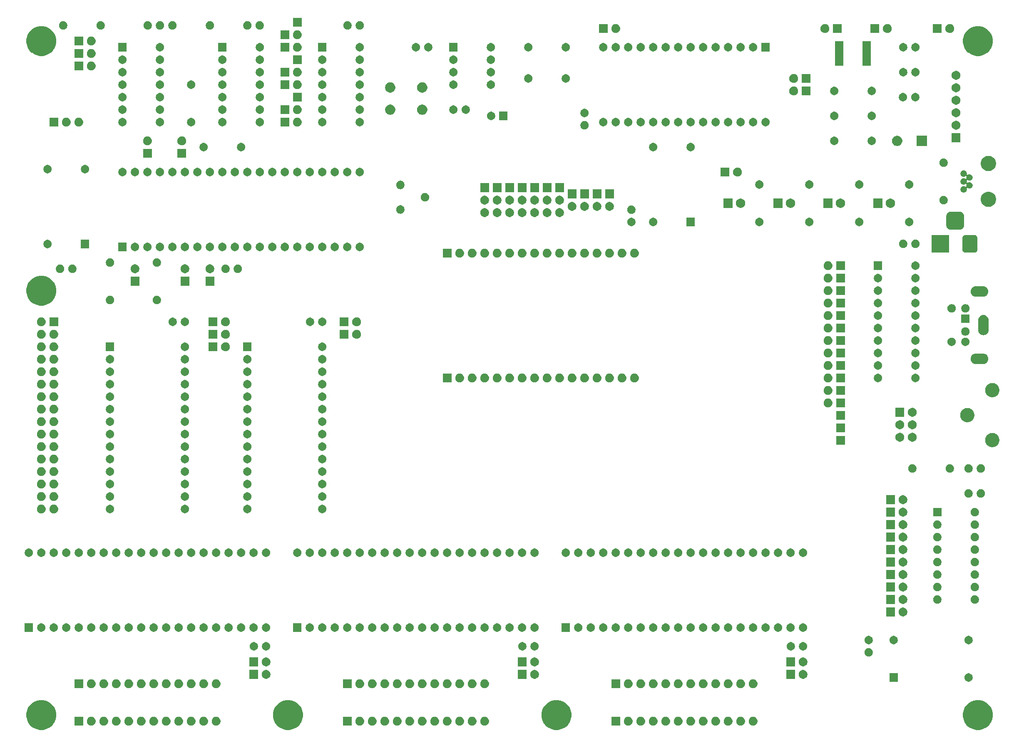
<source format=gts>
G04 #@! TF.GenerationSoftware,KiCad,Pcbnew,(5.1.5)-3*
G04 #@! TF.CreationDate,2020-05-14T23:23:47-04:00*
G04 #@! TF.ProjectId,65C02_Computer,36354330-325f-4436-9f6d-70757465722e,rev?*
G04 #@! TF.SameCoordinates,Original*
G04 #@! TF.FileFunction,Soldermask,Top*
G04 #@! TF.FilePolarity,Negative*
%FSLAX46Y46*%
G04 Gerber Fmt 4.6, Leading zero omitted, Abs format (unit mm)*
G04 Created by KiCad (PCBNEW (5.1.5)-3) date 2020-05-14 23:23:47*
%MOMM*%
%LPD*%
G04 APERTURE LIST*
%ADD10C,0.100000*%
G04 APERTURE END LIST*
D10*
G36*
X215519943Y-160896248D02*
G01*
X216075189Y-161126238D01*
X216075190Y-161126239D01*
X216574899Y-161460134D01*
X216999866Y-161885101D01*
X216999867Y-161885103D01*
X217333762Y-162384811D01*
X217563752Y-162940057D01*
X217681000Y-163529501D01*
X217681000Y-164130499D01*
X217563752Y-164719943D01*
X217333762Y-165275189D01*
X217275214Y-165362812D01*
X216999866Y-165774899D01*
X216574899Y-166199866D01*
X216323347Y-166367948D01*
X216075189Y-166533762D01*
X215519943Y-166763752D01*
X214930499Y-166881000D01*
X214329501Y-166881000D01*
X213740057Y-166763752D01*
X213184811Y-166533762D01*
X212936653Y-166367948D01*
X212685101Y-166199866D01*
X212260134Y-165774899D01*
X211984786Y-165362812D01*
X211926238Y-165275189D01*
X211696248Y-164719943D01*
X211579000Y-164130499D01*
X211579000Y-163529501D01*
X211696248Y-162940057D01*
X211926238Y-162384811D01*
X212260133Y-161885103D01*
X212260134Y-161885101D01*
X212685101Y-161460134D01*
X213184810Y-161126239D01*
X213184811Y-161126238D01*
X213740057Y-160896248D01*
X214329501Y-160779000D01*
X214930499Y-160779000D01*
X215519943Y-160896248D01*
G37*
G36*
X129794943Y-160896248D02*
G01*
X130350189Y-161126238D01*
X130350190Y-161126239D01*
X130849899Y-161460134D01*
X131274866Y-161885101D01*
X131274867Y-161885103D01*
X131608762Y-162384811D01*
X131838752Y-162940057D01*
X131956000Y-163529501D01*
X131956000Y-164130499D01*
X131838752Y-164719943D01*
X131608762Y-165275189D01*
X131550214Y-165362812D01*
X131274866Y-165774899D01*
X130849899Y-166199866D01*
X130598347Y-166367948D01*
X130350189Y-166533762D01*
X129794943Y-166763752D01*
X129205499Y-166881000D01*
X128604501Y-166881000D01*
X128015057Y-166763752D01*
X127459811Y-166533762D01*
X127211653Y-166367948D01*
X126960101Y-166199866D01*
X126535134Y-165774899D01*
X126259786Y-165362812D01*
X126201238Y-165275189D01*
X125971248Y-164719943D01*
X125854000Y-164130499D01*
X125854000Y-163529501D01*
X125971248Y-162940057D01*
X126201238Y-162384811D01*
X126535133Y-161885103D01*
X126535134Y-161885101D01*
X126960101Y-161460134D01*
X127459810Y-161126239D01*
X127459811Y-161126238D01*
X128015057Y-160896248D01*
X128604501Y-160779000D01*
X129205499Y-160779000D01*
X129794943Y-160896248D01*
G37*
G36*
X75184943Y-160896248D02*
G01*
X75740189Y-161126238D01*
X75740190Y-161126239D01*
X76239899Y-161460134D01*
X76664866Y-161885101D01*
X76664867Y-161885103D01*
X76998762Y-162384811D01*
X77228752Y-162940057D01*
X77346000Y-163529501D01*
X77346000Y-164130499D01*
X77228752Y-164719943D01*
X76998762Y-165275189D01*
X76940214Y-165362812D01*
X76664866Y-165774899D01*
X76239899Y-166199866D01*
X75988347Y-166367948D01*
X75740189Y-166533762D01*
X75184943Y-166763752D01*
X74595499Y-166881000D01*
X73994501Y-166881000D01*
X73405057Y-166763752D01*
X72849811Y-166533762D01*
X72601653Y-166367948D01*
X72350101Y-166199866D01*
X71925134Y-165774899D01*
X71649786Y-165362812D01*
X71591238Y-165275189D01*
X71361248Y-164719943D01*
X71244000Y-164130499D01*
X71244000Y-163529501D01*
X71361248Y-162940057D01*
X71591238Y-162384811D01*
X71925133Y-161885103D01*
X71925134Y-161885101D01*
X72350101Y-161460134D01*
X72849810Y-161126239D01*
X72849811Y-161126238D01*
X73405057Y-160896248D01*
X73994501Y-160779000D01*
X74595499Y-160779000D01*
X75184943Y-160896248D01*
G37*
G36*
X25019943Y-160896248D02*
G01*
X25575189Y-161126238D01*
X25575190Y-161126239D01*
X26074899Y-161460134D01*
X26499866Y-161885101D01*
X26499867Y-161885103D01*
X26833762Y-162384811D01*
X27063752Y-162940057D01*
X27181000Y-163529501D01*
X27181000Y-164130499D01*
X27063752Y-164719943D01*
X26833762Y-165275189D01*
X26775214Y-165362812D01*
X26499866Y-165774899D01*
X26074899Y-166199866D01*
X25823347Y-166367948D01*
X25575189Y-166533762D01*
X25019943Y-166763752D01*
X24430499Y-166881000D01*
X23829501Y-166881000D01*
X23240057Y-166763752D01*
X22684811Y-166533762D01*
X22436653Y-166367948D01*
X22185101Y-166199866D01*
X21760134Y-165774899D01*
X21484786Y-165362812D01*
X21426238Y-165275189D01*
X21196248Y-164719943D01*
X21079000Y-164130499D01*
X21079000Y-163529501D01*
X21196248Y-162940057D01*
X21426238Y-162384811D01*
X21760133Y-161885103D01*
X21760134Y-161885101D01*
X22185101Y-161460134D01*
X22684810Y-161126239D01*
X22684811Y-161126238D01*
X23240057Y-160896248D01*
X23829501Y-160779000D01*
X24430499Y-160779000D01*
X25019943Y-160896248D01*
G37*
G36*
X111873512Y-164203927D02*
G01*
X112022812Y-164233624D01*
X112186784Y-164301544D01*
X112334354Y-164400147D01*
X112459853Y-164525646D01*
X112558456Y-164673216D01*
X112626376Y-164837188D01*
X112661000Y-165011259D01*
X112661000Y-165188741D01*
X112626376Y-165362812D01*
X112558456Y-165526784D01*
X112459853Y-165674354D01*
X112334354Y-165799853D01*
X112186784Y-165898456D01*
X112022812Y-165966376D01*
X111873512Y-165996073D01*
X111848742Y-166001000D01*
X111671258Y-166001000D01*
X111646488Y-165996073D01*
X111497188Y-165966376D01*
X111333216Y-165898456D01*
X111185646Y-165799853D01*
X111060147Y-165674354D01*
X110961544Y-165526784D01*
X110893624Y-165362812D01*
X110859000Y-165188741D01*
X110859000Y-165011259D01*
X110893624Y-164837188D01*
X110961544Y-164673216D01*
X111060147Y-164525646D01*
X111185646Y-164400147D01*
X111333216Y-164301544D01*
X111497188Y-164233624D01*
X111646488Y-164203927D01*
X111671258Y-164199000D01*
X111848742Y-164199000D01*
X111873512Y-164203927D01*
G37*
G36*
X151243512Y-164203927D02*
G01*
X151392812Y-164233624D01*
X151556784Y-164301544D01*
X151704354Y-164400147D01*
X151829853Y-164525646D01*
X151928456Y-164673216D01*
X151996376Y-164837188D01*
X152031000Y-165011259D01*
X152031000Y-165188741D01*
X151996376Y-165362812D01*
X151928456Y-165526784D01*
X151829853Y-165674354D01*
X151704354Y-165799853D01*
X151556784Y-165898456D01*
X151392812Y-165966376D01*
X151243512Y-165996073D01*
X151218742Y-166001000D01*
X151041258Y-166001000D01*
X151016488Y-165996073D01*
X150867188Y-165966376D01*
X150703216Y-165898456D01*
X150555646Y-165799853D01*
X150430147Y-165674354D01*
X150331544Y-165526784D01*
X150263624Y-165362812D01*
X150229000Y-165188741D01*
X150229000Y-165011259D01*
X150263624Y-164837188D01*
X150331544Y-164673216D01*
X150430147Y-164525646D01*
X150555646Y-164400147D01*
X150703216Y-164301544D01*
X150867188Y-164233624D01*
X151016488Y-164203927D01*
X151041258Y-164199000D01*
X151218742Y-164199000D01*
X151243512Y-164203927D01*
G37*
G36*
X109333512Y-164203927D02*
G01*
X109482812Y-164233624D01*
X109646784Y-164301544D01*
X109794354Y-164400147D01*
X109919853Y-164525646D01*
X110018456Y-164673216D01*
X110086376Y-164837188D01*
X110121000Y-165011259D01*
X110121000Y-165188741D01*
X110086376Y-165362812D01*
X110018456Y-165526784D01*
X109919853Y-165674354D01*
X109794354Y-165799853D01*
X109646784Y-165898456D01*
X109482812Y-165966376D01*
X109333512Y-165996073D01*
X109308742Y-166001000D01*
X109131258Y-166001000D01*
X109106488Y-165996073D01*
X108957188Y-165966376D01*
X108793216Y-165898456D01*
X108645646Y-165799853D01*
X108520147Y-165674354D01*
X108421544Y-165526784D01*
X108353624Y-165362812D01*
X108319000Y-165188741D01*
X108319000Y-165011259D01*
X108353624Y-164837188D01*
X108421544Y-164673216D01*
X108520147Y-164525646D01*
X108645646Y-164400147D01*
X108793216Y-164301544D01*
X108957188Y-164233624D01*
X109106488Y-164203927D01*
X109131258Y-164199000D01*
X109308742Y-164199000D01*
X109333512Y-164203927D01*
G37*
G36*
X106793512Y-164203927D02*
G01*
X106942812Y-164233624D01*
X107106784Y-164301544D01*
X107254354Y-164400147D01*
X107379853Y-164525646D01*
X107478456Y-164673216D01*
X107546376Y-164837188D01*
X107581000Y-165011259D01*
X107581000Y-165188741D01*
X107546376Y-165362812D01*
X107478456Y-165526784D01*
X107379853Y-165674354D01*
X107254354Y-165799853D01*
X107106784Y-165898456D01*
X106942812Y-165966376D01*
X106793512Y-165996073D01*
X106768742Y-166001000D01*
X106591258Y-166001000D01*
X106566488Y-165996073D01*
X106417188Y-165966376D01*
X106253216Y-165898456D01*
X106105646Y-165799853D01*
X105980147Y-165674354D01*
X105881544Y-165526784D01*
X105813624Y-165362812D01*
X105779000Y-165188741D01*
X105779000Y-165011259D01*
X105813624Y-164837188D01*
X105881544Y-164673216D01*
X105980147Y-164525646D01*
X106105646Y-164400147D01*
X106253216Y-164301544D01*
X106417188Y-164233624D01*
X106566488Y-164203927D01*
X106591258Y-164199000D01*
X106768742Y-164199000D01*
X106793512Y-164203927D01*
G37*
G36*
X104253512Y-164203927D02*
G01*
X104402812Y-164233624D01*
X104566784Y-164301544D01*
X104714354Y-164400147D01*
X104839853Y-164525646D01*
X104938456Y-164673216D01*
X105006376Y-164837188D01*
X105041000Y-165011259D01*
X105041000Y-165188741D01*
X105006376Y-165362812D01*
X104938456Y-165526784D01*
X104839853Y-165674354D01*
X104714354Y-165799853D01*
X104566784Y-165898456D01*
X104402812Y-165966376D01*
X104253512Y-165996073D01*
X104228742Y-166001000D01*
X104051258Y-166001000D01*
X104026488Y-165996073D01*
X103877188Y-165966376D01*
X103713216Y-165898456D01*
X103565646Y-165799853D01*
X103440147Y-165674354D01*
X103341544Y-165526784D01*
X103273624Y-165362812D01*
X103239000Y-165188741D01*
X103239000Y-165011259D01*
X103273624Y-164837188D01*
X103341544Y-164673216D01*
X103440147Y-164525646D01*
X103565646Y-164400147D01*
X103713216Y-164301544D01*
X103877188Y-164233624D01*
X104026488Y-164203927D01*
X104051258Y-164199000D01*
X104228742Y-164199000D01*
X104253512Y-164203927D01*
G37*
G36*
X101713512Y-164203927D02*
G01*
X101862812Y-164233624D01*
X102026784Y-164301544D01*
X102174354Y-164400147D01*
X102299853Y-164525646D01*
X102398456Y-164673216D01*
X102466376Y-164837188D01*
X102501000Y-165011259D01*
X102501000Y-165188741D01*
X102466376Y-165362812D01*
X102398456Y-165526784D01*
X102299853Y-165674354D01*
X102174354Y-165799853D01*
X102026784Y-165898456D01*
X101862812Y-165966376D01*
X101713512Y-165996073D01*
X101688742Y-166001000D01*
X101511258Y-166001000D01*
X101486488Y-165996073D01*
X101337188Y-165966376D01*
X101173216Y-165898456D01*
X101025646Y-165799853D01*
X100900147Y-165674354D01*
X100801544Y-165526784D01*
X100733624Y-165362812D01*
X100699000Y-165188741D01*
X100699000Y-165011259D01*
X100733624Y-164837188D01*
X100801544Y-164673216D01*
X100900147Y-164525646D01*
X101025646Y-164400147D01*
X101173216Y-164301544D01*
X101337188Y-164233624D01*
X101486488Y-164203927D01*
X101511258Y-164199000D01*
X101688742Y-164199000D01*
X101713512Y-164203927D01*
G37*
G36*
X99173512Y-164203927D02*
G01*
X99322812Y-164233624D01*
X99486784Y-164301544D01*
X99634354Y-164400147D01*
X99759853Y-164525646D01*
X99858456Y-164673216D01*
X99926376Y-164837188D01*
X99961000Y-165011259D01*
X99961000Y-165188741D01*
X99926376Y-165362812D01*
X99858456Y-165526784D01*
X99759853Y-165674354D01*
X99634354Y-165799853D01*
X99486784Y-165898456D01*
X99322812Y-165966376D01*
X99173512Y-165996073D01*
X99148742Y-166001000D01*
X98971258Y-166001000D01*
X98946488Y-165996073D01*
X98797188Y-165966376D01*
X98633216Y-165898456D01*
X98485646Y-165799853D01*
X98360147Y-165674354D01*
X98261544Y-165526784D01*
X98193624Y-165362812D01*
X98159000Y-165188741D01*
X98159000Y-165011259D01*
X98193624Y-164837188D01*
X98261544Y-164673216D01*
X98360147Y-164525646D01*
X98485646Y-164400147D01*
X98633216Y-164301544D01*
X98797188Y-164233624D01*
X98946488Y-164203927D01*
X98971258Y-164199000D01*
X99148742Y-164199000D01*
X99173512Y-164203927D01*
G37*
G36*
X96633512Y-164203927D02*
G01*
X96782812Y-164233624D01*
X96946784Y-164301544D01*
X97094354Y-164400147D01*
X97219853Y-164525646D01*
X97318456Y-164673216D01*
X97386376Y-164837188D01*
X97421000Y-165011259D01*
X97421000Y-165188741D01*
X97386376Y-165362812D01*
X97318456Y-165526784D01*
X97219853Y-165674354D01*
X97094354Y-165799853D01*
X96946784Y-165898456D01*
X96782812Y-165966376D01*
X96633512Y-165996073D01*
X96608742Y-166001000D01*
X96431258Y-166001000D01*
X96406488Y-165996073D01*
X96257188Y-165966376D01*
X96093216Y-165898456D01*
X95945646Y-165799853D01*
X95820147Y-165674354D01*
X95721544Y-165526784D01*
X95653624Y-165362812D01*
X95619000Y-165188741D01*
X95619000Y-165011259D01*
X95653624Y-164837188D01*
X95721544Y-164673216D01*
X95820147Y-164525646D01*
X95945646Y-164400147D01*
X96093216Y-164301544D01*
X96257188Y-164233624D01*
X96406488Y-164203927D01*
X96431258Y-164199000D01*
X96608742Y-164199000D01*
X96633512Y-164203927D01*
G37*
G36*
X94093512Y-164203927D02*
G01*
X94242812Y-164233624D01*
X94406784Y-164301544D01*
X94554354Y-164400147D01*
X94679853Y-164525646D01*
X94778456Y-164673216D01*
X94846376Y-164837188D01*
X94881000Y-165011259D01*
X94881000Y-165188741D01*
X94846376Y-165362812D01*
X94778456Y-165526784D01*
X94679853Y-165674354D01*
X94554354Y-165799853D01*
X94406784Y-165898456D01*
X94242812Y-165966376D01*
X94093512Y-165996073D01*
X94068742Y-166001000D01*
X93891258Y-166001000D01*
X93866488Y-165996073D01*
X93717188Y-165966376D01*
X93553216Y-165898456D01*
X93405646Y-165799853D01*
X93280147Y-165674354D01*
X93181544Y-165526784D01*
X93113624Y-165362812D01*
X93079000Y-165188741D01*
X93079000Y-165011259D01*
X93113624Y-164837188D01*
X93181544Y-164673216D01*
X93280147Y-164525646D01*
X93405646Y-164400147D01*
X93553216Y-164301544D01*
X93717188Y-164233624D01*
X93866488Y-164203927D01*
X93891258Y-164199000D01*
X94068742Y-164199000D01*
X94093512Y-164203927D01*
G37*
G36*
X44563512Y-164203927D02*
G01*
X44712812Y-164233624D01*
X44876784Y-164301544D01*
X45024354Y-164400147D01*
X45149853Y-164525646D01*
X45248456Y-164673216D01*
X45316376Y-164837188D01*
X45351000Y-165011259D01*
X45351000Y-165188741D01*
X45316376Y-165362812D01*
X45248456Y-165526784D01*
X45149853Y-165674354D01*
X45024354Y-165799853D01*
X44876784Y-165898456D01*
X44712812Y-165966376D01*
X44563512Y-165996073D01*
X44538742Y-166001000D01*
X44361258Y-166001000D01*
X44336488Y-165996073D01*
X44187188Y-165966376D01*
X44023216Y-165898456D01*
X43875646Y-165799853D01*
X43750147Y-165674354D01*
X43651544Y-165526784D01*
X43583624Y-165362812D01*
X43549000Y-165188741D01*
X43549000Y-165011259D01*
X43583624Y-164837188D01*
X43651544Y-164673216D01*
X43750147Y-164525646D01*
X43875646Y-164400147D01*
X44023216Y-164301544D01*
X44187188Y-164233624D01*
X44336488Y-164203927D01*
X44361258Y-164199000D01*
X44538742Y-164199000D01*
X44563512Y-164203927D01*
G37*
G36*
X89013512Y-164203927D02*
G01*
X89162812Y-164233624D01*
X89326784Y-164301544D01*
X89474354Y-164400147D01*
X89599853Y-164525646D01*
X89698456Y-164673216D01*
X89766376Y-164837188D01*
X89801000Y-165011259D01*
X89801000Y-165188741D01*
X89766376Y-165362812D01*
X89698456Y-165526784D01*
X89599853Y-165674354D01*
X89474354Y-165799853D01*
X89326784Y-165898456D01*
X89162812Y-165966376D01*
X89013512Y-165996073D01*
X88988742Y-166001000D01*
X88811258Y-166001000D01*
X88786488Y-165996073D01*
X88637188Y-165966376D01*
X88473216Y-165898456D01*
X88325646Y-165799853D01*
X88200147Y-165674354D01*
X88101544Y-165526784D01*
X88033624Y-165362812D01*
X87999000Y-165188741D01*
X87999000Y-165011259D01*
X88033624Y-164837188D01*
X88101544Y-164673216D01*
X88200147Y-164525646D01*
X88325646Y-164400147D01*
X88473216Y-164301544D01*
X88637188Y-164233624D01*
X88786488Y-164203927D01*
X88811258Y-164199000D01*
X88988742Y-164199000D01*
X89013512Y-164203927D01*
G37*
G36*
X87261000Y-166001000D02*
G01*
X85459000Y-166001000D01*
X85459000Y-164199000D01*
X87261000Y-164199000D01*
X87261000Y-166001000D01*
G37*
G36*
X169023512Y-164203927D02*
G01*
X169172812Y-164233624D01*
X169336784Y-164301544D01*
X169484354Y-164400147D01*
X169609853Y-164525646D01*
X169708456Y-164673216D01*
X169776376Y-164837188D01*
X169811000Y-165011259D01*
X169811000Y-165188741D01*
X169776376Y-165362812D01*
X169708456Y-165526784D01*
X169609853Y-165674354D01*
X169484354Y-165799853D01*
X169336784Y-165898456D01*
X169172812Y-165966376D01*
X169023512Y-165996073D01*
X168998742Y-166001000D01*
X168821258Y-166001000D01*
X168796488Y-165996073D01*
X168647188Y-165966376D01*
X168483216Y-165898456D01*
X168335646Y-165799853D01*
X168210147Y-165674354D01*
X168111544Y-165526784D01*
X168043624Y-165362812D01*
X168009000Y-165188741D01*
X168009000Y-165011259D01*
X168043624Y-164837188D01*
X168111544Y-164673216D01*
X168210147Y-164525646D01*
X168335646Y-164400147D01*
X168483216Y-164301544D01*
X168647188Y-164233624D01*
X168796488Y-164203927D01*
X168821258Y-164199000D01*
X168998742Y-164199000D01*
X169023512Y-164203927D01*
G37*
G36*
X166483512Y-164203927D02*
G01*
X166632812Y-164233624D01*
X166796784Y-164301544D01*
X166944354Y-164400147D01*
X167069853Y-164525646D01*
X167168456Y-164673216D01*
X167236376Y-164837188D01*
X167271000Y-165011259D01*
X167271000Y-165188741D01*
X167236376Y-165362812D01*
X167168456Y-165526784D01*
X167069853Y-165674354D01*
X166944354Y-165799853D01*
X166796784Y-165898456D01*
X166632812Y-165966376D01*
X166483512Y-165996073D01*
X166458742Y-166001000D01*
X166281258Y-166001000D01*
X166256488Y-165996073D01*
X166107188Y-165966376D01*
X165943216Y-165898456D01*
X165795646Y-165799853D01*
X165670147Y-165674354D01*
X165571544Y-165526784D01*
X165503624Y-165362812D01*
X165469000Y-165188741D01*
X165469000Y-165011259D01*
X165503624Y-164837188D01*
X165571544Y-164673216D01*
X165670147Y-164525646D01*
X165795646Y-164400147D01*
X165943216Y-164301544D01*
X166107188Y-164233624D01*
X166256488Y-164203927D01*
X166281258Y-164199000D01*
X166458742Y-164199000D01*
X166483512Y-164203927D01*
G37*
G36*
X161403512Y-164203927D02*
G01*
X161552812Y-164233624D01*
X161716784Y-164301544D01*
X161864354Y-164400147D01*
X161989853Y-164525646D01*
X162088456Y-164673216D01*
X162156376Y-164837188D01*
X162191000Y-165011259D01*
X162191000Y-165188741D01*
X162156376Y-165362812D01*
X162088456Y-165526784D01*
X161989853Y-165674354D01*
X161864354Y-165799853D01*
X161716784Y-165898456D01*
X161552812Y-165966376D01*
X161403512Y-165996073D01*
X161378742Y-166001000D01*
X161201258Y-166001000D01*
X161176488Y-165996073D01*
X161027188Y-165966376D01*
X160863216Y-165898456D01*
X160715646Y-165799853D01*
X160590147Y-165674354D01*
X160491544Y-165526784D01*
X160423624Y-165362812D01*
X160389000Y-165188741D01*
X160389000Y-165011259D01*
X160423624Y-164837188D01*
X160491544Y-164673216D01*
X160590147Y-164525646D01*
X160715646Y-164400147D01*
X160863216Y-164301544D01*
X161027188Y-164233624D01*
X161176488Y-164203927D01*
X161201258Y-164199000D01*
X161378742Y-164199000D01*
X161403512Y-164203927D01*
G37*
G36*
X158863512Y-164203927D02*
G01*
X159012812Y-164233624D01*
X159176784Y-164301544D01*
X159324354Y-164400147D01*
X159449853Y-164525646D01*
X159548456Y-164673216D01*
X159616376Y-164837188D01*
X159651000Y-165011259D01*
X159651000Y-165188741D01*
X159616376Y-165362812D01*
X159548456Y-165526784D01*
X159449853Y-165674354D01*
X159324354Y-165799853D01*
X159176784Y-165898456D01*
X159012812Y-165966376D01*
X158863512Y-165996073D01*
X158838742Y-166001000D01*
X158661258Y-166001000D01*
X158636488Y-165996073D01*
X158487188Y-165966376D01*
X158323216Y-165898456D01*
X158175646Y-165799853D01*
X158050147Y-165674354D01*
X157951544Y-165526784D01*
X157883624Y-165362812D01*
X157849000Y-165188741D01*
X157849000Y-165011259D01*
X157883624Y-164837188D01*
X157951544Y-164673216D01*
X158050147Y-164525646D01*
X158175646Y-164400147D01*
X158323216Y-164301544D01*
X158487188Y-164233624D01*
X158636488Y-164203927D01*
X158661258Y-164199000D01*
X158838742Y-164199000D01*
X158863512Y-164203927D01*
G37*
G36*
X156323512Y-164203927D02*
G01*
X156472812Y-164233624D01*
X156636784Y-164301544D01*
X156784354Y-164400147D01*
X156909853Y-164525646D01*
X157008456Y-164673216D01*
X157076376Y-164837188D01*
X157111000Y-165011259D01*
X157111000Y-165188741D01*
X157076376Y-165362812D01*
X157008456Y-165526784D01*
X156909853Y-165674354D01*
X156784354Y-165799853D01*
X156636784Y-165898456D01*
X156472812Y-165966376D01*
X156323512Y-165996073D01*
X156298742Y-166001000D01*
X156121258Y-166001000D01*
X156096488Y-165996073D01*
X155947188Y-165966376D01*
X155783216Y-165898456D01*
X155635646Y-165799853D01*
X155510147Y-165674354D01*
X155411544Y-165526784D01*
X155343624Y-165362812D01*
X155309000Y-165188741D01*
X155309000Y-165011259D01*
X155343624Y-164837188D01*
X155411544Y-164673216D01*
X155510147Y-164525646D01*
X155635646Y-164400147D01*
X155783216Y-164301544D01*
X155947188Y-164233624D01*
X156096488Y-164203927D01*
X156121258Y-164199000D01*
X156298742Y-164199000D01*
X156323512Y-164203927D01*
G37*
G36*
X32651000Y-166001000D02*
G01*
X30849000Y-166001000D01*
X30849000Y-164199000D01*
X32651000Y-164199000D01*
X32651000Y-166001000D01*
G37*
G36*
X91553512Y-164203927D02*
G01*
X91702812Y-164233624D01*
X91866784Y-164301544D01*
X92014354Y-164400147D01*
X92139853Y-164525646D01*
X92238456Y-164673216D01*
X92306376Y-164837188D01*
X92341000Y-165011259D01*
X92341000Y-165188741D01*
X92306376Y-165362812D01*
X92238456Y-165526784D01*
X92139853Y-165674354D01*
X92014354Y-165799853D01*
X91866784Y-165898456D01*
X91702812Y-165966376D01*
X91553512Y-165996073D01*
X91528742Y-166001000D01*
X91351258Y-166001000D01*
X91326488Y-165996073D01*
X91177188Y-165966376D01*
X91013216Y-165898456D01*
X90865646Y-165799853D01*
X90740147Y-165674354D01*
X90641544Y-165526784D01*
X90573624Y-165362812D01*
X90539000Y-165188741D01*
X90539000Y-165011259D01*
X90573624Y-164837188D01*
X90641544Y-164673216D01*
X90740147Y-164525646D01*
X90865646Y-164400147D01*
X91013216Y-164301544D01*
X91177188Y-164233624D01*
X91326488Y-164203927D01*
X91351258Y-164199000D01*
X91528742Y-164199000D01*
X91553512Y-164203927D01*
G37*
G36*
X114413512Y-164203927D02*
G01*
X114562812Y-164233624D01*
X114726784Y-164301544D01*
X114874354Y-164400147D01*
X114999853Y-164525646D01*
X115098456Y-164673216D01*
X115166376Y-164837188D01*
X115201000Y-165011259D01*
X115201000Y-165188741D01*
X115166376Y-165362812D01*
X115098456Y-165526784D01*
X114999853Y-165674354D01*
X114874354Y-165799853D01*
X114726784Y-165898456D01*
X114562812Y-165966376D01*
X114413512Y-165996073D01*
X114388742Y-166001000D01*
X114211258Y-166001000D01*
X114186488Y-165996073D01*
X114037188Y-165966376D01*
X113873216Y-165898456D01*
X113725646Y-165799853D01*
X113600147Y-165674354D01*
X113501544Y-165526784D01*
X113433624Y-165362812D01*
X113399000Y-165188741D01*
X113399000Y-165011259D01*
X113433624Y-164837188D01*
X113501544Y-164673216D01*
X113600147Y-164525646D01*
X113725646Y-164400147D01*
X113873216Y-164301544D01*
X114037188Y-164233624D01*
X114186488Y-164203927D01*
X114211258Y-164199000D01*
X114388742Y-164199000D01*
X114413512Y-164203927D01*
G37*
G36*
X153783512Y-164203927D02*
G01*
X153932812Y-164233624D01*
X154096784Y-164301544D01*
X154244354Y-164400147D01*
X154369853Y-164525646D01*
X154468456Y-164673216D01*
X154536376Y-164837188D01*
X154571000Y-165011259D01*
X154571000Y-165188741D01*
X154536376Y-165362812D01*
X154468456Y-165526784D01*
X154369853Y-165674354D01*
X154244354Y-165799853D01*
X154096784Y-165898456D01*
X153932812Y-165966376D01*
X153783512Y-165996073D01*
X153758742Y-166001000D01*
X153581258Y-166001000D01*
X153556488Y-165996073D01*
X153407188Y-165966376D01*
X153243216Y-165898456D01*
X153095646Y-165799853D01*
X152970147Y-165674354D01*
X152871544Y-165526784D01*
X152803624Y-165362812D01*
X152769000Y-165188741D01*
X152769000Y-165011259D01*
X152803624Y-164837188D01*
X152871544Y-164673216D01*
X152970147Y-164525646D01*
X153095646Y-164400147D01*
X153243216Y-164301544D01*
X153407188Y-164233624D01*
X153556488Y-164203927D01*
X153581258Y-164199000D01*
X153758742Y-164199000D01*
X153783512Y-164203927D01*
G37*
G36*
X148703512Y-164203927D02*
G01*
X148852812Y-164233624D01*
X149016784Y-164301544D01*
X149164354Y-164400147D01*
X149289853Y-164525646D01*
X149388456Y-164673216D01*
X149456376Y-164837188D01*
X149491000Y-165011259D01*
X149491000Y-165188741D01*
X149456376Y-165362812D01*
X149388456Y-165526784D01*
X149289853Y-165674354D01*
X149164354Y-165799853D01*
X149016784Y-165898456D01*
X148852812Y-165966376D01*
X148703512Y-165996073D01*
X148678742Y-166001000D01*
X148501258Y-166001000D01*
X148476488Y-165996073D01*
X148327188Y-165966376D01*
X148163216Y-165898456D01*
X148015646Y-165799853D01*
X147890147Y-165674354D01*
X147791544Y-165526784D01*
X147723624Y-165362812D01*
X147689000Y-165188741D01*
X147689000Y-165011259D01*
X147723624Y-164837188D01*
X147791544Y-164673216D01*
X147890147Y-164525646D01*
X148015646Y-164400147D01*
X148163216Y-164301544D01*
X148327188Y-164233624D01*
X148476488Y-164203927D01*
X148501258Y-164199000D01*
X148678742Y-164199000D01*
X148703512Y-164203927D01*
G37*
G36*
X146163512Y-164203927D02*
G01*
X146312812Y-164233624D01*
X146476784Y-164301544D01*
X146624354Y-164400147D01*
X146749853Y-164525646D01*
X146848456Y-164673216D01*
X146916376Y-164837188D01*
X146951000Y-165011259D01*
X146951000Y-165188741D01*
X146916376Y-165362812D01*
X146848456Y-165526784D01*
X146749853Y-165674354D01*
X146624354Y-165799853D01*
X146476784Y-165898456D01*
X146312812Y-165966376D01*
X146163512Y-165996073D01*
X146138742Y-166001000D01*
X145961258Y-166001000D01*
X145936488Y-165996073D01*
X145787188Y-165966376D01*
X145623216Y-165898456D01*
X145475646Y-165799853D01*
X145350147Y-165674354D01*
X145251544Y-165526784D01*
X145183624Y-165362812D01*
X145149000Y-165188741D01*
X145149000Y-165011259D01*
X145183624Y-164837188D01*
X145251544Y-164673216D01*
X145350147Y-164525646D01*
X145475646Y-164400147D01*
X145623216Y-164301544D01*
X145787188Y-164233624D01*
X145936488Y-164203927D01*
X145961258Y-164199000D01*
X146138742Y-164199000D01*
X146163512Y-164203927D01*
G37*
G36*
X143623512Y-164203927D02*
G01*
X143772812Y-164233624D01*
X143936784Y-164301544D01*
X144084354Y-164400147D01*
X144209853Y-164525646D01*
X144308456Y-164673216D01*
X144376376Y-164837188D01*
X144411000Y-165011259D01*
X144411000Y-165188741D01*
X144376376Y-165362812D01*
X144308456Y-165526784D01*
X144209853Y-165674354D01*
X144084354Y-165799853D01*
X143936784Y-165898456D01*
X143772812Y-165966376D01*
X143623512Y-165996073D01*
X143598742Y-166001000D01*
X143421258Y-166001000D01*
X143396488Y-165996073D01*
X143247188Y-165966376D01*
X143083216Y-165898456D01*
X142935646Y-165799853D01*
X142810147Y-165674354D01*
X142711544Y-165526784D01*
X142643624Y-165362812D01*
X142609000Y-165188741D01*
X142609000Y-165011259D01*
X142643624Y-164837188D01*
X142711544Y-164673216D01*
X142810147Y-164525646D01*
X142935646Y-164400147D01*
X143083216Y-164301544D01*
X143247188Y-164233624D01*
X143396488Y-164203927D01*
X143421258Y-164199000D01*
X143598742Y-164199000D01*
X143623512Y-164203927D01*
G37*
G36*
X141871000Y-166001000D02*
G01*
X140069000Y-166001000D01*
X140069000Y-164199000D01*
X141871000Y-164199000D01*
X141871000Y-166001000D01*
G37*
G36*
X163943512Y-164203927D02*
G01*
X164092812Y-164233624D01*
X164256784Y-164301544D01*
X164404354Y-164400147D01*
X164529853Y-164525646D01*
X164628456Y-164673216D01*
X164696376Y-164837188D01*
X164731000Y-165011259D01*
X164731000Y-165188741D01*
X164696376Y-165362812D01*
X164628456Y-165526784D01*
X164529853Y-165674354D01*
X164404354Y-165799853D01*
X164256784Y-165898456D01*
X164092812Y-165966376D01*
X163943512Y-165996073D01*
X163918742Y-166001000D01*
X163741258Y-166001000D01*
X163716488Y-165996073D01*
X163567188Y-165966376D01*
X163403216Y-165898456D01*
X163255646Y-165799853D01*
X163130147Y-165674354D01*
X163031544Y-165526784D01*
X162963624Y-165362812D01*
X162929000Y-165188741D01*
X162929000Y-165011259D01*
X162963624Y-164837188D01*
X163031544Y-164673216D01*
X163130147Y-164525646D01*
X163255646Y-164400147D01*
X163403216Y-164301544D01*
X163567188Y-164233624D01*
X163716488Y-164203927D01*
X163741258Y-164199000D01*
X163918742Y-164199000D01*
X163943512Y-164203927D01*
G37*
G36*
X59803512Y-164203927D02*
G01*
X59952812Y-164233624D01*
X60116784Y-164301544D01*
X60264354Y-164400147D01*
X60389853Y-164525646D01*
X60488456Y-164673216D01*
X60556376Y-164837188D01*
X60591000Y-165011259D01*
X60591000Y-165188741D01*
X60556376Y-165362812D01*
X60488456Y-165526784D01*
X60389853Y-165674354D01*
X60264354Y-165799853D01*
X60116784Y-165898456D01*
X59952812Y-165966376D01*
X59803512Y-165996073D01*
X59778742Y-166001000D01*
X59601258Y-166001000D01*
X59576488Y-165996073D01*
X59427188Y-165966376D01*
X59263216Y-165898456D01*
X59115646Y-165799853D01*
X58990147Y-165674354D01*
X58891544Y-165526784D01*
X58823624Y-165362812D01*
X58789000Y-165188741D01*
X58789000Y-165011259D01*
X58823624Y-164837188D01*
X58891544Y-164673216D01*
X58990147Y-164525646D01*
X59115646Y-164400147D01*
X59263216Y-164301544D01*
X59427188Y-164233624D01*
X59576488Y-164203927D01*
X59601258Y-164199000D01*
X59778742Y-164199000D01*
X59803512Y-164203927D01*
G37*
G36*
X57263512Y-164203927D02*
G01*
X57412812Y-164233624D01*
X57576784Y-164301544D01*
X57724354Y-164400147D01*
X57849853Y-164525646D01*
X57948456Y-164673216D01*
X58016376Y-164837188D01*
X58051000Y-165011259D01*
X58051000Y-165188741D01*
X58016376Y-165362812D01*
X57948456Y-165526784D01*
X57849853Y-165674354D01*
X57724354Y-165799853D01*
X57576784Y-165898456D01*
X57412812Y-165966376D01*
X57263512Y-165996073D01*
X57238742Y-166001000D01*
X57061258Y-166001000D01*
X57036488Y-165996073D01*
X56887188Y-165966376D01*
X56723216Y-165898456D01*
X56575646Y-165799853D01*
X56450147Y-165674354D01*
X56351544Y-165526784D01*
X56283624Y-165362812D01*
X56249000Y-165188741D01*
X56249000Y-165011259D01*
X56283624Y-164837188D01*
X56351544Y-164673216D01*
X56450147Y-164525646D01*
X56575646Y-164400147D01*
X56723216Y-164301544D01*
X56887188Y-164233624D01*
X57036488Y-164203927D01*
X57061258Y-164199000D01*
X57238742Y-164199000D01*
X57263512Y-164203927D01*
G37*
G36*
X52183512Y-164203927D02*
G01*
X52332812Y-164233624D01*
X52496784Y-164301544D01*
X52644354Y-164400147D01*
X52769853Y-164525646D01*
X52868456Y-164673216D01*
X52936376Y-164837188D01*
X52971000Y-165011259D01*
X52971000Y-165188741D01*
X52936376Y-165362812D01*
X52868456Y-165526784D01*
X52769853Y-165674354D01*
X52644354Y-165799853D01*
X52496784Y-165898456D01*
X52332812Y-165966376D01*
X52183512Y-165996073D01*
X52158742Y-166001000D01*
X51981258Y-166001000D01*
X51956488Y-165996073D01*
X51807188Y-165966376D01*
X51643216Y-165898456D01*
X51495646Y-165799853D01*
X51370147Y-165674354D01*
X51271544Y-165526784D01*
X51203624Y-165362812D01*
X51169000Y-165188741D01*
X51169000Y-165011259D01*
X51203624Y-164837188D01*
X51271544Y-164673216D01*
X51370147Y-164525646D01*
X51495646Y-164400147D01*
X51643216Y-164301544D01*
X51807188Y-164233624D01*
X51956488Y-164203927D01*
X51981258Y-164199000D01*
X52158742Y-164199000D01*
X52183512Y-164203927D01*
G37*
G36*
X49643512Y-164203927D02*
G01*
X49792812Y-164233624D01*
X49956784Y-164301544D01*
X50104354Y-164400147D01*
X50229853Y-164525646D01*
X50328456Y-164673216D01*
X50396376Y-164837188D01*
X50431000Y-165011259D01*
X50431000Y-165188741D01*
X50396376Y-165362812D01*
X50328456Y-165526784D01*
X50229853Y-165674354D01*
X50104354Y-165799853D01*
X49956784Y-165898456D01*
X49792812Y-165966376D01*
X49643512Y-165996073D01*
X49618742Y-166001000D01*
X49441258Y-166001000D01*
X49416488Y-165996073D01*
X49267188Y-165966376D01*
X49103216Y-165898456D01*
X48955646Y-165799853D01*
X48830147Y-165674354D01*
X48731544Y-165526784D01*
X48663624Y-165362812D01*
X48629000Y-165188741D01*
X48629000Y-165011259D01*
X48663624Y-164837188D01*
X48731544Y-164673216D01*
X48830147Y-164525646D01*
X48955646Y-164400147D01*
X49103216Y-164301544D01*
X49267188Y-164233624D01*
X49416488Y-164203927D01*
X49441258Y-164199000D01*
X49618742Y-164199000D01*
X49643512Y-164203927D01*
G37*
G36*
X47103512Y-164203927D02*
G01*
X47252812Y-164233624D01*
X47416784Y-164301544D01*
X47564354Y-164400147D01*
X47689853Y-164525646D01*
X47788456Y-164673216D01*
X47856376Y-164837188D01*
X47891000Y-165011259D01*
X47891000Y-165188741D01*
X47856376Y-165362812D01*
X47788456Y-165526784D01*
X47689853Y-165674354D01*
X47564354Y-165799853D01*
X47416784Y-165898456D01*
X47252812Y-165966376D01*
X47103512Y-165996073D01*
X47078742Y-166001000D01*
X46901258Y-166001000D01*
X46876488Y-165996073D01*
X46727188Y-165966376D01*
X46563216Y-165898456D01*
X46415646Y-165799853D01*
X46290147Y-165674354D01*
X46191544Y-165526784D01*
X46123624Y-165362812D01*
X46089000Y-165188741D01*
X46089000Y-165011259D01*
X46123624Y-164837188D01*
X46191544Y-164673216D01*
X46290147Y-164525646D01*
X46415646Y-164400147D01*
X46563216Y-164301544D01*
X46727188Y-164233624D01*
X46876488Y-164203927D01*
X46901258Y-164199000D01*
X47078742Y-164199000D01*
X47103512Y-164203927D01*
G37*
G36*
X42023512Y-164203927D02*
G01*
X42172812Y-164233624D01*
X42336784Y-164301544D01*
X42484354Y-164400147D01*
X42609853Y-164525646D01*
X42708456Y-164673216D01*
X42776376Y-164837188D01*
X42811000Y-165011259D01*
X42811000Y-165188741D01*
X42776376Y-165362812D01*
X42708456Y-165526784D01*
X42609853Y-165674354D01*
X42484354Y-165799853D01*
X42336784Y-165898456D01*
X42172812Y-165966376D01*
X42023512Y-165996073D01*
X41998742Y-166001000D01*
X41821258Y-166001000D01*
X41796488Y-165996073D01*
X41647188Y-165966376D01*
X41483216Y-165898456D01*
X41335646Y-165799853D01*
X41210147Y-165674354D01*
X41111544Y-165526784D01*
X41043624Y-165362812D01*
X41009000Y-165188741D01*
X41009000Y-165011259D01*
X41043624Y-164837188D01*
X41111544Y-164673216D01*
X41210147Y-164525646D01*
X41335646Y-164400147D01*
X41483216Y-164301544D01*
X41647188Y-164233624D01*
X41796488Y-164203927D01*
X41821258Y-164199000D01*
X41998742Y-164199000D01*
X42023512Y-164203927D01*
G37*
G36*
X39483512Y-164203927D02*
G01*
X39632812Y-164233624D01*
X39796784Y-164301544D01*
X39944354Y-164400147D01*
X40069853Y-164525646D01*
X40168456Y-164673216D01*
X40236376Y-164837188D01*
X40271000Y-165011259D01*
X40271000Y-165188741D01*
X40236376Y-165362812D01*
X40168456Y-165526784D01*
X40069853Y-165674354D01*
X39944354Y-165799853D01*
X39796784Y-165898456D01*
X39632812Y-165966376D01*
X39483512Y-165996073D01*
X39458742Y-166001000D01*
X39281258Y-166001000D01*
X39256488Y-165996073D01*
X39107188Y-165966376D01*
X38943216Y-165898456D01*
X38795646Y-165799853D01*
X38670147Y-165674354D01*
X38571544Y-165526784D01*
X38503624Y-165362812D01*
X38469000Y-165188741D01*
X38469000Y-165011259D01*
X38503624Y-164837188D01*
X38571544Y-164673216D01*
X38670147Y-164525646D01*
X38795646Y-164400147D01*
X38943216Y-164301544D01*
X39107188Y-164233624D01*
X39256488Y-164203927D01*
X39281258Y-164199000D01*
X39458742Y-164199000D01*
X39483512Y-164203927D01*
G37*
G36*
X36943512Y-164203927D02*
G01*
X37092812Y-164233624D01*
X37256784Y-164301544D01*
X37404354Y-164400147D01*
X37529853Y-164525646D01*
X37628456Y-164673216D01*
X37696376Y-164837188D01*
X37731000Y-165011259D01*
X37731000Y-165188741D01*
X37696376Y-165362812D01*
X37628456Y-165526784D01*
X37529853Y-165674354D01*
X37404354Y-165799853D01*
X37256784Y-165898456D01*
X37092812Y-165966376D01*
X36943512Y-165996073D01*
X36918742Y-166001000D01*
X36741258Y-166001000D01*
X36716488Y-165996073D01*
X36567188Y-165966376D01*
X36403216Y-165898456D01*
X36255646Y-165799853D01*
X36130147Y-165674354D01*
X36031544Y-165526784D01*
X35963624Y-165362812D01*
X35929000Y-165188741D01*
X35929000Y-165011259D01*
X35963624Y-164837188D01*
X36031544Y-164673216D01*
X36130147Y-164525646D01*
X36255646Y-164400147D01*
X36403216Y-164301544D01*
X36567188Y-164233624D01*
X36716488Y-164203927D01*
X36741258Y-164199000D01*
X36918742Y-164199000D01*
X36943512Y-164203927D01*
G37*
G36*
X34403512Y-164203927D02*
G01*
X34552812Y-164233624D01*
X34716784Y-164301544D01*
X34864354Y-164400147D01*
X34989853Y-164525646D01*
X35088456Y-164673216D01*
X35156376Y-164837188D01*
X35191000Y-165011259D01*
X35191000Y-165188741D01*
X35156376Y-165362812D01*
X35088456Y-165526784D01*
X34989853Y-165674354D01*
X34864354Y-165799853D01*
X34716784Y-165898456D01*
X34552812Y-165966376D01*
X34403512Y-165996073D01*
X34378742Y-166001000D01*
X34201258Y-166001000D01*
X34176488Y-165996073D01*
X34027188Y-165966376D01*
X33863216Y-165898456D01*
X33715646Y-165799853D01*
X33590147Y-165674354D01*
X33491544Y-165526784D01*
X33423624Y-165362812D01*
X33389000Y-165188741D01*
X33389000Y-165011259D01*
X33423624Y-164837188D01*
X33491544Y-164673216D01*
X33590147Y-164525646D01*
X33715646Y-164400147D01*
X33863216Y-164301544D01*
X34027188Y-164233624D01*
X34176488Y-164203927D01*
X34201258Y-164199000D01*
X34378742Y-164199000D01*
X34403512Y-164203927D01*
G37*
G36*
X54723512Y-164203927D02*
G01*
X54872812Y-164233624D01*
X55036784Y-164301544D01*
X55184354Y-164400147D01*
X55309853Y-164525646D01*
X55408456Y-164673216D01*
X55476376Y-164837188D01*
X55511000Y-165011259D01*
X55511000Y-165188741D01*
X55476376Y-165362812D01*
X55408456Y-165526784D01*
X55309853Y-165674354D01*
X55184354Y-165799853D01*
X55036784Y-165898456D01*
X54872812Y-165966376D01*
X54723512Y-165996073D01*
X54698742Y-166001000D01*
X54521258Y-166001000D01*
X54496488Y-165996073D01*
X54347188Y-165966376D01*
X54183216Y-165898456D01*
X54035646Y-165799853D01*
X53910147Y-165674354D01*
X53811544Y-165526784D01*
X53743624Y-165362812D01*
X53709000Y-165188741D01*
X53709000Y-165011259D01*
X53743624Y-164837188D01*
X53811544Y-164673216D01*
X53910147Y-164525646D01*
X54035646Y-164400147D01*
X54183216Y-164301544D01*
X54347188Y-164233624D01*
X54496488Y-164203927D01*
X54521258Y-164199000D01*
X54698742Y-164199000D01*
X54723512Y-164203927D01*
G37*
G36*
X163943512Y-156583927D02*
G01*
X164092812Y-156613624D01*
X164256784Y-156681544D01*
X164404354Y-156780147D01*
X164529853Y-156905646D01*
X164628456Y-157053216D01*
X164696376Y-157217188D01*
X164731000Y-157391259D01*
X164731000Y-157568741D01*
X164696376Y-157742812D01*
X164628456Y-157906784D01*
X164529853Y-158054354D01*
X164404354Y-158179853D01*
X164256784Y-158278456D01*
X164092812Y-158346376D01*
X163943512Y-158376073D01*
X163918742Y-158381000D01*
X163741258Y-158381000D01*
X163716488Y-158376073D01*
X163567188Y-158346376D01*
X163403216Y-158278456D01*
X163255646Y-158179853D01*
X163130147Y-158054354D01*
X163031544Y-157906784D01*
X162963624Y-157742812D01*
X162929000Y-157568741D01*
X162929000Y-157391259D01*
X162963624Y-157217188D01*
X163031544Y-157053216D01*
X163130147Y-156905646D01*
X163255646Y-156780147D01*
X163403216Y-156681544D01*
X163567188Y-156613624D01*
X163716488Y-156583927D01*
X163741258Y-156579000D01*
X163918742Y-156579000D01*
X163943512Y-156583927D01*
G37*
G36*
X169023512Y-156583927D02*
G01*
X169172812Y-156613624D01*
X169336784Y-156681544D01*
X169484354Y-156780147D01*
X169609853Y-156905646D01*
X169708456Y-157053216D01*
X169776376Y-157217188D01*
X169811000Y-157391259D01*
X169811000Y-157568741D01*
X169776376Y-157742812D01*
X169708456Y-157906784D01*
X169609853Y-158054354D01*
X169484354Y-158179853D01*
X169336784Y-158278456D01*
X169172812Y-158346376D01*
X169023512Y-158376073D01*
X168998742Y-158381000D01*
X168821258Y-158381000D01*
X168796488Y-158376073D01*
X168647188Y-158346376D01*
X168483216Y-158278456D01*
X168335646Y-158179853D01*
X168210147Y-158054354D01*
X168111544Y-157906784D01*
X168043624Y-157742812D01*
X168009000Y-157568741D01*
X168009000Y-157391259D01*
X168043624Y-157217188D01*
X168111544Y-157053216D01*
X168210147Y-156905646D01*
X168335646Y-156780147D01*
X168483216Y-156681544D01*
X168647188Y-156613624D01*
X168796488Y-156583927D01*
X168821258Y-156579000D01*
X168998742Y-156579000D01*
X169023512Y-156583927D01*
G37*
G36*
X141871000Y-158381000D02*
G01*
X140069000Y-158381000D01*
X140069000Y-156579000D01*
X141871000Y-156579000D01*
X141871000Y-158381000D01*
G37*
G36*
X34403512Y-156583927D02*
G01*
X34552812Y-156613624D01*
X34716784Y-156681544D01*
X34864354Y-156780147D01*
X34989853Y-156905646D01*
X35088456Y-157053216D01*
X35156376Y-157217188D01*
X35191000Y-157391259D01*
X35191000Y-157568741D01*
X35156376Y-157742812D01*
X35088456Y-157906784D01*
X34989853Y-158054354D01*
X34864354Y-158179853D01*
X34716784Y-158278456D01*
X34552812Y-158346376D01*
X34403512Y-158376073D01*
X34378742Y-158381000D01*
X34201258Y-158381000D01*
X34176488Y-158376073D01*
X34027188Y-158346376D01*
X33863216Y-158278456D01*
X33715646Y-158179853D01*
X33590147Y-158054354D01*
X33491544Y-157906784D01*
X33423624Y-157742812D01*
X33389000Y-157568741D01*
X33389000Y-157391259D01*
X33423624Y-157217188D01*
X33491544Y-157053216D01*
X33590147Y-156905646D01*
X33715646Y-156780147D01*
X33863216Y-156681544D01*
X34027188Y-156613624D01*
X34176488Y-156583927D01*
X34201258Y-156579000D01*
X34378742Y-156579000D01*
X34403512Y-156583927D01*
G37*
G36*
X36943512Y-156583927D02*
G01*
X37092812Y-156613624D01*
X37256784Y-156681544D01*
X37404354Y-156780147D01*
X37529853Y-156905646D01*
X37628456Y-157053216D01*
X37696376Y-157217188D01*
X37731000Y-157391259D01*
X37731000Y-157568741D01*
X37696376Y-157742812D01*
X37628456Y-157906784D01*
X37529853Y-158054354D01*
X37404354Y-158179853D01*
X37256784Y-158278456D01*
X37092812Y-158346376D01*
X36943512Y-158376073D01*
X36918742Y-158381000D01*
X36741258Y-158381000D01*
X36716488Y-158376073D01*
X36567188Y-158346376D01*
X36403216Y-158278456D01*
X36255646Y-158179853D01*
X36130147Y-158054354D01*
X36031544Y-157906784D01*
X35963624Y-157742812D01*
X35929000Y-157568741D01*
X35929000Y-157391259D01*
X35963624Y-157217188D01*
X36031544Y-157053216D01*
X36130147Y-156905646D01*
X36255646Y-156780147D01*
X36403216Y-156681544D01*
X36567188Y-156613624D01*
X36716488Y-156583927D01*
X36741258Y-156579000D01*
X36918742Y-156579000D01*
X36943512Y-156583927D01*
G37*
G36*
X39483512Y-156583927D02*
G01*
X39632812Y-156613624D01*
X39796784Y-156681544D01*
X39944354Y-156780147D01*
X40069853Y-156905646D01*
X40168456Y-157053216D01*
X40236376Y-157217188D01*
X40271000Y-157391259D01*
X40271000Y-157568741D01*
X40236376Y-157742812D01*
X40168456Y-157906784D01*
X40069853Y-158054354D01*
X39944354Y-158179853D01*
X39796784Y-158278456D01*
X39632812Y-158346376D01*
X39483512Y-158376073D01*
X39458742Y-158381000D01*
X39281258Y-158381000D01*
X39256488Y-158376073D01*
X39107188Y-158346376D01*
X38943216Y-158278456D01*
X38795646Y-158179853D01*
X38670147Y-158054354D01*
X38571544Y-157906784D01*
X38503624Y-157742812D01*
X38469000Y-157568741D01*
X38469000Y-157391259D01*
X38503624Y-157217188D01*
X38571544Y-157053216D01*
X38670147Y-156905646D01*
X38795646Y-156780147D01*
X38943216Y-156681544D01*
X39107188Y-156613624D01*
X39256488Y-156583927D01*
X39281258Y-156579000D01*
X39458742Y-156579000D01*
X39483512Y-156583927D01*
G37*
G36*
X42023512Y-156583927D02*
G01*
X42172812Y-156613624D01*
X42336784Y-156681544D01*
X42484354Y-156780147D01*
X42609853Y-156905646D01*
X42708456Y-157053216D01*
X42776376Y-157217188D01*
X42811000Y-157391259D01*
X42811000Y-157568741D01*
X42776376Y-157742812D01*
X42708456Y-157906784D01*
X42609853Y-158054354D01*
X42484354Y-158179853D01*
X42336784Y-158278456D01*
X42172812Y-158346376D01*
X42023512Y-158376073D01*
X41998742Y-158381000D01*
X41821258Y-158381000D01*
X41796488Y-158376073D01*
X41647188Y-158346376D01*
X41483216Y-158278456D01*
X41335646Y-158179853D01*
X41210147Y-158054354D01*
X41111544Y-157906784D01*
X41043624Y-157742812D01*
X41009000Y-157568741D01*
X41009000Y-157391259D01*
X41043624Y-157217188D01*
X41111544Y-157053216D01*
X41210147Y-156905646D01*
X41335646Y-156780147D01*
X41483216Y-156681544D01*
X41647188Y-156613624D01*
X41796488Y-156583927D01*
X41821258Y-156579000D01*
X41998742Y-156579000D01*
X42023512Y-156583927D01*
G37*
G36*
X44563512Y-156583927D02*
G01*
X44712812Y-156613624D01*
X44876784Y-156681544D01*
X45024354Y-156780147D01*
X45149853Y-156905646D01*
X45248456Y-157053216D01*
X45316376Y-157217188D01*
X45351000Y-157391259D01*
X45351000Y-157568741D01*
X45316376Y-157742812D01*
X45248456Y-157906784D01*
X45149853Y-158054354D01*
X45024354Y-158179853D01*
X44876784Y-158278456D01*
X44712812Y-158346376D01*
X44563512Y-158376073D01*
X44538742Y-158381000D01*
X44361258Y-158381000D01*
X44336488Y-158376073D01*
X44187188Y-158346376D01*
X44023216Y-158278456D01*
X43875646Y-158179853D01*
X43750147Y-158054354D01*
X43651544Y-157906784D01*
X43583624Y-157742812D01*
X43549000Y-157568741D01*
X43549000Y-157391259D01*
X43583624Y-157217188D01*
X43651544Y-157053216D01*
X43750147Y-156905646D01*
X43875646Y-156780147D01*
X44023216Y-156681544D01*
X44187188Y-156613624D01*
X44336488Y-156583927D01*
X44361258Y-156579000D01*
X44538742Y-156579000D01*
X44563512Y-156583927D01*
G37*
G36*
X47103512Y-156583927D02*
G01*
X47252812Y-156613624D01*
X47416784Y-156681544D01*
X47564354Y-156780147D01*
X47689853Y-156905646D01*
X47788456Y-157053216D01*
X47856376Y-157217188D01*
X47891000Y-157391259D01*
X47891000Y-157568741D01*
X47856376Y-157742812D01*
X47788456Y-157906784D01*
X47689853Y-158054354D01*
X47564354Y-158179853D01*
X47416784Y-158278456D01*
X47252812Y-158346376D01*
X47103512Y-158376073D01*
X47078742Y-158381000D01*
X46901258Y-158381000D01*
X46876488Y-158376073D01*
X46727188Y-158346376D01*
X46563216Y-158278456D01*
X46415646Y-158179853D01*
X46290147Y-158054354D01*
X46191544Y-157906784D01*
X46123624Y-157742812D01*
X46089000Y-157568741D01*
X46089000Y-157391259D01*
X46123624Y-157217188D01*
X46191544Y-157053216D01*
X46290147Y-156905646D01*
X46415646Y-156780147D01*
X46563216Y-156681544D01*
X46727188Y-156613624D01*
X46876488Y-156583927D01*
X46901258Y-156579000D01*
X47078742Y-156579000D01*
X47103512Y-156583927D01*
G37*
G36*
X161403512Y-156583927D02*
G01*
X161552812Y-156613624D01*
X161716784Y-156681544D01*
X161864354Y-156780147D01*
X161989853Y-156905646D01*
X162088456Y-157053216D01*
X162156376Y-157217188D01*
X162191000Y-157391259D01*
X162191000Y-157568741D01*
X162156376Y-157742812D01*
X162088456Y-157906784D01*
X161989853Y-158054354D01*
X161864354Y-158179853D01*
X161716784Y-158278456D01*
X161552812Y-158346376D01*
X161403512Y-158376073D01*
X161378742Y-158381000D01*
X161201258Y-158381000D01*
X161176488Y-158376073D01*
X161027188Y-158346376D01*
X160863216Y-158278456D01*
X160715646Y-158179853D01*
X160590147Y-158054354D01*
X160491544Y-157906784D01*
X160423624Y-157742812D01*
X160389000Y-157568741D01*
X160389000Y-157391259D01*
X160423624Y-157217188D01*
X160491544Y-157053216D01*
X160590147Y-156905646D01*
X160715646Y-156780147D01*
X160863216Y-156681544D01*
X161027188Y-156613624D01*
X161176488Y-156583927D01*
X161201258Y-156579000D01*
X161378742Y-156579000D01*
X161403512Y-156583927D01*
G37*
G36*
X158863512Y-156583927D02*
G01*
X159012812Y-156613624D01*
X159176784Y-156681544D01*
X159324354Y-156780147D01*
X159449853Y-156905646D01*
X159548456Y-157053216D01*
X159616376Y-157217188D01*
X159651000Y-157391259D01*
X159651000Y-157568741D01*
X159616376Y-157742812D01*
X159548456Y-157906784D01*
X159449853Y-158054354D01*
X159324354Y-158179853D01*
X159176784Y-158278456D01*
X159012812Y-158346376D01*
X158863512Y-158376073D01*
X158838742Y-158381000D01*
X158661258Y-158381000D01*
X158636488Y-158376073D01*
X158487188Y-158346376D01*
X158323216Y-158278456D01*
X158175646Y-158179853D01*
X158050147Y-158054354D01*
X157951544Y-157906784D01*
X157883624Y-157742812D01*
X157849000Y-157568741D01*
X157849000Y-157391259D01*
X157883624Y-157217188D01*
X157951544Y-157053216D01*
X158050147Y-156905646D01*
X158175646Y-156780147D01*
X158323216Y-156681544D01*
X158487188Y-156613624D01*
X158636488Y-156583927D01*
X158661258Y-156579000D01*
X158838742Y-156579000D01*
X158863512Y-156583927D01*
G37*
G36*
X156323512Y-156583927D02*
G01*
X156472812Y-156613624D01*
X156636784Y-156681544D01*
X156784354Y-156780147D01*
X156909853Y-156905646D01*
X157008456Y-157053216D01*
X157076376Y-157217188D01*
X157111000Y-157391259D01*
X157111000Y-157568741D01*
X157076376Y-157742812D01*
X157008456Y-157906784D01*
X156909853Y-158054354D01*
X156784354Y-158179853D01*
X156636784Y-158278456D01*
X156472812Y-158346376D01*
X156323512Y-158376073D01*
X156298742Y-158381000D01*
X156121258Y-158381000D01*
X156096488Y-158376073D01*
X155947188Y-158346376D01*
X155783216Y-158278456D01*
X155635646Y-158179853D01*
X155510147Y-158054354D01*
X155411544Y-157906784D01*
X155343624Y-157742812D01*
X155309000Y-157568741D01*
X155309000Y-157391259D01*
X155343624Y-157217188D01*
X155411544Y-157053216D01*
X155510147Y-156905646D01*
X155635646Y-156780147D01*
X155783216Y-156681544D01*
X155947188Y-156613624D01*
X156096488Y-156583927D01*
X156121258Y-156579000D01*
X156298742Y-156579000D01*
X156323512Y-156583927D01*
G37*
G36*
X153783512Y-156583927D02*
G01*
X153932812Y-156613624D01*
X154096784Y-156681544D01*
X154244354Y-156780147D01*
X154369853Y-156905646D01*
X154468456Y-157053216D01*
X154536376Y-157217188D01*
X154571000Y-157391259D01*
X154571000Y-157568741D01*
X154536376Y-157742812D01*
X154468456Y-157906784D01*
X154369853Y-158054354D01*
X154244354Y-158179853D01*
X154096784Y-158278456D01*
X153932812Y-158346376D01*
X153783512Y-158376073D01*
X153758742Y-158381000D01*
X153581258Y-158381000D01*
X153556488Y-158376073D01*
X153407188Y-158346376D01*
X153243216Y-158278456D01*
X153095646Y-158179853D01*
X152970147Y-158054354D01*
X152871544Y-157906784D01*
X152803624Y-157742812D01*
X152769000Y-157568741D01*
X152769000Y-157391259D01*
X152803624Y-157217188D01*
X152871544Y-157053216D01*
X152970147Y-156905646D01*
X153095646Y-156780147D01*
X153243216Y-156681544D01*
X153407188Y-156613624D01*
X153556488Y-156583927D01*
X153581258Y-156579000D01*
X153758742Y-156579000D01*
X153783512Y-156583927D01*
G37*
G36*
X151243512Y-156583927D02*
G01*
X151392812Y-156613624D01*
X151556784Y-156681544D01*
X151704354Y-156780147D01*
X151829853Y-156905646D01*
X151928456Y-157053216D01*
X151996376Y-157217188D01*
X152031000Y-157391259D01*
X152031000Y-157568741D01*
X151996376Y-157742812D01*
X151928456Y-157906784D01*
X151829853Y-158054354D01*
X151704354Y-158179853D01*
X151556784Y-158278456D01*
X151392812Y-158346376D01*
X151243512Y-158376073D01*
X151218742Y-158381000D01*
X151041258Y-158381000D01*
X151016488Y-158376073D01*
X150867188Y-158346376D01*
X150703216Y-158278456D01*
X150555646Y-158179853D01*
X150430147Y-158054354D01*
X150331544Y-157906784D01*
X150263624Y-157742812D01*
X150229000Y-157568741D01*
X150229000Y-157391259D01*
X150263624Y-157217188D01*
X150331544Y-157053216D01*
X150430147Y-156905646D01*
X150555646Y-156780147D01*
X150703216Y-156681544D01*
X150867188Y-156613624D01*
X151016488Y-156583927D01*
X151041258Y-156579000D01*
X151218742Y-156579000D01*
X151243512Y-156583927D01*
G37*
G36*
X148703512Y-156583927D02*
G01*
X148852812Y-156613624D01*
X149016784Y-156681544D01*
X149164354Y-156780147D01*
X149289853Y-156905646D01*
X149388456Y-157053216D01*
X149456376Y-157217188D01*
X149491000Y-157391259D01*
X149491000Y-157568741D01*
X149456376Y-157742812D01*
X149388456Y-157906784D01*
X149289853Y-158054354D01*
X149164354Y-158179853D01*
X149016784Y-158278456D01*
X148852812Y-158346376D01*
X148703512Y-158376073D01*
X148678742Y-158381000D01*
X148501258Y-158381000D01*
X148476488Y-158376073D01*
X148327188Y-158346376D01*
X148163216Y-158278456D01*
X148015646Y-158179853D01*
X147890147Y-158054354D01*
X147791544Y-157906784D01*
X147723624Y-157742812D01*
X147689000Y-157568741D01*
X147689000Y-157391259D01*
X147723624Y-157217188D01*
X147791544Y-157053216D01*
X147890147Y-156905646D01*
X148015646Y-156780147D01*
X148163216Y-156681544D01*
X148327188Y-156613624D01*
X148476488Y-156583927D01*
X148501258Y-156579000D01*
X148678742Y-156579000D01*
X148703512Y-156583927D01*
G37*
G36*
X146163512Y-156583927D02*
G01*
X146312812Y-156613624D01*
X146476784Y-156681544D01*
X146624354Y-156780147D01*
X146749853Y-156905646D01*
X146848456Y-157053216D01*
X146916376Y-157217188D01*
X146951000Y-157391259D01*
X146951000Y-157568741D01*
X146916376Y-157742812D01*
X146848456Y-157906784D01*
X146749853Y-158054354D01*
X146624354Y-158179853D01*
X146476784Y-158278456D01*
X146312812Y-158346376D01*
X146163512Y-158376073D01*
X146138742Y-158381000D01*
X145961258Y-158381000D01*
X145936488Y-158376073D01*
X145787188Y-158346376D01*
X145623216Y-158278456D01*
X145475646Y-158179853D01*
X145350147Y-158054354D01*
X145251544Y-157906784D01*
X145183624Y-157742812D01*
X145149000Y-157568741D01*
X145149000Y-157391259D01*
X145183624Y-157217188D01*
X145251544Y-157053216D01*
X145350147Y-156905646D01*
X145475646Y-156780147D01*
X145623216Y-156681544D01*
X145787188Y-156613624D01*
X145936488Y-156583927D01*
X145961258Y-156579000D01*
X146138742Y-156579000D01*
X146163512Y-156583927D01*
G37*
G36*
X143623512Y-156583927D02*
G01*
X143772812Y-156613624D01*
X143936784Y-156681544D01*
X144084354Y-156780147D01*
X144209853Y-156905646D01*
X144308456Y-157053216D01*
X144376376Y-157217188D01*
X144411000Y-157391259D01*
X144411000Y-157568741D01*
X144376376Y-157742812D01*
X144308456Y-157906784D01*
X144209853Y-158054354D01*
X144084354Y-158179853D01*
X143936784Y-158278456D01*
X143772812Y-158346376D01*
X143623512Y-158376073D01*
X143598742Y-158381000D01*
X143421258Y-158381000D01*
X143396488Y-158376073D01*
X143247188Y-158346376D01*
X143083216Y-158278456D01*
X142935646Y-158179853D01*
X142810147Y-158054354D01*
X142711544Y-157906784D01*
X142643624Y-157742812D01*
X142609000Y-157568741D01*
X142609000Y-157391259D01*
X142643624Y-157217188D01*
X142711544Y-157053216D01*
X142810147Y-156905646D01*
X142935646Y-156780147D01*
X143083216Y-156681544D01*
X143247188Y-156613624D01*
X143396488Y-156583927D01*
X143421258Y-156579000D01*
X143598742Y-156579000D01*
X143623512Y-156583927D01*
G37*
G36*
X166483512Y-156583927D02*
G01*
X166632812Y-156613624D01*
X166796784Y-156681544D01*
X166944354Y-156780147D01*
X167069853Y-156905646D01*
X167168456Y-157053216D01*
X167236376Y-157217188D01*
X167271000Y-157391259D01*
X167271000Y-157568741D01*
X167236376Y-157742812D01*
X167168456Y-157906784D01*
X167069853Y-158054354D01*
X166944354Y-158179853D01*
X166796784Y-158278456D01*
X166632812Y-158346376D01*
X166483512Y-158376073D01*
X166458742Y-158381000D01*
X166281258Y-158381000D01*
X166256488Y-158376073D01*
X166107188Y-158346376D01*
X165943216Y-158278456D01*
X165795646Y-158179853D01*
X165670147Y-158054354D01*
X165571544Y-157906784D01*
X165503624Y-157742812D01*
X165469000Y-157568741D01*
X165469000Y-157391259D01*
X165503624Y-157217188D01*
X165571544Y-157053216D01*
X165670147Y-156905646D01*
X165795646Y-156780147D01*
X165943216Y-156681544D01*
X166107188Y-156613624D01*
X166256488Y-156583927D01*
X166281258Y-156579000D01*
X166458742Y-156579000D01*
X166483512Y-156583927D01*
G37*
G36*
X52183512Y-156583927D02*
G01*
X52332812Y-156613624D01*
X52496784Y-156681544D01*
X52644354Y-156780147D01*
X52769853Y-156905646D01*
X52868456Y-157053216D01*
X52936376Y-157217188D01*
X52971000Y-157391259D01*
X52971000Y-157568741D01*
X52936376Y-157742812D01*
X52868456Y-157906784D01*
X52769853Y-158054354D01*
X52644354Y-158179853D01*
X52496784Y-158278456D01*
X52332812Y-158346376D01*
X52183512Y-158376073D01*
X52158742Y-158381000D01*
X51981258Y-158381000D01*
X51956488Y-158376073D01*
X51807188Y-158346376D01*
X51643216Y-158278456D01*
X51495646Y-158179853D01*
X51370147Y-158054354D01*
X51271544Y-157906784D01*
X51203624Y-157742812D01*
X51169000Y-157568741D01*
X51169000Y-157391259D01*
X51203624Y-157217188D01*
X51271544Y-157053216D01*
X51370147Y-156905646D01*
X51495646Y-156780147D01*
X51643216Y-156681544D01*
X51807188Y-156613624D01*
X51956488Y-156583927D01*
X51981258Y-156579000D01*
X52158742Y-156579000D01*
X52183512Y-156583927D01*
G37*
G36*
X49643512Y-156583927D02*
G01*
X49792812Y-156613624D01*
X49956784Y-156681544D01*
X50104354Y-156780147D01*
X50229853Y-156905646D01*
X50328456Y-157053216D01*
X50396376Y-157217188D01*
X50431000Y-157391259D01*
X50431000Y-157568741D01*
X50396376Y-157742812D01*
X50328456Y-157906784D01*
X50229853Y-158054354D01*
X50104354Y-158179853D01*
X49956784Y-158278456D01*
X49792812Y-158346376D01*
X49643512Y-158376073D01*
X49618742Y-158381000D01*
X49441258Y-158381000D01*
X49416488Y-158376073D01*
X49267188Y-158346376D01*
X49103216Y-158278456D01*
X48955646Y-158179853D01*
X48830147Y-158054354D01*
X48731544Y-157906784D01*
X48663624Y-157742812D01*
X48629000Y-157568741D01*
X48629000Y-157391259D01*
X48663624Y-157217188D01*
X48731544Y-157053216D01*
X48830147Y-156905646D01*
X48955646Y-156780147D01*
X49103216Y-156681544D01*
X49267188Y-156613624D01*
X49416488Y-156583927D01*
X49441258Y-156579000D01*
X49618742Y-156579000D01*
X49643512Y-156583927D01*
G37*
G36*
X111873512Y-156583927D02*
G01*
X112022812Y-156613624D01*
X112186784Y-156681544D01*
X112334354Y-156780147D01*
X112459853Y-156905646D01*
X112558456Y-157053216D01*
X112626376Y-157217188D01*
X112661000Y-157391259D01*
X112661000Y-157568741D01*
X112626376Y-157742812D01*
X112558456Y-157906784D01*
X112459853Y-158054354D01*
X112334354Y-158179853D01*
X112186784Y-158278456D01*
X112022812Y-158346376D01*
X111873512Y-158376073D01*
X111848742Y-158381000D01*
X111671258Y-158381000D01*
X111646488Y-158376073D01*
X111497188Y-158346376D01*
X111333216Y-158278456D01*
X111185646Y-158179853D01*
X111060147Y-158054354D01*
X110961544Y-157906784D01*
X110893624Y-157742812D01*
X110859000Y-157568741D01*
X110859000Y-157391259D01*
X110893624Y-157217188D01*
X110961544Y-157053216D01*
X111060147Y-156905646D01*
X111185646Y-156780147D01*
X111333216Y-156681544D01*
X111497188Y-156613624D01*
X111646488Y-156583927D01*
X111671258Y-156579000D01*
X111848742Y-156579000D01*
X111873512Y-156583927D01*
G37*
G36*
X109333512Y-156583927D02*
G01*
X109482812Y-156613624D01*
X109646784Y-156681544D01*
X109794354Y-156780147D01*
X109919853Y-156905646D01*
X110018456Y-157053216D01*
X110086376Y-157217188D01*
X110121000Y-157391259D01*
X110121000Y-157568741D01*
X110086376Y-157742812D01*
X110018456Y-157906784D01*
X109919853Y-158054354D01*
X109794354Y-158179853D01*
X109646784Y-158278456D01*
X109482812Y-158346376D01*
X109333512Y-158376073D01*
X109308742Y-158381000D01*
X109131258Y-158381000D01*
X109106488Y-158376073D01*
X108957188Y-158346376D01*
X108793216Y-158278456D01*
X108645646Y-158179853D01*
X108520147Y-158054354D01*
X108421544Y-157906784D01*
X108353624Y-157742812D01*
X108319000Y-157568741D01*
X108319000Y-157391259D01*
X108353624Y-157217188D01*
X108421544Y-157053216D01*
X108520147Y-156905646D01*
X108645646Y-156780147D01*
X108793216Y-156681544D01*
X108957188Y-156613624D01*
X109106488Y-156583927D01*
X109131258Y-156579000D01*
X109308742Y-156579000D01*
X109333512Y-156583927D01*
G37*
G36*
X106793512Y-156583927D02*
G01*
X106942812Y-156613624D01*
X107106784Y-156681544D01*
X107254354Y-156780147D01*
X107379853Y-156905646D01*
X107478456Y-157053216D01*
X107546376Y-157217188D01*
X107581000Y-157391259D01*
X107581000Y-157568741D01*
X107546376Y-157742812D01*
X107478456Y-157906784D01*
X107379853Y-158054354D01*
X107254354Y-158179853D01*
X107106784Y-158278456D01*
X106942812Y-158346376D01*
X106793512Y-158376073D01*
X106768742Y-158381000D01*
X106591258Y-158381000D01*
X106566488Y-158376073D01*
X106417188Y-158346376D01*
X106253216Y-158278456D01*
X106105646Y-158179853D01*
X105980147Y-158054354D01*
X105881544Y-157906784D01*
X105813624Y-157742812D01*
X105779000Y-157568741D01*
X105779000Y-157391259D01*
X105813624Y-157217188D01*
X105881544Y-157053216D01*
X105980147Y-156905646D01*
X106105646Y-156780147D01*
X106253216Y-156681544D01*
X106417188Y-156613624D01*
X106566488Y-156583927D01*
X106591258Y-156579000D01*
X106768742Y-156579000D01*
X106793512Y-156583927D01*
G37*
G36*
X104253512Y-156583927D02*
G01*
X104402812Y-156613624D01*
X104566784Y-156681544D01*
X104714354Y-156780147D01*
X104839853Y-156905646D01*
X104938456Y-157053216D01*
X105006376Y-157217188D01*
X105041000Y-157391259D01*
X105041000Y-157568741D01*
X105006376Y-157742812D01*
X104938456Y-157906784D01*
X104839853Y-158054354D01*
X104714354Y-158179853D01*
X104566784Y-158278456D01*
X104402812Y-158346376D01*
X104253512Y-158376073D01*
X104228742Y-158381000D01*
X104051258Y-158381000D01*
X104026488Y-158376073D01*
X103877188Y-158346376D01*
X103713216Y-158278456D01*
X103565646Y-158179853D01*
X103440147Y-158054354D01*
X103341544Y-157906784D01*
X103273624Y-157742812D01*
X103239000Y-157568741D01*
X103239000Y-157391259D01*
X103273624Y-157217188D01*
X103341544Y-157053216D01*
X103440147Y-156905646D01*
X103565646Y-156780147D01*
X103713216Y-156681544D01*
X103877188Y-156613624D01*
X104026488Y-156583927D01*
X104051258Y-156579000D01*
X104228742Y-156579000D01*
X104253512Y-156583927D01*
G37*
G36*
X101713512Y-156583927D02*
G01*
X101862812Y-156613624D01*
X102026784Y-156681544D01*
X102174354Y-156780147D01*
X102299853Y-156905646D01*
X102398456Y-157053216D01*
X102466376Y-157217188D01*
X102501000Y-157391259D01*
X102501000Y-157568741D01*
X102466376Y-157742812D01*
X102398456Y-157906784D01*
X102299853Y-158054354D01*
X102174354Y-158179853D01*
X102026784Y-158278456D01*
X101862812Y-158346376D01*
X101713512Y-158376073D01*
X101688742Y-158381000D01*
X101511258Y-158381000D01*
X101486488Y-158376073D01*
X101337188Y-158346376D01*
X101173216Y-158278456D01*
X101025646Y-158179853D01*
X100900147Y-158054354D01*
X100801544Y-157906784D01*
X100733624Y-157742812D01*
X100699000Y-157568741D01*
X100699000Y-157391259D01*
X100733624Y-157217188D01*
X100801544Y-157053216D01*
X100900147Y-156905646D01*
X101025646Y-156780147D01*
X101173216Y-156681544D01*
X101337188Y-156613624D01*
X101486488Y-156583927D01*
X101511258Y-156579000D01*
X101688742Y-156579000D01*
X101713512Y-156583927D01*
G37*
G36*
X99173512Y-156583927D02*
G01*
X99322812Y-156613624D01*
X99486784Y-156681544D01*
X99634354Y-156780147D01*
X99759853Y-156905646D01*
X99858456Y-157053216D01*
X99926376Y-157217188D01*
X99961000Y-157391259D01*
X99961000Y-157568741D01*
X99926376Y-157742812D01*
X99858456Y-157906784D01*
X99759853Y-158054354D01*
X99634354Y-158179853D01*
X99486784Y-158278456D01*
X99322812Y-158346376D01*
X99173512Y-158376073D01*
X99148742Y-158381000D01*
X98971258Y-158381000D01*
X98946488Y-158376073D01*
X98797188Y-158346376D01*
X98633216Y-158278456D01*
X98485646Y-158179853D01*
X98360147Y-158054354D01*
X98261544Y-157906784D01*
X98193624Y-157742812D01*
X98159000Y-157568741D01*
X98159000Y-157391259D01*
X98193624Y-157217188D01*
X98261544Y-157053216D01*
X98360147Y-156905646D01*
X98485646Y-156780147D01*
X98633216Y-156681544D01*
X98797188Y-156613624D01*
X98946488Y-156583927D01*
X98971258Y-156579000D01*
X99148742Y-156579000D01*
X99173512Y-156583927D01*
G37*
G36*
X96633512Y-156583927D02*
G01*
X96782812Y-156613624D01*
X96946784Y-156681544D01*
X97094354Y-156780147D01*
X97219853Y-156905646D01*
X97318456Y-157053216D01*
X97386376Y-157217188D01*
X97421000Y-157391259D01*
X97421000Y-157568741D01*
X97386376Y-157742812D01*
X97318456Y-157906784D01*
X97219853Y-158054354D01*
X97094354Y-158179853D01*
X96946784Y-158278456D01*
X96782812Y-158346376D01*
X96633512Y-158376073D01*
X96608742Y-158381000D01*
X96431258Y-158381000D01*
X96406488Y-158376073D01*
X96257188Y-158346376D01*
X96093216Y-158278456D01*
X95945646Y-158179853D01*
X95820147Y-158054354D01*
X95721544Y-157906784D01*
X95653624Y-157742812D01*
X95619000Y-157568741D01*
X95619000Y-157391259D01*
X95653624Y-157217188D01*
X95721544Y-157053216D01*
X95820147Y-156905646D01*
X95945646Y-156780147D01*
X96093216Y-156681544D01*
X96257188Y-156613624D01*
X96406488Y-156583927D01*
X96431258Y-156579000D01*
X96608742Y-156579000D01*
X96633512Y-156583927D01*
G37*
G36*
X94093512Y-156583927D02*
G01*
X94242812Y-156613624D01*
X94406784Y-156681544D01*
X94554354Y-156780147D01*
X94679853Y-156905646D01*
X94778456Y-157053216D01*
X94846376Y-157217188D01*
X94881000Y-157391259D01*
X94881000Y-157568741D01*
X94846376Y-157742812D01*
X94778456Y-157906784D01*
X94679853Y-158054354D01*
X94554354Y-158179853D01*
X94406784Y-158278456D01*
X94242812Y-158346376D01*
X94093512Y-158376073D01*
X94068742Y-158381000D01*
X93891258Y-158381000D01*
X93866488Y-158376073D01*
X93717188Y-158346376D01*
X93553216Y-158278456D01*
X93405646Y-158179853D01*
X93280147Y-158054354D01*
X93181544Y-157906784D01*
X93113624Y-157742812D01*
X93079000Y-157568741D01*
X93079000Y-157391259D01*
X93113624Y-157217188D01*
X93181544Y-157053216D01*
X93280147Y-156905646D01*
X93405646Y-156780147D01*
X93553216Y-156681544D01*
X93717188Y-156613624D01*
X93866488Y-156583927D01*
X93891258Y-156579000D01*
X94068742Y-156579000D01*
X94093512Y-156583927D01*
G37*
G36*
X114413512Y-156583927D02*
G01*
X114562812Y-156613624D01*
X114726784Y-156681544D01*
X114874354Y-156780147D01*
X114999853Y-156905646D01*
X115098456Y-157053216D01*
X115166376Y-157217188D01*
X115201000Y-157391259D01*
X115201000Y-157568741D01*
X115166376Y-157742812D01*
X115098456Y-157906784D01*
X114999853Y-158054354D01*
X114874354Y-158179853D01*
X114726784Y-158278456D01*
X114562812Y-158346376D01*
X114413512Y-158376073D01*
X114388742Y-158381000D01*
X114211258Y-158381000D01*
X114186488Y-158376073D01*
X114037188Y-158346376D01*
X113873216Y-158278456D01*
X113725646Y-158179853D01*
X113600147Y-158054354D01*
X113501544Y-157906784D01*
X113433624Y-157742812D01*
X113399000Y-157568741D01*
X113399000Y-157391259D01*
X113433624Y-157217188D01*
X113501544Y-157053216D01*
X113600147Y-156905646D01*
X113725646Y-156780147D01*
X113873216Y-156681544D01*
X114037188Y-156613624D01*
X114186488Y-156583927D01*
X114211258Y-156579000D01*
X114388742Y-156579000D01*
X114413512Y-156583927D01*
G37*
G36*
X89013512Y-156583927D02*
G01*
X89162812Y-156613624D01*
X89326784Y-156681544D01*
X89474354Y-156780147D01*
X89599853Y-156905646D01*
X89698456Y-157053216D01*
X89766376Y-157217188D01*
X89801000Y-157391259D01*
X89801000Y-157568741D01*
X89766376Y-157742812D01*
X89698456Y-157906784D01*
X89599853Y-158054354D01*
X89474354Y-158179853D01*
X89326784Y-158278456D01*
X89162812Y-158346376D01*
X89013512Y-158376073D01*
X88988742Y-158381000D01*
X88811258Y-158381000D01*
X88786488Y-158376073D01*
X88637188Y-158346376D01*
X88473216Y-158278456D01*
X88325646Y-158179853D01*
X88200147Y-158054354D01*
X88101544Y-157906784D01*
X88033624Y-157742812D01*
X87999000Y-157568741D01*
X87999000Y-157391259D01*
X88033624Y-157217188D01*
X88101544Y-157053216D01*
X88200147Y-156905646D01*
X88325646Y-156780147D01*
X88473216Y-156681544D01*
X88637188Y-156613624D01*
X88786488Y-156583927D01*
X88811258Y-156579000D01*
X88988742Y-156579000D01*
X89013512Y-156583927D01*
G37*
G36*
X87261000Y-158381000D02*
G01*
X85459000Y-158381000D01*
X85459000Y-156579000D01*
X87261000Y-156579000D01*
X87261000Y-158381000D01*
G37*
G36*
X32651000Y-158381000D02*
G01*
X30849000Y-158381000D01*
X30849000Y-156579000D01*
X32651000Y-156579000D01*
X32651000Y-158381000D01*
G37*
G36*
X59803512Y-156583927D02*
G01*
X59952812Y-156613624D01*
X60116784Y-156681544D01*
X60264354Y-156780147D01*
X60389853Y-156905646D01*
X60488456Y-157053216D01*
X60556376Y-157217188D01*
X60591000Y-157391259D01*
X60591000Y-157568741D01*
X60556376Y-157742812D01*
X60488456Y-157906784D01*
X60389853Y-158054354D01*
X60264354Y-158179853D01*
X60116784Y-158278456D01*
X59952812Y-158346376D01*
X59803512Y-158376073D01*
X59778742Y-158381000D01*
X59601258Y-158381000D01*
X59576488Y-158376073D01*
X59427188Y-158346376D01*
X59263216Y-158278456D01*
X59115646Y-158179853D01*
X58990147Y-158054354D01*
X58891544Y-157906784D01*
X58823624Y-157742812D01*
X58789000Y-157568741D01*
X58789000Y-157391259D01*
X58823624Y-157217188D01*
X58891544Y-157053216D01*
X58990147Y-156905646D01*
X59115646Y-156780147D01*
X59263216Y-156681544D01*
X59427188Y-156613624D01*
X59576488Y-156583927D01*
X59601258Y-156579000D01*
X59778742Y-156579000D01*
X59803512Y-156583927D01*
G37*
G36*
X57263512Y-156583927D02*
G01*
X57412812Y-156613624D01*
X57576784Y-156681544D01*
X57724354Y-156780147D01*
X57849853Y-156905646D01*
X57948456Y-157053216D01*
X58016376Y-157217188D01*
X58051000Y-157391259D01*
X58051000Y-157568741D01*
X58016376Y-157742812D01*
X57948456Y-157906784D01*
X57849853Y-158054354D01*
X57724354Y-158179853D01*
X57576784Y-158278456D01*
X57412812Y-158346376D01*
X57263512Y-158376073D01*
X57238742Y-158381000D01*
X57061258Y-158381000D01*
X57036488Y-158376073D01*
X56887188Y-158346376D01*
X56723216Y-158278456D01*
X56575646Y-158179853D01*
X56450147Y-158054354D01*
X56351544Y-157906784D01*
X56283624Y-157742812D01*
X56249000Y-157568741D01*
X56249000Y-157391259D01*
X56283624Y-157217188D01*
X56351544Y-157053216D01*
X56450147Y-156905646D01*
X56575646Y-156780147D01*
X56723216Y-156681544D01*
X56887188Y-156613624D01*
X57036488Y-156583927D01*
X57061258Y-156579000D01*
X57238742Y-156579000D01*
X57263512Y-156583927D01*
G37*
G36*
X54723512Y-156583927D02*
G01*
X54872812Y-156613624D01*
X55036784Y-156681544D01*
X55184354Y-156780147D01*
X55309853Y-156905646D01*
X55408456Y-157053216D01*
X55476376Y-157217188D01*
X55511000Y-157391259D01*
X55511000Y-157568741D01*
X55476376Y-157742812D01*
X55408456Y-157906784D01*
X55309853Y-158054354D01*
X55184354Y-158179853D01*
X55036784Y-158278456D01*
X54872812Y-158346376D01*
X54723512Y-158376073D01*
X54698742Y-158381000D01*
X54521258Y-158381000D01*
X54496488Y-158376073D01*
X54347188Y-158346376D01*
X54183216Y-158278456D01*
X54035646Y-158179853D01*
X53910147Y-158054354D01*
X53811544Y-157906784D01*
X53743624Y-157742812D01*
X53709000Y-157568741D01*
X53709000Y-157391259D01*
X53743624Y-157217188D01*
X53811544Y-157053216D01*
X53910147Y-156905646D01*
X54035646Y-156780147D01*
X54183216Y-156681544D01*
X54347188Y-156613624D01*
X54496488Y-156583927D01*
X54521258Y-156579000D01*
X54698742Y-156579000D01*
X54723512Y-156583927D01*
G37*
G36*
X91553512Y-156583927D02*
G01*
X91702812Y-156613624D01*
X91866784Y-156681544D01*
X92014354Y-156780147D01*
X92139853Y-156905646D01*
X92238456Y-157053216D01*
X92306376Y-157217188D01*
X92341000Y-157391259D01*
X92341000Y-157568741D01*
X92306376Y-157742812D01*
X92238456Y-157906784D01*
X92139853Y-158054354D01*
X92014354Y-158179853D01*
X91866784Y-158278456D01*
X91702812Y-158346376D01*
X91553512Y-158376073D01*
X91528742Y-158381000D01*
X91351258Y-158381000D01*
X91326488Y-158376073D01*
X91177188Y-158346376D01*
X91013216Y-158278456D01*
X90865646Y-158179853D01*
X90740147Y-158054354D01*
X90641544Y-157906784D01*
X90573624Y-157742812D01*
X90539000Y-157568741D01*
X90539000Y-157391259D01*
X90573624Y-157217188D01*
X90641544Y-157053216D01*
X90740147Y-156905646D01*
X90865646Y-156780147D01*
X91013216Y-156681544D01*
X91177188Y-156613624D01*
X91326488Y-156583927D01*
X91351258Y-156579000D01*
X91528742Y-156579000D01*
X91553512Y-156583927D01*
G37*
G36*
X212973228Y-155391703D02*
G01*
X213128100Y-155455853D01*
X213267481Y-155548985D01*
X213386015Y-155667519D01*
X213479147Y-155806900D01*
X213543297Y-155961772D01*
X213576000Y-156126184D01*
X213576000Y-156293816D01*
X213543297Y-156458228D01*
X213479147Y-156613100D01*
X213386015Y-156752481D01*
X213267481Y-156871015D01*
X213128100Y-156964147D01*
X212973228Y-157028297D01*
X212808816Y-157061000D01*
X212641184Y-157061000D01*
X212476772Y-157028297D01*
X212321900Y-156964147D01*
X212182519Y-156871015D01*
X212063985Y-156752481D01*
X211970853Y-156613100D01*
X211906703Y-156458228D01*
X211874000Y-156293816D01*
X211874000Y-156126184D01*
X211906703Y-155961772D01*
X211970853Y-155806900D01*
X212063985Y-155667519D01*
X212182519Y-155548985D01*
X212321900Y-155455853D01*
X212476772Y-155391703D01*
X212641184Y-155359000D01*
X212808816Y-155359000D01*
X212973228Y-155391703D01*
G37*
G36*
X198336000Y-157061000D02*
G01*
X196634000Y-157061000D01*
X196634000Y-155359000D01*
X198336000Y-155359000D01*
X198336000Y-157061000D01*
G37*
G36*
X122821000Y-156476000D02*
G01*
X121019000Y-156476000D01*
X121019000Y-154674000D01*
X122821000Y-154674000D01*
X122821000Y-156476000D01*
G37*
G36*
X68211000Y-156476000D02*
G01*
X66409000Y-156476000D01*
X66409000Y-154674000D01*
X68211000Y-154674000D01*
X68211000Y-156476000D01*
G37*
G36*
X69963512Y-154678927D02*
G01*
X70112812Y-154708624D01*
X70276784Y-154776544D01*
X70424354Y-154875147D01*
X70549853Y-155000646D01*
X70648456Y-155148216D01*
X70716376Y-155312188D01*
X70751000Y-155486259D01*
X70751000Y-155663741D01*
X70716376Y-155837812D01*
X70648456Y-156001784D01*
X70549853Y-156149354D01*
X70424354Y-156274853D01*
X70276784Y-156373456D01*
X70112812Y-156441376D01*
X69963512Y-156471073D01*
X69938742Y-156476000D01*
X69761258Y-156476000D01*
X69736488Y-156471073D01*
X69587188Y-156441376D01*
X69423216Y-156373456D01*
X69275646Y-156274853D01*
X69150147Y-156149354D01*
X69051544Y-156001784D01*
X68983624Y-155837812D01*
X68949000Y-155663741D01*
X68949000Y-155486259D01*
X68983624Y-155312188D01*
X69051544Y-155148216D01*
X69150147Y-155000646D01*
X69275646Y-154875147D01*
X69423216Y-154776544D01*
X69587188Y-154708624D01*
X69736488Y-154678927D01*
X69761258Y-154674000D01*
X69938742Y-154674000D01*
X69963512Y-154678927D01*
G37*
G36*
X177431000Y-156476000D02*
G01*
X175629000Y-156476000D01*
X175629000Y-154674000D01*
X177431000Y-154674000D01*
X177431000Y-156476000D01*
G37*
G36*
X179183512Y-154678927D02*
G01*
X179332812Y-154708624D01*
X179496784Y-154776544D01*
X179644354Y-154875147D01*
X179769853Y-155000646D01*
X179868456Y-155148216D01*
X179936376Y-155312188D01*
X179971000Y-155486259D01*
X179971000Y-155663741D01*
X179936376Y-155837812D01*
X179868456Y-156001784D01*
X179769853Y-156149354D01*
X179644354Y-156274853D01*
X179496784Y-156373456D01*
X179332812Y-156441376D01*
X179183512Y-156471073D01*
X179158742Y-156476000D01*
X178981258Y-156476000D01*
X178956488Y-156471073D01*
X178807188Y-156441376D01*
X178643216Y-156373456D01*
X178495646Y-156274853D01*
X178370147Y-156149354D01*
X178271544Y-156001784D01*
X178203624Y-155837812D01*
X178169000Y-155663741D01*
X178169000Y-155486259D01*
X178203624Y-155312188D01*
X178271544Y-155148216D01*
X178370147Y-155000646D01*
X178495646Y-154875147D01*
X178643216Y-154776544D01*
X178807188Y-154708624D01*
X178956488Y-154678927D01*
X178981258Y-154674000D01*
X179158742Y-154674000D01*
X179183512Y-154678927D01*
G37*
G36*
X124573512Y-154678927D02*
G01*
X124722812Y-154708624D01*
X124886784Y-154776544D01*
X125034354Y-154875147D01*
X125159853Y-155000646D01*
X125258456Y-155148216D01*
X125326376Y-155312188D01*
X125361000Y-155486259D01*
X125361000Y-155663741D01*
X125326376Y-155837812D01*
X125258456Y-156001784D01*
X125159853Y-156149354D01*
X125034354Y-156274853D01*
X124886784Y-156373456D01*
X124722812Y-156441376D01*
X124573512Y-156471073D01*
X124548742Y-156476000D01*
X124371258Y-156476000D01*
X124346488Y-156471073D01*
X124197188Y-156441376D01*
X124033216Y-156373456D01*
X123885646Y-156274853D01*
X123760147Y-156149354D01*
X123661544Y-156001784D01*
X123593624Y-155837812D01*
X123559000Y-155663741D01*
X123559000Y-155486259D01*
X123593624Y-155312188D01*
X123661544Y-155148216D01*
X123760147Y-155000646D01*
X123885646Y-154875147D01*
X124033216Y-154776544D01*
X124197188Y-154708624D01*
X124346488Y-154678927D01*
X124371258Y-154674000D01*
X124548742Y-154674000D01*
X124573512Y-154678927D01*
G37*
G36*
X124573512Y-152138927D02*
G01*
X124722812Y-152168624D01*
X124886784Y-152236544D01*
X125034354Y-152335147D01*
X125159853Y-152460646D01*
X125258456Y-152608216D01*
X125326376Y-152772188D01*
X125361000Y-152946259D01*
X125361000Y-153123741D01*
X125326376Y-153297812D01*
X125258456Y-153461784D01*
X125159853Y-153609354D01*
X125034354Y-153734853D01*
X124886784Y-153833456D01*
X124722812Y-153901376D01*
X124573512Y-153931073D01*
X124548742Y-153936000D01*
X124371258Y-153936000D01*
X124346488Y-153931073D01*
X124197188Y-153901376D01*
X124033216Y-153833456D01*
X123885646Y-153734853D01*
X123760147Y-153609354D01*
X123661544Y-153461784D01*
X123593624Y-153297812D01*
X123559000Y-153123741D01*
X123559000Y-152946259D01*
X123593624Y-152772188D01*
X123661544Y-152608216D01*
X123760147Y-152460646D01*
X123885646Y-152335147D01*
X124033216Y-152236544D01*
X124197188Y-152168624D01*
X124346488Y-152138927D01*
X124371258Y-152134000D01*
X124548742Y-152134000D01*
X124573512Y-152138927D01*
G37*
G36*
X177431000Y-153936000D02*
G01*
X175629000Y-153936000D01*
X175629000Y-152134000D01*
X177431000Y-152134000D01*
X177431000Y-153936000D01*
G37*
G36*
X68211000Y-153936000D02*
G01*
X66409000Y-153936000D01*
X66409000Y-152134000D01*
X68211000Y-152134000D01*
X68211000Y-153936000D01*
G37*
G36*
X69963512Y-152138927D02*
G01*
X70112812Y-152168624D01*
X70276784Y-152236544D01*
X70424354Y-152335147D01*
X70549853Y-152460646D01*
X70648456Y-152608216D01*
X70716376Y-152772188D01*
X70751000Y-152946259D01*
X70751000Y-153123741D01*
X70716376Y-153297812D01*
X70648456Y-153461784D01*
X70549853Y-153609354D01*
X70424354Y-153734853D01*
X70276784Y-153833456D01*
X70112812Y-153901376D01*
X69963512Y-153931073D01*
X69938742Y-153936000D01*
X69761258Y-153936000D01*
X69736488Y-153931073D01*
X69587188Y-153901376D01*
X69423216Y-153833456D01*
X69275646Y-153734853D01*
X69150147Y-153609354D01*
X69051544Y-153461784D01*
X68983624Y-153297812D01*
X68949000Y-153123741D01*
X68949000Y-152946259D01*
X68983624Y-152772188D01*
X69051544Y-152608216D01*
X69150147Y-152460646D01*
X69275646Y-152335147D01*
X69423216Y-152236544D01*
X69587188Y-152168624D01*
X69736488Y-152138927D01*
X69761258Y-152134000D01*
X69938742Y-152134000D01*
X69963512Y-152138927D01*
G37*
G36*
X122821000Y-153936000D02*
G01*
X121019000Y-153936000D01*
X121019000Y-152134000D01*
X122821000Y-152134000D01*
X122821000Y-153936000D01*
G37*
G36*
X179183512Y-152138927D02*
G01*
X179332812Y-152168624D01*
X179496784Y-152236544D01*
X179644354Y-152335147D01*
X179769853Y-152460646D01*
X179868456Y-152608216D01*
X179936376Y-152772188D01*
X179971000Y-152946259D01*
X179971000Y-153123741D01*
X179936376Y-153297812D01*
X179868456Y-153461784D01*
X179769853Y-153609354D01*
X179644354Y-153734853D01*
X179496784Y-153833456D01*
X179332812Y-153901376D01*
X179183512Y-153931073D01*
X179158742Y-153936000D01*
X178981258Y-153936000D01*
X178956488Y-153931073D01*
X178807188Y-153901376D01*
X178643216Y-153833456D01*
X178495646Y-153734853D01*
X178370147Y-153609354D01*
X178271544Y-153461784D01*
X178203624Y-153297812D01*
X178169000Y-153123741D01*
X178169000Y-152946259D01*
X178203624Y-152772188D01*
X178271544Y-152608216D01*
X178370147Y-152460646D01*
X178495646Y-152335147D01*
X178643216Y-152236544D01*
X178807188Y-152168624D01*
X178956488Y-152138927D01*
X178981258Y-152134000D01*
X179158742Y-152134000D01*
X179183512Y-152138927D01*
G37*
G36*
X192653228Y-150271703D02*
G01*
X192808100Y-150335853D01*
X192947481Y-150428985D01*
X193066015Y-150547519D01*
X193159147Y-150686900D01*
X193223297Y-150841772D01*
X193256000Y-151006184D01*
X193256000Y-151173816D01*
X193223297Y-151338228D01*
X193159147Y-151493100D01*
X193066015Y-151632481D01*
X192947481Y-151751015D01*
X192808100Y-151844147D01*
X192653228Y-151908297D01*
X192488816Y-151941000D01*
X192321184Y-151941000D01*
X192156772Y-151908297D01*
X192001900Y-151844147D01*
X191862519Y-151751015D01*
X191743985Y-151632481D01*
X191650853Y-151493100D01*
X191586703Y-151338228D01*
X191554000Y-151173816D01*
X191554000Y-151006184D01*
X191586703Y-150841772D01*
X191650853Y-150686900D01*
X191743985Y-150547519D01*
X191862519Y-150428985D01*
X192001900Y-150335853D01*
X192156772Y-150271703D01*
X192321184Y-150239000D01*
X192488816Y-150239000D01*
X192653228Y-150271703D01*
G37*
G36*
X122208228Y-149041703D02*
G01*
X122363100Y-149105853D01*
X122502481Y-149198985D01*
X122621015Y-149317519D01*
X122714147Y-149456900D01*
X122778297Y-149611772D01*
X122811000Y-149776184D01*
X122811000Y-149943816D01*
X122778297Y-150108228D01*
X122714147Y-150263100D01*
X122621015Y-150402481D01*
X122502481Y-150521015D01*
X122363100Y-150614147D01*
X122208228Y-150678297D01*
X122043816Y-150711000D01*
X121876184Y-150711000D01*
X121711772Y-150678297D01*
X121556900Y-150614147D01*
X121417519Y-150521015D01*
X121298985Y-150402481D01*
X121205853Y-150263100D01*
X121141703Y-150108228D01*
X121109000Y-149943816D01*
X121109000Y-149776184D01*
X121141703Y-149611772D01*
X121205853Y-149456900D01*
X121298985Y-149317519D01*
X121417519Y-149198985D01*
X121556900Y-149105853D01*
X121711772Y-149041703D01*
X121876184Y-149009000D01*
X122043816Y-149009000D01*
X122208228Y-149041703D01*
G37*
G36*
X176818228Y-149041703D02*
G01*
X176973100Y-149105853D01*
X177112481Y-149198985D01*
X177231015Y-149317519D01*
X177324147Y-149456900D01*
X177388297Y-149611772D01*
X177421000Y-149776184D01*
X177421000Y-149943816D01*
X177388297Y-150108228D01*
X177324147Y-150263100D01*
X177231015Y-150402481D01*
X177112481Y-150521015D01*
X176973100Y-150614147D01*
X176818228Y-150678297D01*
X176653816Y-150711000D01*
X176486184Y-150711000D01*
X176321772Y-150678297D01*
X176166900Y-150614147D01*
X176027519Y-150521015D01*
X175908985Y-150402481D01*
X175815853Y-150263100D01*
X175751703Y-150108228D01*
X175719000Y-149943816D01*
X175719000Y-149776184D01*
X175751703Y-149611772D01*
X175815853Y-149456900D01*
X175908985Y-149317519D01*
X176027519Y-149198985D01*
X176166900Y-149105853D01*
X176321772Y-149041703D01*
X176486184Y-149009000D01*
X176653816Y-149009000D01*
X176818228Y-149041703D01*
G37*
G36*
X179318228Y-149041703D02*
G01*
X179473100Y-149105853D01*
X179612481Y-149198985D01*
X179731015Y-149317519D01*
X179824147Y-149456900D01*
X179888297Y-149611772D01*
X179921000Y-149776184D01*
X179921000Y-149943816D01*
X179888297Y-150108228D01*
X179824147Y-150263100D01*
X179731015Y-150402481D01*
X179612481Y-150521015D01*
X179473100Y-150614147D01*
X179318228Y-150678297D01*
X179153816Y-150711000D01*
X178986184Y-150711000D01*
X178821772Y-150678297D01*
X178666900Y-150614147D01*
X178527519Y-150521015D01*
X178408985Y-150402481D01*
X178315853Y-150263100D01*
X178251703Y-150108228D01*
X178219000Y-149943816D01*
X178219000Y-149776184D01*
X178251703Y-149611772D01*
X178315853Y-149456900D01*
X178408985Y-149317519D01*
X178527519Y-149198985D01*
X178666900Y-149105853D01*
X178821772Y-149041703D01*
X178986184Y-149009000D01*
X179153816Y-149009000D01*
X179318228Y-149041703D01*
G37*
G36*
X67598228Y-149041703D02*
G01*
X67753100Y-149105853D01*
X67892481Y-149198985D01*
X68011015Y-149317519D01*
X68104147Y-149456900D01*
X68168297Y-149611772D01*
X68201000Y-149776184D01*
X68201000Y-149943816D01*
X68168297Y-150108228D01*
X68104147Y-150263100D01*
X68011015Y-150402481D01*
X67892481Y-150521015D01*
X67753100Y-150614147D01*
X67598228Y-150678297D01*
X67433816Y-150711000D01*
X67266184Y-150711000D01*
X67101772Y-150678297D01*
X66946900Y-150614147D01*
X66807519Y-150521015D01*
X66688985Y-150402481D01*
X66595853Y-150263100D01*
X66531703Y-150108228D01*
X66499000Y-149943816D01*
X66499000Y-149776184D01*
X66531703Y-149611772D01*
X66595853Y-149456900D01*
X66688985Y-149317519D01*
X66807519Y-149198985D01*
X66946900Y-149105853D01*
X67101772Y-149041703D01*
X67266184Y-149009000D01*
X67433816Y-149009000D01*
X67598228Y-149041703D01*
G37*
G36*
X124708228Y-149041703D02*
G01*
X124863100Y-149105853D01*
X125002481Y-149198985D01*
X125121015Y-149317519D01*
X125214147Y-149456900D01*
X125278297Y-149611772D01*
X125311000Y-149776184D01*
X125311000Y-149943816D01*
X125278297Y-150108228D01*
X125214147Y-150263100D01*
X125121015Y-150402481D01*
X125002481Y-150521015D01*
X124863100Y-150614147D01*
X124708228Y-150678297D01*
X124543816Y-150711000D01*
X124376184Y-150711000D01*
X124211772Y-150678297D01*
X124056900Y-150614147D01*
X123917519Y-150521015D01*
X123798985Y-150402481D01*
X123705853Y-150263100D01*
X123641703Y-150108228D01*
X123609000Y-149943816D01*
X123609000Y-149776184D01*
X123641703Y-149611772D01*
X123705853Y-149456900D01*
X123798985Y-149317519D01*
X123917519Y-149198985D01*
X124056900Y-149105853D01*
X124211772Y-149041703D01*
X124376184Y-149009000D01*
X124543816Y-149009000D01*
X124708228Y-149041703D01*
G37*
G36*
X70098228Y-149041703D02*
G01*
X70253100Y-149105853D01*
X70392481Y-149198985D01*
X70511015Y-149317519D01*
X70604147Y-149456900D01*
X70668297Y-149611772D01*
X70701000Y-149776184D01*
X70701000Y-149943816D01*
X70668297Y-150108228D01*
X70604147Y-150263100D01*
X70511015Y-150402481D01*
X70392481Y-150521015D01*
X70253100Y-150614147D01*
X70098228Y-150678297D01*
X69933816Y-150711000D01*
X69766184Y-150711000D01*
X69601772Y-150678297D01*
X69446900Y-150614147D01*
X69307519Y-150521015D01*
X69188985Y-150402481D01*
X69095853Y-150263100D01*
X69031703Y-150108228D01*
X68999000Y-149943816D01*
X68999000Y-149776184D01*
X69031703Y-149611772D01*
X69095853Y-149456900D01*
X69188985Y-149317519D01*
X69307519Y-149198985D01*
X69446900Y-149105853D01*
X69601772Y-149041703D01*
X69766184Y-149009000D01*
X69933816Y-149009000D01*
X70098228Y-149041703D01*
G37*
G36*
X197733228Y-147771703D02*
G01*
X197888100Y-147835853D01*
X198027481Y-147928985D01*
X198146015Y-148047519D01*
X198239147Y-148186900D01*
X198303297Y-148341772D01*
X198336000Y-148506184D01*
X198336000Y-148673816D01*
X198303297Y-148838228D01*
X198239147Y-148993100D01*
X198146015Y-149132481D01*
X198027481Y-149251015D01*
X197888100Y-149344147D01*
X197733228Y-149408297D01*
X197568816Y-149441000D01*
X197401184Y-149441000D01*
X197236772Y-149408297D01*
X197081900Y-149344147D01*
X196942519Y-149251015D01*
X196823985Y-149132481D01*
X196730853Y-148993100D01*
X196666703Y-148838228D01*
X196634000Y-148673816D01*
X196634000Y-148506184D01*
X196666703Y-148341772D01*
X196730853Y-148186900D01*
X196823985Y-148047519D01*
X196942519Y-147928985D01*
X197081900Y-147835853D01*
X197236772Y-147771703D01*
X197401184Y-147739000D01*
X197568816Y-147739000D01*
X197733228Y-147771703D01*
G37*
G36*
X212973228Y-147771703D02*
G01*
X213128100Y-147835853D01*
X213267481Y-147928985D01*
X213386015Y-148047519D01*
X213479147Y-148186900D01*
X213543297Y-148341772D01*
X213576000Y-148506184D01*
X213576000Y-148673816D01*
X213543297Y-148838228D01*
X213479147Y-148993100D01*
X213386015Y-149132481D01*
X213267481Y-149251015D01*
X213128100Y-149344147D01*
X212973228Y-149408297D01*
X212808816Y-149441000D01*
X212641184Y-149441000D01*
X212476772Y-149408297D01*
X212321900Y-149344147D01*
X212182519Y-149251015D01*
X212063985Y-149132481D01*
X211970853Y-148993100D01*
X211906703Y-148838228D01*
X211874000Y-148673816D01*
X211874000Y-148506184D01*
X211906703Y-148341772D01*
X211970853Y-148186900D01*
X212063985Y-148047519D01*
X212182519Y-147928985D01*
X212321900Y-147835853D01*
X212476772Y-147771703D01*
X212641184Y-147739000D01*
X212808816Y-147739000D01*
X212973228Y-147771703D01*
G37*
G36*
X192653228Y-147771703D02*
G01*
X192808100Y-147835853D01*
X192947481Y-147928985D01*
X193066015Y-148047519D01*
X193159147Y-148186900D01*
X193223297Y-148341772D01*
X193256000Y-148506184D01*
X193256000Y-148673816D01*
X193223297Y-148838228D01*
X193159147Y-148993100D01*
X193066015Y-149132481D01*
X192947481Y-149251015D01*
X192808100Y-149344147D01*
X192653228Y-149408297D01*
X192488816Y-149441000D01*
X192321184Y-149441000D01*
X192156772Y-149408297D01*
X192001900Y-149344147D01*
X191862519Y-149251015D01*
X191743985Y-149132481D01*
X191650853Y-148993100D01*
X191586703Y-148838228D01*
X191554000Y-148673816D01*
X191554000Y-148506184D01*
X191586703Y-148341772D01*
X191650853Y-148186900D01*
X191743985Y-148047519D01*
X191862519Y-147928985D01*
X192001900Y-147835853D01*
X192156772Y-147771703D01*
X192321184Y-147739000D01*
X192488816Y-147739000D01*
X192653228Y-147771703D01*
G37*
G36*
X99308228Y-145231703D02*
G01*
X99463100Y-145295853D01*
X99602481Y-145388985D01*
X99721015Y-145507519D01*
X99814147Y-145646900D01*
X99878297Y-145801772D01*
X99911000Y-145966184D01*
X99911000Y-146133816D01*
X99878297Y-146298228D01*
X99814147Y-146453100D01*
X99721015Y-146592481D01*
X99602481Y-146711015D01*
X99463100Y-146804147D01*
X99308228Y-146868297D01*
X99143816Y-146901000D01*
X98976184Y-146901000D01*
X98811772Y-146868297D01*
X98656900Y-146804147D01*
X98517519Y-146711015D01*
X98398985Y-146592481D01*
X98305853Y-146453100D01*
X98241703Y-146298228D01*
X98209000Y-146133816D01*
X98209000Y-145966184D01*
X98241703Y-145801772D01*
X98305853Y-145646900D01*
X98398985Y-145507519D01*
X98517519Y-145388985D01*
X98656900Y-145295853D01*
X98811772Y-145231703D01*
X98976184Y-145199000D01*
X99143816Y-145199000D01*
X99308228Y-145231703D01*
G37*
G36*
X24378228Y-145231703D02*
G01*
X24533100Y-145295853D01*
X24672481Y-145388985D01*
X24791015Y-145507519D01*
X24884147Y-145646900D01*
X24948297Y-145801772D01*
X24981000Y-145966184D01*
X24981000Y-146133816D01*
X24948297Y-146298228D01*
X24884147Y-146453100D01*
X24791015Y-146592481D01*
X24672481Y-146711015D01*
X24533100Y-146804147D01*
X24378228Y-146868297D01*
X24213816Y-146901000D01*
X24046184Y-146901000D01*
X23881772Y-146868297D01*
X23726900Y-146804147D01*
X23587519Y-146711015D01*
X23468985Y-146592481D01*
X23375853Y-146453100D01*
X23311703Y-146298228D01*
X23279000Y-146133816D01*
X23279000Y-145966184D01*
X23311703Y-145801772D01*
X23375853Y-145646900D01*
X23468985Y-145507519D01*
X23587519Y-145388985D01*
X23726900Y-145295853D01*
X23881772Y-145231703D01*
X24046184Y-145199000D01*
X24213816Y-145199000D01*
X24378228Y-145231703D01*
G37*
G36*
X57398228Y-145231703D02*
G01*
X57553100Y-145295853D01*
X57692481Y-145388985D01*
X57811015Y-145507519D01*
X57904147Y-145646900D01*
X57968297Y-145801772D01*
X58001000Y-145966184D01*
X58001000Y-146133816D01*
X57968297Y-146298228D01*
X57904147Y-146453100D01*
X57811015Y-146592481D01*
X57692481Y-146711015D01*
X57553100Y-146804147D01*
X57398228Y-146868297D01*
X57233816Y-146901000D01*
X57066184Y-146901000D01*
X56901772Y-146868297D01*
X56746900Y-146804147D01*
X56607519Y-146711015D01*
X56488985Y-146592481D01*
X56395853Y-146453100D01*
X56331703Y-146298228D01*
X56299000Y-146133816D01*
X56299000Y-145966184D01*
X56331703Y-145801772D01*
X56395853Y-145646900D01*
X56488985Y-145507519D01*
X56607519Y-145388985D01*
X56746900Y-145295853D01*
X56901772Y-145231703D01*
X57066184Y-145199000D01*
X57233816Y-145199000D01*
X57398228Y-145231703D01*
G37*
G36*
X54858228Y-145231703D02*
G01*
X55013100Y-145295853D01*
X55152481Y-145388985D01*
X55271015Y-145507519D01*
X55364147Y-145646900D01*
X55428297Y-145801772D01*
X55461000Y-145966184D01*
X55461000Y-146133816D01*
X55428297Y-146298228D01*
X55364147Y-146453100D01*
X55271015Y-146592481D01*
X55152481Y-146711015D01*
X55013100Y-146804147D01*
X54858228Y-146868297D01*
X54693816Y-146901000D01*
X54526184Y-146901000D01*
X54361772Y-146868297D01*
X54206900Y-146804147D01*
X54067519Y-146711015D01*
X53948985Y-146592481D01*
X53855853Y-146453100D01*
X53791703Y-146298228D01*
X53759000Y-146133816D01*
X53759000Y-145966184D01*
X53791703Y-145801772D01*
X53855853Y-145646900D01*
X53948985Y-145507519D01*
X54067519Y-145388985D01*
X54206900Y-145295853D01*
X54361772Y-145231703D01*
X54526184Y-145199000D01*
X54693816Y-145199000D01*
X54858228Y-145231703D01*
G37*
G36*
X52318228Y-145231703D02*
G01*
X52473100Y-145295853D01*
X52612481Y-145388985D01*
X52731015Y-145507519D01*
X52824147Y-145646900D01*
X52888297Y-145801772D01*
X52921000Y-145966184D01*
X52921000Y-146133816D01*
X52888297Y-146298228D01*
X52824147Y-146453100D01*
X52731015Y-146592481D01*
X52612481Y-146711015D01*
X52473100Y-146804147D01*
X52318228Y-146868297D01*
X52153816Y-146901000D01*
X51986184Y-146901000D01*
X51821772Y-146868297D01*
X51666900Y-146804147D01*
X51527519Y-146711015D01*
X51408985Y-146592481D01*
X51315853Y-146453100D01*
X51251703Y-146298228D01*
X51219000Y-146133816D01*
X51219000Y-145966184D01*
X51251703Y-145801772D01*
X51315853Y-145646900D01*
X51408985Y-145507519D01*
X51527519Y-145388985D01*
X51666900Y-145295853D01*
X51821772Y-145231703D01*
X51986184Y-145199000D01*
X52153816Y-145199000D01*
X52318228Y-145231703D01*
G37*
G36*
X49778228Y-145231703D02*
G01*
X49933100Y-145295853D01*
X50072481Y-145388985D01*
X50191015Y-145507519D01*
X50284147Y-145646900D01*
X50348297Y-145801772D01*
X50381000Y-145966184D01*
X50381000Y-146133816D01*
X50348297Y-146298228D01*
X50284147Y-146453100D01*
X50191015Y-146592481D01*
X50072481Y-146711015D01*
X49933100Y-146804147D01*
X49778228Y-146868297D01*
X49613816Y-146901000D01*
X49446184Y-146901000D01*
X49281772Y-146868297D01*
X49126900Y-146804147D01*
X48987519Y-146711015D01*
X48868985Y-146592481D01*
X48775853Y-146453100D01*
X48711703Y-146298228D01*
X48679000Y-146133816D01*
X48679000Y-145966184D01*
X48711703Y-145801772D01*
X48775853Y-145646900D01*
X48868985Y-145507519D01*
X48987519Y-145388985D01*
X49126900Y-145295853D01*
X49281772Y-145231703D01*
X49446184Y-145199000D01*
X49613816Y-145199000D01*
X49778228Y-145231703D01*
G37*
G36*
X47238228Y-145231703D02*
G01*
X47393100Y-145295853D01*
X47532481Y-145388985D01*
X47651015Y-145507519D01*
X47744147Y-145646900D01*
X47808297Y-145801772D01*
X47841000Y-145966184D01*
X47841000Y-146133816D01*
X47808297Y-146298228D01*
X47744147Y-146453100D01*
X47651015Y-146592481D01*
X47532481Y-146711015D01*
X47393100Y-146804147D01*
X47238228Y-146868297D01*
X47073816Y-146901000D01*
X46906184Y-146901000D01*
X46741772Y-146868297D01*
X46586900Y-146804147D01*
X46447519Y-146711015D01*
X46328985Y-146592481D01*
X46235853Y-146453100D01*
X46171703Y-146298228D01*
X46139000Y-146133816D01*
X46139000Y-145966184D01*
X46171703Y-145801772D01*
X46235853Y-145646900D01*
X46328985Y-145507519D01*
X46447519Y-145388985D01*
X46586900Y-145295853D01*
X46741772Y-145231703D01*
X46906184Y-145199000D01*
X47073816Y-145199000D01*
X47238228Y-145231703D01*
G37*
G36*
X44698228Y-145231703D02*
G01*
X44853100Y-145295853D01*
X44992481Y-145388985D01*
X45111015Y-145507519D01*
X45204147Y-145646900D01*
X45268297Y-145801772D01*
X45301000Y-145966184D01*
X45301000Y-146133816D01*
X45268297Y-146298228D01*
X45204147Y-146453100D01*
X45111015Y-146592481D01*
X44992481Y-146711015D01*
X44853100Y-146804147D01*
X44698228Y-146868297D01*
X44533816Y-146901000D01*
X44366184Y-146901000D01*
X44201772Y-146868297D01*
X44046900Y-146804147D01*
X43907519Y-146711015D01*
X43788985Y-146592481D01*
X43695853Y-146453100D01*
X43631703Y-146298228D01*
X43599000Y-146133816D01*
X43599000Y-145966184D01*
X43631703Y-145801772D01*
X43695853Y-145646900D01*
X43788985Y-145507519D01*
X43907519Y-145388985D01*
X44046900Y-145295853D01*
X44201772Y-145231703D01*
X44366184Y-145199000D01*
X44533816Y-145199000D01*
X44698228Y-145231703D01*
G37*
G36*
X42158228Y-145231703D02*
G01*
X42313100Y-145295853D01*
X42452481Y-145388985D01*
X42571015Y-145507519D01*
X42664147Y-145646900D01*
X42728297Y-145801772D01*
X42761000Y-145966184D01*
X42761000Y-146133816D01*
X42728297Y-146298228D01*
X42664147Y-146453100D01*
X42571015Y-146592481D01*
X42452481Y-146711015D01*
X42313100Y-146804147D01*
X42158228Y-146868297D01*
X41993816Y-146901000D01*
X41826184Y-146901000D01*
X41661772Y-146868297D01*
X41506900Y-146804147D01*
X41367519Y-146711015D01*
X41248985Y-146592481D01*
X41155853Y-146453100D01*
X41091703Y-146298228D01*
X41059000Y-146133816D01*
X41059000Y-145966184D01*
X41091703Y-145801772D01*
X41155853Y-145646900D01*
X41248985Y-145507519D01*
X41367519Y-145388985D01*
X41506900Y-145295853D01*
X41661772Y-145231703D01*
X41826184Y-145199000D01*
X41993816Y-145199000D01*
X42158228Y-145231703D01*
G37*
G36*
X39618228Y-145231703D02*
G01*
X39773100Y-145295853D01*
X39912481Y-145388985D01*
X40031015Y-145507519D01*
X40124147Y-145646900D01*
X40188297Y-145801772D01*
X40221000Y-145966184D01*
X40221000Y-146133816D01*
X40188297Y-146298228D01*
X40124147Y-146453100D01*
X40031015Y-146592481D01*
X39912481Y-146711015D01*
X39773100Y-146804147D01*
X39618228Y-146868297D01*
X39453816Y-146901000D01*
X39286184Y-146901000D01*
X39121772Y-146868297D01*
X38966900Y-146804147D01*
X38827519Y-146711015D01*
X38708985Y-146592481D01*
X38615853Y-146453100D01*
X38551703Y-146298228D01*
X38519000Y-146133816D01*
X38519000Y-145966184D01*
X38551703Y-145801772D01*
X38615853Y-145646900D01*
X38708985Y-145507519D01*
X38827519Y-145388985D01*
X38966900Y-145295853D01*
X39121772Y-145231703D01*
X39286184Y-145199000D01*
X39453816Y-145199000D01*
X39618228Y-145231703D01*
G37*
G36*
X37078228Y-145231703D02*
G01*
X37233100Y-145295853D01*
X37372481Y-145388985D01*
X37491015Y-145507519D01*
X37584147Y-145646900D01*
X37648297Y-145801772D01*
X37681000Y-145966184D01*
X37681000Y-146133816D01*
X37648297Y-146298228D01*
X37584147Y-146453100D01*
X37491015Y-146592481D01*
X37372481Y-146711015D01*
X37233100Y-146804147D01*
X37078228Y-146868297D01*
X36913816Y-146901000D01*
X36746184Y-146901000D01*
X36581772Y-146868297D01*
X36426900Y-146804147D01*
X36287519Y-146711015D01*
X36168985Y-146592481D01*
X36075853Y-146453100D01*
X36011703Y-146298228D01*
X35979000Y-146133816D01*
X35979000Y-145966184D01*
X36011703Y-145801772D01*
X36075853Y-145646900D01*
X36168985Y-145507519D01*
X36287519Y-145388985D01*
X36426900Y-145295853D01*
X36581772Y-145231703D01*
X36746184Y-145199000D01*
X36913816Y-145199000D01*
X37078228Y-145231703D01*
G37*
G36*
X34538228Y-145231703D02*
G01*
X34693100Y-145295853D01*
X34832481Y-145388985D01*
X34951015Y-145507519D01*
X35044147Y-145646900D01*
X35108297Y-145801772D01*
X35141000Y-145966184D01*
X35141000Y-146133816D01*
X35108297Y-146298228D01*
X35044147Y-146453100D01*
X34951015Y-146592481D01*
X34832481Y-146711015D01*
X34693100Y-146804147D01*
X34538228Y-146868297D01*
X34373816Y-146901000D01*
X34206184Y-146901000D01*
X34041772Y-146868297D01*
X33886900Y-146804147D01*
X33747519Y-146711015D01*
X33628985Y-146592481D01*
X33535853Y-146453100D01*
X33471703Y-146298228D01*
X33439000Y-146133816D01*
X33439000Y-145966184D01*
X33471703Y-145801772D01*
X33535853Y-145646900D01*
X33628985Y-145507519D01*
X33747519Y-145388985D01*
X33886900Y-145295853D01*
X34041772Y-145231703D01*
X34206184Y-145199000D01*
X34373816Y-145199000D01*
X34538228Y-145231703D01*
G37*
G36*
X31998228Y-145231703D02*
G01*
X32153100Y-145295853D01*
X32292481Y-145388985D01*
X32411015Y-145507519D01*
X32504147Y-145646900D01*
X32568297Y-145801772D01*
X32601000Y-145966184D01*
X32601000Y-146133816D01*
X32568297Y-146298228D01*
X32504147Y-146453100D01*
X32411015Y-146592481D01*
X32292481Y-146711015D01*
X32153100Y-146804147D01*
X31998228Y-146868297D01*
X31833816Y-146901000D01*
X31666184Y-146901000D01*
X31501772Y-146868297D01*
X31346900Y-146804147D01*
X31207519Y-146711015D01*
X31088985Y-146592481D01*
X30995853Y-146453100D01*
X30931703Y-146298228D01*
X30899000Y-146133816D01*
X30899000Y-145966184D01*
X30931703Y-145801772D01*
X30995853Y-145646900D01*
X31088985Y-145507519D01*
X31207519Y-145388985D01*
X31346900Y-145295853D01*
X31501772Y-145231703D01*
X31666184Y-145199000D01*
X31833816Y-145199000D01*
X31998228Y-145231703D01*
G37*
G36*
X29458228Y-145231703D02*
G01*
X29613100Y-145295853D01*
X29752481Y-145388985D01*
X29871015Y-145507519D01*
X29964147Y-145646900D01*
X30028297Y-145801772D01*
X30061000Y-145966184D01*
X30061000Y-146133816D01*
X30028297Y-146298228D01*
X29964147Y-146453100D01*
X29871015Y-146592481D01*
X29752481Y-146711015D01*
X29613100Y-146804147D01*
X29458228Y-146868297D01*
X29293816Y-146901000D01*
X29126184Y-146901000D01*
X28961772Y-146868297D01*
X28806900Y-146804147D01*
X28667519Y-146711015D01*
X28548985Y-146592481D01*
X28455853Y-146453100D01*
X28391703Y-146298228D01*
X28359000Y-146133816D01*
X28359000Y-145966184D01*
X28391703Y-145801772D01*
X28455853Y-145646900D01*
X28548985Y-145507519D01*
X28667519Y-145388985D01*
X28806900Y-145295853D01*
X28961772Y-145231703D01*
X29126184Y-145199000D01*
X29293816Y-145199000D01*
X29458228Y-145231703D01*
G37*
G36*
X26918228Y-145231703D02*
G01*
X27073100Y-145295853D01*
X27212481Y-145388985D01*
X27331015Y-145507519D01*
X27424147Y-145646900D01*
X27488297Y-145801772D01*
X27521000Y-145966184D01*
X27521000Y-146133816D01*
X27488297Y-146298228D01*
X27424147Y-146453100D01*
X27331015Y-146592481D01*
X27212481Y-146711015D01*
X27073100Y-146804147D01*
X26918228Y-146868297D01*
X26753816Y-146901000D01*
X26586184Y-146901000D01*
X26421772Y-146868297D01*
X26266900Y-146804147D01*
X26127519Y-146711015D01*
X26008985Y-146592481D01*
X25915853Y-146453100D01*
X25851703Y-146298228D01*
X25819000Y-146133816D01*
X25819000Y-145966184D01*
X25851703Y-145801772D01*
X25915853Y-145646900D01*
X26008985Y-145507519D01*
X26127519Y-145388985D01*
X26266900Y-145295853D01*
X26421772Y-145231703D01*
X26586184Y-145199000D01*
X26753816Y-145199000D01*
X26918228Y-145231703D01*
G37*
G36*
X62478228Y-145231703D02*
G01*
X62633100Y-145295853D01*
X62772481Y-145388985D01*
X62891015Y-145507519D01*
X62984147Y-145646900D01*
X63048297Y-145801772D01*
X63081000Y-145966184D01*
X63081000Y-146133816D01*
X63048297Y-146298228D01*
X62984147Y-146453100D01*
X62891015Y-146592481D01*
X62772481Y-146711015D01*
X62633100Y-146804147D01*
X62478228Y-146868297D01*
X62313816Y-146901000D01*
X62146184Y-146901000D01*
X61981772Y-146868297D01*
X61826900Y-146804147D01*
X61687519Y-146711015D01*
X61568985Y-146592481D01*
X61475853Y-146453100D01*
X61411703Y-146298228D01*
X61379000Y-146133816D01*
X61379000Y-145966184D01*
X61411703Y-145801772D01*
X61475853Y-145646900D01*
X61568985Y-145507519D01*
X61687519Y-145388985D01*
X61826900Y-145295853D01*
X61981772Y-145231703D01*
X62146184Y-145199000D01*
X62313816Y-145199000D01*
X62478228Y-145231703D01*
G37*
G36*
X65018228Y-145231703D02*
G01*
X65173100Y-145295853D01*
X65312481Y-145388985D01*
X65431015Y-145507519D01*
X65524147Y-145646900D01*
X65588297Y-145801772D01*
X65621000Y-145966184D01*
X65621000Y-146133816D01*
X65588297Y-146298228D01*
X65524147Y-146453100D01*
X65431015Y-146592481D01*
X65312481Y-146711015D01*
X65173100Y-146804147D01*
X65018228Y-146868297D01*
X64853816Y-146901000D01*
X64686184Y-146901000D01*
X64521772Y-146868297D01*
X64366900Y-146804147D01*
X64227519Y-146711015D01*
X64108985Y-146592481D01*
X64015853Y-146453100D01*
X63951703Y-146298228D01*
X63919000Y-146133816D01*
X63919000Y-145966184D01*
X63951703Y-145801772D01*
X64015853Y-145646900D01*
X64108985Y-145507519D01*
X64227519Y-145388985D01*
X64366900Y-145295853D01*
X64521772Y-145231703D01*
X64686184Y-145199000D01*
X64853816Y-145199000D01*
X65018228Y-145231703D01*
G37*
G36*
X67558228Y-145231703D02*
G01*
X67713100Y-145295853D01*
X67852481Y-145388985D01*
X67971015Y-145507519D01*
X68064147Y-145646900D01*
X68128297Y-145801772D01*
X68161000Y-145966184D01*
X68161000Y-146133816D01*
X68128297Y-146298228D01*
X68064147Y-146453100D01*
X67971015Y-146592481D01*
X67852481Y-146711015D01*
X67713100Y-146804147D01*
X67558228Y-146868297D01*
X67393816Y-146901000D01*
X67226184Y-146901000D01*
X67061772Y-146868297D01*
X66906900Y-146804147D01*
X66767519Y-146711015D01*
X66648985Y-146592481D01*
X66555853Y-146453100D01*
X66491703Y-146298228D01*
X66459000Y-146133816D01*
X66459000Y-145966184D01*
X66491703Y-145801772D01*
X66555853Y-145646900D01*
X66648985Y-145507519D01*
X66767519Y-145388985D01*
X66906900Y-145295853D01*
X67061772Y-145231703D01*
X67226184Y-145199000D01*
X67393816Y-145199000D01*
X67558228Y-145231703D01*
G37*
G36*
X70098228Y-145231703D02*
G01*
X70253100Y-145295853D01*
X70392481Y-145388985D01*
X70511015Y-145507519D01*
X70604147Y-145646900D01*
X70668297Y-145801772D01*
X70701000Y-145966184D01*
X70701000Y-146133816D01*
X70668297Y-146298228D01*
X70604147Y-146453100D01*
X70511015Y-146592481D01*
X70392481Y-146711015D01*
X70253100Y-146804147D01*
X70098228Y-146868297D01*
X69933816Y-146901000D01*
X69766184Y-146901000D01*
X69601772Y-146868297D01*
X69446900Y-146804147D01*
X69307519Y-146711015D01*
X69188985Y-146592481D01*
X69095853Y-146453100D01*
X69031703Y-146298228D01*
X68999000Y-146133816D01*
X68999000Y-145966184D01*
X69031703Y-145801772D01*
X69095853Y-145646900D01*
X69188985Y-145507519D01*
X69307519Y-145388985D01*
X69446900Y-145295853D01*
X69601772Y-145231703D01*
X69766184Y-145199000D01*
X69933816Y-145199000D01*
X70098228Y-145231703D01*
G37*
G36*
X109468228Y-145231703D02*
G01*
X109623100Y-145295853D01*
X109762481Y-145388985D01*
X109881015Y-145507519D01*
X109974147Y-145646900D01*
X110038297Y-145801772D01*
X110071000Y-145966184D01*
X110071000Y-146133816D01*
X110038297Y-146298228D01*
X109974147Y-146453100D01*
X109881015Y-146592481D01*
X109762481Y-146711015D01*
X109623100Y-146804147D01*
X109468228Y-146868297D01*
X109303816Y-146901000D01*
X109136184Y-146901000D01*
X108971772Y-146868297D01*
X108816900Y-146804147D01*
X108677519Y-146711015D01*
X108558985Y-146592481D01*
X108465853Y-146453100D01*
X108401703Y-146298228D01*
X108369000Y-146133816D01*
X108369000Y-145966184D01*
X108401703Y-145801772D01*
X108465853Y-145646900D01*
X108558985Y-145507519D01*
X108677519Y-145388985D01*
X108816900Y-145295853D01*
X108971772Y-145231703D01*
X109136184Y-145199000D01*
X109303816Y-145199000D01*
X109468228Y-145231703D01*
G37*
G36*
X112008228Y-145231703D02*
G01*
X112163100Y-145295853D01*
X112302481Y-145388985D01*
X112421015Y-145507519D01*
X112514147Y-145646900D01*
X112578297Y-145801772D01*
X112611000Y-145966184D01*
X112611000Y-146133816D01*
X112578297Y-146298228D01*
X112514147Y-146453100D01*
X112421015Y-146592481D01*
X112302481Y-146711015D01*
X112163100Y-146804147D01*
X112008228Y-146868297D01*
X111843816Y-146901000D01*
X111676184Y-146901000D01*
X111511772Y-146868297D01*
X111356900Y-146804147D01*
X111217519Y-146711015D01*
X111098985Y-146592481D01*
X111005853Y-146453100D01*
X110941703Y-146298228D01*
X110909000Y-146133816D01*
X110909000Y-145966184D01*
X110941703Y-145801772D01*
X111005853Y-145646900D01*
X111098985Y-145507519D01*
X111217519Y-145388985D01*
X111356900Y-145295853D01*
X111511772Y-145231703D01*
X111676184Y-145199000D01*
X111843816Y-145199000D01*
X112008228Y-145231703D01*
G37*
G36*
X114548228Y-145231703D02*
G01*
X114703100Y-145295853D01*
X114842481Y-145388985D01*
X114961015Y-145507519D01*
X115054147Y-145646900D01*
X115118297Y-145801772D01*
X115151000Y-145966184D01*
X115151000Y-146133816D01*
X115118297Y-146298228D01*
X115054147Y-146453100D01*
X114961015Y-146592481D01*
X114842481Y-146711015D01*
X114703100Y-146804147D01*
X114548228Y-146868297D01*
X114383816Y-146901000D01*
X114216184Y-146901000D01*
X114051772Y-146868297D01*
X113896900Y-146804147D01*
X113757519Y-146711015D01*
X113638985Y-146592481D01*
X113545853Y-146453100D01*
X113481703Y-146298228D01*
X113449000Y-146133816D01*
X113449000Y-145966184D01*
X113481703Y-145801772D01*
X113545853Y-145646900D01*
X113638985Y-145507519D01*
X113757519Y-145388985D01*
X113896900Y-145295853D01*
X114051772Y-145231703D01*
X114216184Y-145199000D01*
X114383816Y-145199000D01*
X114548228Y-145231703D01*
G37*
G36*
X117088228Y-145231703D02*
G01*
X117243100Y-145295853D01*
X117382481Y-145388985D01*
X117501015Y-145507519D01*
X117594147Y-145646900D01*
X117658297Y-145801772D01*
X117691000Y-145966184D01*
X117691000Y-146133816D01*
X117658297Y-146298228D01*
X117594147Y-146453100D01*
X117501015Y-146592481D01*
X117382481Y-146711015D01*
X117243100Y-146804147D01*
X117088228Y-146868297D01*
X116923816Y-146901000D01*
X116756184Y-146901000D01*
X116591772Y-146868297D01*
X116436900Y-146804147D01*
X116297519Y-146711015D01*
X116178985Y-146592481D01*
X116085853Y-146453100D01*
X116021703Y-146298228D01*
X115989000Y-146133816D01*
X115989000Y-145966184D01*
X116021703Y-145801772D01*
X116085853Y-145646900D01*
X116178985Y-145507519D01*
X116297519Y-145388985D01*
X116436900Y-145295853D01*
X116591772Y-145231703D01*
X116756184Y-145199000D01*
X116923816Y-145199000D01*
X117088228Y-145231703D01*
G37*
G36*
X119628228Y-145231703D02*
G01*
X119783100Y-145295853D01*
X119922481Y-145388985D01*
X120041015Y-145507519D01*
X120134147Y-145646900D01*
X120198297Y-145801772D01*
X120231000Y-145966184D01*
X120231000Y-146133816D01*
X120198297Y-146298228D01*
X120134147Y-146453100D01*
X120041015Y-146592481D01*
X119922481Y-146711015D01*
X119783100Y-146804147D01*
X119628228Y-146868297D01*
X119463816Y-146901000D01*
X119296184Y-146901000D01*
X119131772Y-146868297D01*
X118976900Y-146804147D01*
X118837519Y-146711015D01*
X118718985Y-146592481D01*
X118625853Y-146453100D01*
X118561703Y-146298228D01*
X118529000Y-146133816D01*
X118529000Y-145966184D01*
X118561703Y-145801772D01*
X118625853Y-145646900D01*
X118718985Y-145507519D01*
X118837519Y-145388985D01*
X118976900Y-145295853D01*
X119131772Y-145231703D01*
X119296184Y-145199000D01*
X119463816Y-145199000D01*
X119628228Y-145231703D01*
G37*
G36*
X122168228Y-145231703D02*
G01*
X122323100Y-145295853D01*
X122462481Y-145388985D01*
X122581015Y-145507519D01*
X122674147Y-145646900D01*
X122738297Y-145801772D01*
X122771000Y-145966184D01*
X122771000Y-146133816D01*
X122738297Y-146298228D01*
X122674147Y-146453100D01*
X122581015Y-146592481D01*
X122462481Y-146711015D01*
X122323100Y-146804147D01*
X122168228Y-146868297D01*
X122003816Y-146901000D01*
X121836184Y-146901000D01*
X121671772Y-146868297D01*
X121516900Y-146804147D01*
X121377519Y-146711015D01*
X121258985Y-146592481D01*
X121165853Y-146453100D01*
X121101703Y-146298228D01*
X121069000Y-146133816D01*
X121069000Y-145966184D01*
X121101703Y-145801772D01*
X121165853Y-145646900D01*
X121258985Y-145507519D01*
X121377519Y-145388985D01*
X121516900Y-145295853D01*
X121671772Y-145231703D01*
X121836184Y-145199000D01*
X122003816Y-145199000D01*
X122168228Y-145231703D01*
G37*
G36*
X104388228Y-145231703D02*
G01*
X104543100Y-145295853D01*
X104682481Y-145388985D01*
X104801015Y-145507519D01*
X104894147Y-145646900D01*
X104958297Y-145801772D01*
X104991000Y-145966184D01*
X104991000Y-146133816D01*
X104958297Y-146298228D01*
X104894147Y-146453100D01*
X104801015Y-146592481D01*
X104682481Y-146711015D01*
X104543100Y-146804147D01*
X104388228Y-146868297D01*
X104223816Y-146901000D01*
X104056184Y-146901000D01*
X103891772Y-146868297D01*
X103736900Y-146804147D01*
X103597519Y-146711015D01*
X103478985Y-146592481D01*
X103385853Y-146453100D01*
X103321703Y-146298228D01*
X103289000Y-146133816D01*
X103289000Y-145966184D01*
X103321703Y-145801772D01*
X103385853Y-145646900D01*
X103478985Y-145507519D01*
X103597519Y-145388985D01*
X103736900Y-145295853D01*
X103891772Y-145231703D01*
X104056184Y-145199000D01*
X104223816Y-145199000D01*
X104388228Y-145231703D01*
G37*
G36*
X101848228Y-145231703D02*
G01*
X102003100Y-145295853D01*
X102142481Y-145388985D01*
X102261015Y-145507519D01*
X102354147Y-145646900D01*
X102418297Y-145801772D01*
X102451000Y-145966184D01*
X102451000Y-146133816D01*
X102418297Y-146298228D01*
X102354147Y-146453100D01*
X102261015Y-146592481D01*
X102142481Y-146711015D01*
X102003100Y-146804147D01*
X101848228Y-146868297D01*
X101683816Y-146901000D01*
X101516184Y-146901000D01*
X101351772Y-146868297D01*
X101196900Y-146804147D01*
X101057519Y-146711015D01*
X100938985Y-146592481D01*
X100845853Y-146453100D01*
X100781703Y-146298228D01*
X100749000Y-146133816D01*
X100749000Y-145966184D01*
X100781703Y-145801772D01*
X100845853Y-145646900D01*
X100938985Y-145507519D01*
X101057519Y-145388985D01*
X101196900Y-145295853D01*
X101351772Y-145231703D01*
X101516184Y-145199000D01*
X101683816Y-145199000D01*
X101848228Y-145231703D01*
G37*
G36*
X106928228Y-145231703D02*
G01*
X107083100Y-145295853D01*
X107222481Y-145388985D01*
X107341015Y-145507519D01*
X107434147Y-145646900D01*
X107498297Y-145801772D01*
X107531000Y-145966184D01*
X107531000Y-146133816D01*
X107498297Y-146298228D01*
X107434147Y-146453100D01*
X107341015Y-146592481D01*
X107222481Y-146711015D01*
X107083100Y-146804147D01*
X106928228Y-146868297D01*
X106763816Y-146901000D01*
X106596184Y-146901000D01*
X106431772Y-146868297D01*
X106276900Y-146804147D01*
X106137519Y-146711015D01*
X106018985Y-146592481D01*
X105925853Y-146453100D01*
X105861703Y-146298228D01*
X105829000Y-146133816D01*
X105829000Y-145966184D01*
X105861703Y-145801772D01*
X105925853Y-145646900D01*
X106018985Y-145507519D01*
X106137519Y-145388985D01*
X106276900Y-145295853D01*
X106431772Y-145231703D01*
X106596184Y-145199000D01*
X106763816Y-145199000D01*
X106928228Y-145231703D01*
G37*
G36*
X124708228Y-145231703D02*
G01*
X124863100Y-145295853D01*
X125002481Y-145388985D01*
X125121015Y-145507519D01*
X125214147Y-145646900D01*
X125278297Y-145801772D01*
X125311000Y-145966184D01*
X125311000Y-146133816D01*
X125278297Y-146298228D01*
X125214147Y-146453100D01*
X125121015Y-146592481D01*
X125002481Y-146711015D01*
X124863100Y-146804147D01*
X124708228Y-146868297D01*
X124543816Y-146901000D01*
X124376184Y-146901000D01*
X124211772Y-146868297D01*
X124056900Y-146804147D01*
X123917519Y-146711015D01*
X123798985Y-146592481D01*
X123705853Y-146453100D01*
X123641703Y-146298228D01*
X123609000Y-146133816D01*
X123609000Y-145966184D01*
X123641703Y-145801772D01*
X123705853Y-145646900D01*
X123798985Y-145507519D01*
X123917519Y-145388985D01*
X124056900Y-145295853D01*
X124211772Y-145231703D01*
X124376184Y-145199000D01*
X124543816Y-145199000D01*
X124708228Y-145231703D01*
G37*
G36*
X146298228Y-145231703D02*
G01*
X146453100Y-145295853D01*
X146592481Y-145388985D01*
X146711015Y-145507519D01*
X146804147Y-145646900D01*
X146868297Y-145801772D01*
X146901000Y-145966184D01*
X146901000Y-146133816D01*
X146868297Y-146298228D01*
X146804147Y-146453100D01*
X146711015Y-146592481D01*
X146592481Y-146711015D01*
X146453100Y-146804147D01*
X146298228Y-146868297D01*
X146133816Y-146901000D01*
X145966184Y-146901000D01*
X145801772Y-146868297D01*
X145646900Y-146804147D01*
X145507519Y-146711015D01*
X145388985Y-146592481D01*
X145295853Y-146453100D01*
X145231703Y-146298228D01*
X145199000Y-146133816D01*
X145199000Y-145966184D01*
X145231703Y-145801772D01*
X145295853Y-145646900D01*
X145388985Y-145507519D01*
X145507519Y-145388985D01*
X145646900Y-145295853D01*
X145801772Y-145231703D01*
X145966184Y-145199000D01*
X146133816Y-145199000D01*
X146298228Y-145231703D01*
G37*
G36*
X94228228Y-145231703D02*
G01*
X94383100Y-145295853D01*
X94522481Y-145388985D01*
X94641015Y-145507519D01*
X94734147Y-145646900D01*
X94798297Y-145801772D01*
X94831000Y-145966184D01*
X94831000Y-146133816D01*
X94798297Y-146298228D01*
X94734147Y-146453100D01*
X94641015Y-146592481D01*
X94522481Y-146711015D01*
X94383100Y-146804147D01*
X94228228Y-146868297D01*
X94063816Y-146901000D01*
X93896184Y-146901000D01*
X93731772Y-146868297D01*
X93576900Y-146804147D01*
X93437519Y-146711015D01*
X93318985Y-146592481D01*
X93225853Y-146453100D01*
X93161703Y-146298228D01*
X93129000Y-146133816D01*
X93129000Y-145966184D01*
X93161703Y-145801772D01*
X93225853Y-145646900D01*
X93318985Y-145507519D01*
X93437519Y-145388985D01*
X93576900Y-145295853D01*
X93731772Y-145231703D01*
X93896184Y-145199000D01*
X94063816Y-145199000D01*
X94228228Y-145231703D01*
G37*
G36*
X22441000Y-146901000D02*
G01*
X20739000Y-146901000D01*
X20739000Y-145199000D01*
X22441000Y-145199000D01*
X22441000Y-146901000D01*
G37*
G36*
X153918228Y-145231703D02*
G01*
X154073100Y-145295853D01*
X154212481Y-145388985D01*
X154331015Y-145507519D01*
X154424147Y-145646900D01*
X154488297Y-145801772D01*
X154521000Y-145966184D01*
X154521000Y-146133816D01*
X154488297Y-146298228D01*
X154424147Y-146453100D01*
X154331015Y-146592481D01*
X154212481Y-146711015D01*
X154073100Y-146804147D01*
X153918228Y-146868297D01*
X153753816Y-146901000D01*
X153586184Y-146901000D01*
X153421772Y-146868297D01*
X153266900Y-146804147D01*
X153127519Y-146711015D01*
X153008985Y-146592481D01*
X152915853Y-146453100D01*
X152851703Y-146298228D01*
X152819000Y-146133816D01*
X152819000Y-145966184D01*
X152851703Y-145801772D01*
X152915853Y-145646900D01*
X153008985Y-145507519D01*
X153127519Y-145388985D01*
X153266900Y-145295853D01*
X153421772Y-145231703D01*
X153586184Y-145199000D01*
X153753816Y-145199000D01*
X153918228Y-145231703D01*
G37*
G36*
X151378228Y-145231703D02*
G01*
X151533100Y-145295853D01*
X151672481Y-145388985D01*
X151791015Y-145507519D01*
X151884147Y-145646900D01*
X151948297Y-145801772D01*
X151981000Y-145966184D01*
X151981000Y-146133816D01*
X151948297Y-146298228D01*
X151884147Y-146453100D01*
X151791015Y-146592481D01*
X151672481Y-146711015D01*
X151533100Y-146804147D01*
X151378228Y-146868297D01*
X151213816Y-146901000D01*
X151046184Y-146901000D01*
X150881772Y-146868297D01*
X150726900Y-146804147D01*
X150587519Y-146711015D01*
X150468985Y-146592481D01*
X150375853Y-146453100D01*
X150311703Y-146298228D01*
X150279000Y-146133816D01*
X150279000Y-145966184D01*
X150311703Y-145801772D01*
X150375853Y-145646900D01*
X150468985Y-145507519D01*
X150587519Y-145388985D01*
X150726900Y-145295853D01*
X150881772Y-145231703D01*
X151046184Y-145199000D01*
X151213816Y-145199000D01*
X151378228Y-145231703D01*
G37*
G36*
X96768228Y-145231703D02*
G01*
X96923100Y-145295853D01*
X97062481Y-145388985D01*
X97181015Y-145507519D01*
X97274147Y-145646900D01*
X97338297Y-145801772D01*
X97371000Y-145966184D01*
X97371000Y-146133816D01*
X97338297Y-146298228D01*
X97274147Y-146453100D01*
X97181015Y-146592481D01*
X97062481Y-146711015D01*
X96923100Y-146804147D01*
X96768228Y-146868297D01*
X96603816Y-146901000D01*
X96436184Y-146901000D01*
X96271772Y-146868297D01*
X96116900Y-146804147D01*
X95977519Y-146711015D01*
X95858985Y-146592481D01*
X95765853Y-146453100D01*
X95701703Y-146298228D01*
X95669000Y-146133816D01*
X95669000Y-145966184D01*
X95701703Y-145801772D01*
X95765853Y-145646900D01*
X95858985Y-145507519D01*
X95977519Y-145388985D01*
X96116900Y-145295853D01*
X96271772Y-145231703D01*
X96436184Y-145199000D01*
X96603816Y-145199000D01*
X96768228Y-145231703D01*
G37*
G36*
X148838228Y-145231703D02*
G01*
X148993100Y-145295853D01*
X149132481Y-145388985D01*
X149251015Y-145507519D01*
X149344147Y-145646900D01*
X149408297Y-145801772D01*
X149441000Y-145966184D01*
X149441000Y-146133816D01*
X149408297Y-146298228D01*
X149344147Y-146453100D01*
X149251015Y-146592481D01*
X149132481Y-146711015D01*
X148993100Y-146804147D01*
X148838228Y-146868297D01*
X148673816Y-146901000D01*
X148506184Y-146901000D01*
X148341772Y-146868297D01*
X148186900Y-146804147D01*
X148047519Y-146711015D01*
X147928985Y-146592481D01*
X147835853Y-146453100D01*
X147771703Y-146298228D01*
X147739000Y-146133816D01*
X147739000Y-145966184D01*
X147771703Y-145801772D01*
X147835853Y-145646900D01*
X147928985Y-145507519D01*
X148047519Y-145388985D01*
X148186900Y-145295853D01*
X148341772Y-145231703D01*
X148506184Y-145199000D01*
X148673816Y-145199000D01*
X148838228Y-145231703D01*
G37*
G36*
X156458228Y-145231703D02*
G01*
X156613100Y-145295853D01*
X156752481Y-145388985D01*
X156871015Y-145507519D01*
X156964147Y-145646900D01*
X157028297Y-145801772D01*
X157061000Y-145966184D01*
X157061000Y-146133816D01*
X157028297Y-146298228D01*
X156964147Y-146453100D01*
X156871015Y-146592481D01*
X156752481Y-146711015D01*
X156613100Y-146804147D01*
X156458228Y-146868297D01*
X156293816Y-146901000D01*
X156126184Y-146901000D01*
X155961772Y-146868297D01*
X155806900Y-146804147D01*
X155667519Y-146711015D01*
X155548985Y-146592481D01*
X155455853Y-146453100D01*
X155391703Y-146298228D01*
X155359000Y-146133816D01*
X155359000Y-145966184D01*
X155391703Y-145801772D01*
X155455853Y-145646900D01*
X155548985Y-145507519D01*
X155667519Y-145388985D01*
X155806900Y-145295853D01*
X155961772Y-145231703D01*
X156126184Y-145199000D01*
X156293816Y-145199000D01*
X156458228Y-145231703D01*
G37*
G36*
X143758228Y-145231703D02*
G01*
X143913100Y-145295853D01*
X144052481Y-145388985D01*
X144171015Y-145507519D01*
X144264147Y-145646900D01*
X144328297Y-145801772D01*
X144361000Y-145966184D01*
X144361000Y-146133816D01*
X144328297Y-146298228D01*
X144264147Y-146453100D01*
X144171015Y-146592481D01*
X144052481Y-146711015D01*
X143913100Y-146804147D01*
X143758228Y-146868297D01*
X143593816Y-146901000D01*
X143426184Y-146901000D01*
X143261772Y-146868297D01*
X143106900Y-146804147D01*
X142967519Y-146711015D01*
X142848985Y-146592481D01*
X142755853Y-146453100D01*
X142691703Y-146298228D01*
X142659000Y-146133816D01*
X142659000Y-145966184D01*
X142691703Y-145801772D01*
X142755853Y-145646900D01*
X142848985Y-145507519D01*
X142967519Y-145388985D01*
X143106900Y-145295853D01*
X143261772Y-145231703D01*
X143426184Y-145199000D01*
X143593816Y-145199000D01*
X143758228Y-145231703D01*
G37*
G36*
X141218228Y-145231703D02*
G01*
X141373100Y-145295853D01*
X141512481Y-145388985D01*
X141631015Y-145507519D01*
X141724147Y-145646900D01*
X141788297Y-145801772D01*
X141821000Y-145966184D01*
X141821000Y-146133816D01*
X141788297Y-146298228D01*
X141724147Y-146453100D01*
X141631015Y-146592481D01*
X141512481Y-146711015D01*
X141373100Y-146804147D01*
X141218228Y-146868297D01*
X141053816Y-146901000D01*
X140886184Y-146901000D01*
X140721772Y-146868297D01*
X140566900Y-146804147D01*
X140427519Y-146711015D01*
X140308985Y-146592481D01*
X140215853Y-146453100D01*
X140151703Y-146298228D01*
X140119000Y-146133816D01*
X140119000Y-145966184D01*
X140151703Y-145801772D01*
X140215853Y-145646900D01*
X140308985Y-145507519D01*
X140427519Y-145388985D01*
X140566900Y-145295853D01*
X140721772Y-145231703D01*
X140886184Y-145199000D01*
X141053816Y-145199000D01*
X141218228Y-145231703D01*
G37*
G36*
X138678228Y-145231703D02*
G01*
X138833100Y-145295853D01*
X138972481Y-145388985D01*
X139091015Y-145507519D01*
X139184147Y-145646900D01*
X139248297Y-145801772D01*
X139281000Y-145966184D01*
X139281000Y-146133816D01*
X139248297Y-146298228D01*
X139184147Y-146453100D01*
X139091015Y-146592481D01*
X138972481Y-146711015D01*
X138833100Y-146804147D01*
X138678228Y-146868297D01*
X138513816Y-146901000D01*
X138346184Y-146901000D01*
X138181772Y-146868297D01*
X138026900Y-146804147D01*
X137887519Y-146711015D01*
X137768985Y-146592481D01*
X137675853Y-146453100D01*
X137611703Y-146298228D01*
X137579000Y-146133816D01*
X137579000Y-145966184D01*
X137611703Y-145801772D01*
X137675853Y-145646900D01*
X137768985Y-145507519D01*
X137887519Y-145388985D01*
X138026900Y-145295853D01*
X138181772Y-145231703D01*
X138346184Y-145199000D01*
X138513816Y-145199000D01*
X138678228Y-145231703D01*
G37*
G36*
X136138228Y-145231703D02*
G01*
X136293100Y-145295853D01*
X136432481Y-145388985D01*
X136551015Y-145507519D01*
X136644147Y-145646900D01*
X136708297Y-145801772D01*
X136741000Y-145966184D01*
X136741000Y-146133816D01*
X136708297Y-146298228D01*
X136644147Y-146453100D01*
X136551015Y-146592481D01*
X136432481Y-146711015D01*
X136293100Y-146804147D01*
X136138228Y-146868297D01*
X135973816Y-146901000D01*
X135806184Y-146901000D01*
X135641772Y-146868297D01*
X135486900Y-146804147D01*
X135347519Y-146711015D01*
X135228985Y-146592481D01*
X135135853Y-146453100D01*
X135071703Y-146298228D01*
X135039000Y-146133816D01*
X135039000Y-145966184D01*
X135071703Y-145801772D01*
X135135853Y-145646900D01*
X135228985Y-145507519D01*
X135347519Y-145388985D01*
X135486900Y-145295853D01*
X135641772Y-145231703D01*
X135806184Y-145199000D01*
X135973816Y-145199000D01*
X136138228Y-145231703D01*
G37*
G36*
X133598228Y-145231703D02*
G01*
X133753100Y-145295853D01*
X133892481Y-145388985D01*
X134011015Y-145507519D01*
X134104147Y-145646900D01*
X134168297Y-145801772D01*
X134201000Y-145966184D01*
X134201000Y-146133816D01*
X134168297Y-146298228D01*
X134104147Y-146453100D01*
X134011015Y-146592481D01*
X133892481Y-146711015D01*
X133753100Y-146804147D01*
X133598228Y-146868297D01*
X133433816Y-146901000D01*
X133266184Y-146901000D01*
X133101772Y-146868297D01*
X132946900Y-146804147D01*
X132807519Y-146711015D01*
X132688985Y-146592481D01*
X132595853Y-146453100D01*
X132531703Y-146298228D01*
X132499000Y-146133816D01*
X132499000Y-145966184D01*
X132531703Y-145801772D01*
X132595853Y-145646900D01*
X132688985Y-145507519D01*
X132807519Y-145388985D01*
X132946900Y-145295853D01*
X133101772Y-145231703D01*
X133266184Y-145199000D01*
X133433816Y-145199000D01*
X133598228Y-145231703D01*
G37*
G36*
X86608228Y-145231703D02*
G01*
X86763100Y-145295853D01*
X86902481Y-145388985D01*
X87021015Y-145507519D01*
X87114147Y-145646900D01*
X87178297Y-145801772D01*
X87211000Y-145966184D01*
X87211000Y-146133816D01*
X87178297Y-146298228D01*
X87114147Y-146453100D01*
X87021015Y-146592481D01*
X86902481Y-146711015D01*
X86763100Y-146804147D01*
X86608228Y-146868297D01*
X86443816Y-146901000D01*
X86276184Y-146901000D01*
X86111772Y-146868297D01*
X85956900Y-146804147D01*
X85817519Y-146711015D01*
X85698985Y-146592481D01*
X85605853Y-146453100D01*
X85541703Y-146298228D01*
X85509000Y-146133816D01*
X85509000Y-145966184D01*
X85541703Y-145801772D01*
X85605853Y-145646900D01*
X85698985Y-145507519D01*
X85817519Y-145388985D01*
X85956900Y-145295853D01*
X86111772Y-145231703D01*
X86276184Y-145199000D01*
X86443816Y-145199000D01*
X86608228Y-145231703D01*
G37*
G36*
X158998228Y-145231703D02*
G01*
X159153100Y-145295853D01*
X159292481Y-145388985D01*
X159411015Y-145507519D01*
X159504147Y-145646900D01*
X159568297Y-145801772D01*
X159601000Y-145966184D01*
X159601000Y-146133816D01*
X159568297Y-146298228D01*
X159504147Y-146453100D01*
X159411015Y-146592481D01*
X159292481Y-146711015D01*
X159153100Y-146804147D01*
X158998228Y-146868297D01*
X158833816Y-146901000D01*
X158666184Y-146901000D01*
X158501772Y-146868297D01*
X158346900Y-146804147D01*
X158207519Y-146711015D01*
X158088985Y-146592481D01*
X157995853Y-146453100D01*
X157931703Y-146298228D01*
X157899000Y-146133816D01*
X157899000Y-145966184D01*
X157931703Y-145801772D01*
X157995853Y-145646900D01*
X158088985Y-145507519D01*
X158207519Y-145388985D01*
X158346900Y-145295853D01*
X158501772Y-145231703D01*
X158666184Y-145199000D01*
X158833816Y-145199000D01*
X158998228Y-145231703D01*
G37*
G36*
X161538228Y-145231703D02*
G01*
X161693100Y-145295853D01*
X161832481Y-145388985D01*
X161951015Y-145507519D01*
X162044147Y-145646900D01*
X162108297Y-145801772D01*
X162141000Y-145966184D01*
X162141000Y-146133816D01*
X162108297Y-146298228D01*
X162044147Y-146453100D01*
X161951015Y-146592481D01*
X161832481Y-146711015D01*
X161693100Y-146804147D01*
X161538228Y-146868297D01*
X161373816Y-146901000D01*
X161206184Y-146901000D01*
X161041772Y-146868297D01*
X160886900Y-146804147D01*
X160747519Y-146711015D01*
X160628985Y-146592481D01*
X160535853Y-146453100D01*
X160471703Y-146298228D01*
X160439000Y-146133816D01*
X160439000Y-145966184D01*
X160471703Y-145801772D01*
X160535853Y-145646900D01*
X160628985Y-145507519D01*
X160747519Y-145388985D01*
X160886900Y-145295853D01*
X161041772Y-145231703D01*
X161206184Y-145199000D01*
X161373816Y-145199000D01*
X161538228Y-145231703D01*
G37*
G36*
X89148228Y-145231703D02*
G01*
X89303100Y-145295853D01*
X89442481Y-145388985D01*
X89561015Y-145507519D01*
X89654147Y-145646900D01*
X89718297Y-145801772D01*
X89751000Y-145966184D01*
X89751000Y-146133816D01*
X89718297Y-146298228D01*
X89654147Y-146453100D01*
X89561015Y-146592481D01*
X89442481Y-146711015D01*
X89303100Y-146804147D01*
X89148228Y-146868297D01*
X88983816Y-146901000D01*
X88816184Y-146901000D01*
X88651772Y-146868297D01*
X88496900Y-146804147D01*
X88357519Y-146711015D01*
X88238985Y-146592481D01*
X88145853Y-146453100D01*
X88081703Y-146298228D01*
X88049000Y-146133816D01*
X88049000Y-145966184D01*
X88081703Y-145801772D01*
X88145853Y-145646900D01*
X88238985Y-145507519D01*
X88357519Y-145388985D01*
X88496900Y-145295853D01*
X88651772Y-145231703D01*
X88816184Y-145199000D01*
X88983816Y-145199000D01*
X89148228Y-145231703D01*
G37*
G36*
X59938228Y-145231703D02*
G01*
X60093100Y-145295853D01*
X60232481Y-145388985D01*
X60351015Y-145507519D01*
X60444147Y-145646900D01*
X60508297Y-145801772D01*
X60541000Y-145966184D01*
X60541000Y-146133816D01*
X60508297Y-146298228D01*
X60444147Y-146453100D01*
X60351015Y-146592481D01*
X60232481Y-146711015D01*
X60093100Y-146804147D01*
X59938228Y-146868297D01*
X59773816Y-146901000D01*
X59606184Y-146901000D01*
X59441772Y-146868297D01*
X59286900Y-146804147D01*
X59147519Y-146711015D01*
X59028985Y-146592481D01*
X58935853Y-146453100D01*
X58871703Y-146298228D01*
X58839000Y-146133816D01*
X58839000Y-145966184D01*
X58871703Y-145801772D01*
X58935853Y-145646900D01*
X59028985Y-145507519D01*
X59147519Y-145388985D01*
X59286900Y-145295853D01*
X59441772Y-145231703D01*
X59606184Y-145199000D01*
X59773816Y-145199000D01*
X59938228Y-145231703D01*
G37*
G36*
X84068228Y-145231703D02*
G01*
X84223100Y-145295853D01*
X84362481Y-145388985D01*
X84481015Y-145507519D01*
X84574147Y-145646900D01*
X84638297Y-145801772D01*
X84671000Y-145966184D01*
X84671000Y-146133816D01*
X84638297Y-146298228D01*
X84574147Y-146453100D01*
X84481015Y-146592481D01*
X84362481Y-146711015D01*
X84223100Y-146804147D01*
X84068228Y-146868297D01*
X83903816Y-146901000D01*
X83736184Y-146901000D01*
X83571772Y-146868297D01*
X83416900Y-146804147D01*
X83277519Y-146711015D01*
X83158985Y-146592481D01*
X83065853Y-146453100D01*
X83001703Y-146298228D01*
X82969000Y-146133816D01*
X82969000Y-145966184D01*
X83001703Y-145801772D01*
X83065853Y-145646900D01*
X83158985Y-145507519D01*
X83277519Y-145388985D01*
X83416900Y-145295853D01*
X83571772Y-145231703D01*
X83736184Y-145199000D01*
X83903816Y-145199000D01*
X84068228Y-145231703D01*
G37*
G36*
X81528228Y-145231703D02*
G01*
X81683100Y-145295853D01*
X81822481Y-145388985D01*
X81941015Y-145507519D01*
X82034147Y-145646900D01*
X82098297Y-145801772D01*
X82131000Y-145966184D01*
X82131000Y-146133816D01*
X82098297Y-146298228D01*
X82034147Y-146453100D01*
X81941015Y-146592481D01*
X81822481Y-146711015D01*
X81683100Y-146804147D01*
X81528228Y-146868297D01*
X81363816Y-146901000D01*
X81196184Y-146901000D01*
X81031772Y-146868297D01*
X80876900Y-146804147D01*
X80737519Y-146711015D01*
X80618985Y-146592481D01*
X80525853Y-146453100D01*
X80461703Y-146298228D01*
X80429000Y-146133816D01*
X80429000Y-145966184D01*
X80461703Y-145801772D01*
X80525853Y-145646900D01*
X80618985Y-145507519D01*
X80737519Y-145388985D01*
X80876900Y-145295853D01*
X81031772Y-145231703D01*
X81196184Y-145199000D01*
X81363816Y-145199000D01*
X81528228Y-145231703D01*
G37*
G36*
X164078228Y-145231703D02*
G01*
X164233100Y-145295853D01*
X164372481Y-145388985D01*
X164491015Y-145507519D01*
X164584147Y-145646900D01*
X164648297Y-145801772D01*
X164681000Y-145966184D01*
X164681000Y-146133816D01*
X164648297Y-146298228D01*
X164584147Y-146453100D01*
X164491015Y-146592481D01*
X164372481Y-146711015D01*
X164233100Y-146804147D01*
X164078228Y-146868297D01*
X163913816Y-146901000D01*
X163746184Y-146901000D01*
X163581772Y-146868297D01*
X163426900Y-146804147D01*
X163287519Y-146711015D01*
X163168985Y-146592481D01*
X163075853Y-146453100D01*
X163011703Y-146298228D01*
X162979000Y-146133816D01*
X162979000Y-145966184D01*
X163011703Y-145801772D01*
X163075853Y-145646900D01*
X163168985Y-145507519D01*
X163287519Y-145388985D01*
X163426900Y-145295853D01*
X163581772Y-145231703D01*
X163746184Y-145199000D01*
X163913816Y-145199000D01*
X164078228Y-145231703D01*
G37*
G36*
X78988228Y-145231703D02*
G01*
X79143100Y-145295853D01*
X79282481Y-145388985D01*
X79401015Y-145507519D01*
X79494147Y-145646900D01*
X79558297Y-145801772D01*
X79591000Y-145966184D01*
X79591000Y-146133816D01*
X79558297Y-146298228D01*
X79494147Y-146453100D01*
X79401015Y-146592481D01*
X79282481Y-146711015D01*
X79143100Y-146804147D01*
X78988228Y-146868297D01*
X78823816Y-146901000D01*
X78656184Y-146901000D01*
X78491772Y-146868297D01*
X78336900Y-146804147D01*
X78197519Y-146711015D01*
X78078985Y-146592481D01*
X77985853Y-146453100D01*
X77921703Y-146298228D01*
X77889000Y-146133816D01*
X77889000Y-145966184D01*
X77921703Y-145801772D01*
X77985853Y-145646900D01*
X78078985Y-145507519D01*
X78197519Y-145388985D01*
X78336900Y-145295853D01*
X78491772Y-145231703D01*
X78656184Y-145199000D01*
X78823816Y-145199000D01*
X78988228Y-145231703D01*
G37*
G36*
X77051000Y-146901000D02*
G01*
X75349000Y-146901000D01*
X75349000Y-145199000D01*
X77051000Y-145199000D01*
X77051000Y-146901000D01*
G37*
G36*
X131661000Y-146901000D02*
G01*
X129959000Y-146901000D01*
X129959000Y-145199000D01*
X131661000Y-145199000D01*
X131661000Y-146901000D01*
G37*
G36*
X91688228Y-145231703D02*
G01*
X91843100Y-145295853D01*
X91982481Y-145388985D01*
X92101015Y-145507519D01*
X92194147Y-145646900D01*
X92258297Y-145801772D01*
X92291000Y-145966184D01*
X92291000Y-146133816D01*
X92258297Y-146298228D01*
X92194147Y-146453100D01*
X92101015Y-146592481D01*
X91982481Y-146711015D01*
X91843100Y-146804147D01*
X91688228Y-146868297D01*
X91523816Y-146901000D01*
X91356184Y-146901000D01*
X91191772Y-146868297D01*
X91036900Y-146804147D01*
X90897519Y-146711015D01*
X90778985Y-146592481D01*
X90685853Y-146453100D01*
X90621703Y-146298228D01*
X90589000Y-146133816D01*
X90589000Y-145966184D01*
X90621703Y-145801772D01*
X90685853Y-145646900D01*
X90778985Y-145507519D01*
X90897519Y-145388985D01*
X91036900Y-145295853D01*
X91191772Y-145231703D01*
X91356184Y-145199000D01*
X91523816Y-145199000D01*
X91688228Y-145231703D01*
G37*
G36*
X179318228Y-145231703D02*
G01*
X179473100Y-145295853D01*
X179612481Y-145388985D01*
X179731015Y-145507519D01*
X179824147Y-145646900D01*
X179888297Y-145801772D01*
X179921000Y-145966184D01*
X179921000Y-146133816D01*
X179888297Y-146298228D01*
X179824147Y-146453100D01*
X179731015Y-146592481D01*
X179612481Y-146711015D01*
X179473100Y-146804147D01*
X179318228Y-146868297D01*
X179153816Y-146901000D01*
X178986184Y-146901000D01*
X178821772Y-146868297D01*
X178666900Y-146804147D01*
X178527519Y-146711015D01*
X178408985Y-146592481D01*
X178315853Y-146453100D01*
X178251703Y-146298228D01*
X178219000Y-146133816D01*
X178219000Y-145966184D01*
X178251703Y-145801772D01*
X178315853Y-145646900D01*
X178408985Y-145507519D01*
X178527519Y-145388985D01*
X178666900Y-145295853D01*
X178821772Y-145231703D01*
X178986184Y-145199000D01*
X179153816Y-145199000D01*
X179318228Y-145231703D01*
G37*
G36*
X176778228Y-145231703D02*
G01*
X176933100Y-145295853D01*
X177072481Y-145388985D01*
X177191015Y-145507519D01*
X177284147Y-145646900D01*
X177348297Y-145801772D01*
X177381000Y-145966184D01*
X177381000Y-146133816D01*
X177348297Y-146298228D01*
X177284147Y-146453100D01*
X177191015Y-146592481D01*
X177072481Y-146711015D01*
X176933100Y-146804147D01*
X176778228Y-146868297D01*
X176613816Y-146901000D01*
X176446184Y-146901000D01*
X176281772Y-146868297D01*
X176126900Y-146804147D01*
X175987519Y-146711015D01*
X175868985Y-146592481D01*
X175775853Y-146453100D01*
X175711703Y-146298228D01*
X175679000Y-146133816D01*
X175679000Y-145966184D01*
X175711703Y-145801772D01*
X175775853Y-145646900D01*
X175868985Y-145507519D01*
X175987519Y-145388985D01*
X176126900Y-145295853D01*
X176281772Y-145231703D01*
X176446184Y-145199000D01*
X176613816Y-145199000D01*
X176778228Y-145231703D01*
G37*
G36*
X174238228Y-145231703D02*
G01*
X174393100Y-145295853D01*
X174532481Y-145388985D01*
X174651015Y-145507519D01*
X174744147Y-145646900D01*
X174808297Y-145801772D01*
X174841000Y-145966184D01*
X174841000Y-146133816D01*
X174808297Y-146298228D01*
X174744147Y-146453100D01*
X174651015Y-146592481D01*
X174532481Y-146711015D01*
X174393100Y-146804147D01*
X174238228Y-146868297D01*
X174073816Y-146901000D01*
X173906184Y-146901000D01*
X173741772Y-146868297D01*
X173586900Y-146804147D01*
X173447519Y-146711015D01*
X173328985Y-146592481D01*
X173235853Y-146453100D01*
X173171703Y-146298228D01*
X173139000Y-146133816D01*
X173139000Y-145966184D01*
X173171703Y-145801772D01*
X173235853Y-145646900D01*
X173328985Y-145507519D01*
X173447519Y-145388985D01*
X173586900Y-145295853D01*
X173741772Y-145231703D01*
X173906184Y-145199000D01*
X174073816Y-145199000D01*
X174238228Y-145231703D01*
G37*
G36*
X171698228Y-145231703D02*
G01*
X171853100Y-145295853D01*
X171992481Y-145388985D01*
X172111015Y-145507519D01*
X172204147Y-145646900D01*
X172268297Y-145801772D01*
X172301000Y-145966184D01*
X172301000Y-146133816D01*
X172268297Y-146298228D01*
X172204147Y-146453100D01*
X172111015Y-146592481D01*
X171992481Y-146711015D01*
X171853100Y-146804147D01*
X171698228Y-146868297D01*
X171533816Y-146901000D01*
X171366184Y-146901000D01*
X171201772Y-146868297D01*
X171046900Y-146804147D01*
X170907519Y-146711015D01*
X170788985Y-146592481D01*
X170695853Y-146453100D01*
X170631703Y-146298228D01*
X170599000Y-146133816D01*
X170599000Y-145966184D01*
X170631703Y-145801772D01*
X170695853Y-145646900D01*
X170788985Y-145507519D01*
X170907519Y-145388985D01*
X171046900Y-145295853D01*
X171201772Y-145231703D01*
X171366184Y-145199000D01*
X171533816Y-145199000D01*
X171698228Y-145231703D01*
G37*
G36*
X169158228Y-145231703D02*
G01*
X169313100Y-145295853D01*
X169452481Y-145388985D01*
X169571015Y-145507519D01*
X169664147Y-145646900D01*
X169728297Y-145801772D01*
X169761000Y-145966184D01*
X169761000Y-146133816D01*
X169728297Y-146298228D01*
X169664147Y-146453100D01*
X169571015Y-146592481D01*
X169452481Y-146711015D01*
X169313100Y-146804147D01*
X169158228Y-146868297D01*
X168993816Y-146901000D01*
X168826184Y-146901000D01*
X168661772Y-146868297D01*
X168506900Y-146804147D01*
X168367519Y-146711015D01*
X168248985Y-146592481D01*
X168155853Y-146453100D01*
X168091703Y-146298228D01*
X168059000Y-146133816D01*
X168059000Y-145966184D01*
X168091703Y-145801772D01*
X168155853Y-145646900D01*
X168248985Y-145507519D01*
X168367519Y-145388985D01*
X168506900Y-145295853D01*
X168661772Y-145231703D01*
X168826184Y-145199000D01*
X168993816Y-145199000D01*
X169158228Y-145231703D01*
G37*
G36*
X166618228Y-145231703D02*
G01*
X166773100Y-145295853D01*
X166912481Y-145388985D01*
X167031015Y-145507519D01*
X167124147Y-145646900D01*
X167188297Y-145801772D01*
X167221000Y-145966184D01*
X167221000Y-146133816D01*
X167188297Y-146298228D01*
X167124147Y-146453100D01*
X167031015Y-146592481D01*
X166912481Y-146711015D01*
X166773100Y-146804147D01*
X166618228Y-146868297D01*
X166453816Y-146901000D01*
X166286184Y-146901000D01*
X166121772Y-146868297D01*
X165966900Y-146804147D01*
X165827519Y-146711015D01*
X165708985Y-146592481D01*
X165615853Y-146453100D01*
X165551703Y-146298228D01*
X165519000Y-146133816D01*
X165519000Y-145966184D01*
X165551703Y-145801772D01*
X165615853Y-145646900D01*
X165708985Y-145507519D01*
X165827519Y-145388985D01*
X165966900Y-145295853D01*
X166121772Y-145231703D01*
X166286184Y-145199000D01*
X166453816Y-145199000D01*
X166618228Y-145231703D01*
G37*
G36*
X199503512Y-141978927D02*
G01*
X199652812Y-142008624D01*
X199816784Y-142076544D01*
X199964354Y-142175147D01*
X200089853Y-142300646D01*
X200188456Y-142448216D01*
X200256376Y-142612188D01*
X200291000Y-142786259D01*
X200291000Y-142963741D01*
X200256376Y-143137812D01*
X200188456Y-143301784D01*
X200089853Y-143449354D01*
X199964354Y-143574853D01*
X199816784Y-143673456D01*
X199652812Y-143741376D01*
X199503512Y-143771073D01*
X199478742Y-143776000D01*
X199301258Y-143776000D01*
X199276488Y-143771073D01*
X199127188Y-143741376D01*
X198963216Y-143673456D01*
X198815646Y-143574853D01*
X198690147Y-143449354D01*
X198591544Y-143301784D01*
X198523624Y-143137812D01*
X198489000Y-142963741D01*
X198489000Y-142786259D01*
X198523624Y-142612188D01*
X198591544Y-142448216D01*
X198690147Y-142300646D01*
X198815646Y-142175147D01*
X198963216Y-142076544D01*
X199127188Y-142008624D01*
X199276488Y-141978927D01*
X199301258Y-141974000D01*
X199478742Y-141974000D01*
X199503512Y-141978927D01*
G37*
G36*
X197751000Y-143776000D02*
G01*
X195949000Y-143776000D01*
X195949000Y-141974000D01*
X197751000Y-141974000D01*
X197751000Y-143776000D01*
G37*
G36*
X197751000Y-141236000D02*
G01*
X195949000Y-141236000D01*
X195949000Y-139434000D01*
X197751000Y-139434000D01*
X197751000Y-141236000D01*
G37*
G36*
X199503512Y-139438927D02*
G01*
X199652812Y-139468624D01*
X199816784Y-139536544D01*
X199964354Y-139635147D01*
X200089853Y-139760646D01*
X200188456Y-139908216D01*
X200256376Y-140072188D01*
X200291000Y-140246259D01*
X200291000Y-140423741D01*
X200256376Y-140597812D01*
X200188456Y-140761784D01*
X200089853Y-140909354D01*
X199964354Y-141034853D01*
X199816784Y-141133456D01*
X199652812Y-141201376D01*
X199503512Y-141231073D01*
X199478742Y-141236000D01*
X199301258Y-141236000D01*
X199276488Y-141231073D01*
X199127188Y-141201376D01*
X198963216Y-141133456D01*
X198815646Y-141034853D01*
X198690147Y-140909354D01*
X198591544Y-140761784D01*
X198523624Y-140597812D01*
X198489000Y-140423741D01*
X198489000Y-140246259D01*
X198523624Y-140072188D01*
X198591544Y-139908216D01*
X198690147Y-139760646D01*
X198815646Y-139635147D01*
X198963216Y-139536544D01*
X199127188Y-139468624D01*
X199276488Y-139438927D01*
X199301258Y-139434000D01*
X199478742Y-139434000D01*
X199503512Y-139438927D01*
G37*
G36*
X206623228Y-139516703D02*
G01*
X206778100Y-139580853D01*
X206917481Y-139673985D01*
X207036015Y-139792519D01*
X207129147Y-139931900D01*
X207193297Y-140086772D01*
X207226000Y-140251184D01*
X207226000Y-140418816D01*
X207193297Y-140583228D01*
X207129147Y-140738100D01*
X207036015Y-140877481D01*
X206917481Y-140996015D01*
X206778100Y-141089147D01*
X206623228Y-141153297D01*
X206458816Y-141186000D01*
X206291184Y-141186000D01*
X206126772Y-141153297D01*
X205971900Y-141089147D01*
X205832519Y-140996015D01*
X205713985Y-140877481D01*
X205620853Y-140738100D01*
X205556703Y-140583228D01*
X205524000Y-140418816D01*
X205524000Y-140251184D01*
X205556703Y-140086772D01*
X205620853Y-139931900D01*
X205713985Y-139792519D01*
X205832519Y-139673985D01*
X205971900Y-139580853D01*
X206126772Y-139516703D01*
X206291184Y-139484000D01*
X206458816Y-139484000D01*
X206623228Y-139516703D01*
G37*
G36*
X214243228Y-139516703D02*
G01*
X214398100Y-139580853D01*
X214537481Y-139673985D01*
X214656015Y-139792519D01*
X214749147Y-139931900D01*
X214813297Y-140086772D01*
X214846000Y-140251184D01*
X214846000Y-140418816D01*
X214813297Y-140583228D01*
X214749147Y-140738100D01*
X214656015Y-140877481D01*
X214537481Y-140996015D01*
X214398100Y-141089147D01*
X214243228Y-141153297D01*
X214078816Y-141186000D01*
X213911184Y-141186000D01*
X213746772Y-141153297D01*
X213591900Y-141089147D01*
X213452519Y-140996015D01*
X213333985Y-140877481D01*
X213240853Y-140738100D01*
X213176703Y-140583228D01*
X213144000Y-140418816D01*
X213144000Y-140251184D01*
X213176703Y-140086772D01*
X213240853Y-139931900D01*
X213333985Y-139792519D01*
X213452519Y-139673985D01*
X213591900Y-139580853D01*
X213746772Y-139516703D01*
X213911184Y-139484000D01*
X214078816Y-139484000D01*
X214243228Y-139516703D01*
G37*
G36*
X197751000Y-138696000D02*
G01*
X195949000Y-138696000D01*
X195949000Y-136894000D01*
X197751000Y-136894000D01*
X197751000Y-138696000D01*
G37*
G36*
X199503512Y-136898927D02*
G01*
X199652812Y-136928624D01*
X199816784Y-136996544D01*
X199964354Y-137095147D01*
X200089853Y-137220646D01*
X200188456Y-137368216D01*
X200256376Y-137532188D01*
X200291000Y-137706259D01*
X200291000Y-137883741D01*
X200256376Y-138057812D01*
X200188456Y-138221784D01*
X200089853Y-138369354D01*
X199964354Y-138494853D01*
X199816784Y-138593456D01*
X199652812Y-138661376D01*
X199503512Y-138691073D01*
X199478742Y-138696000D01*
X199301258Y-138696000D01*
X199276488Y-138691073D01*
X199127188Y-138661376D01*
X198963216Y-138593456D01*
X198815646Y-138494853D01*
X198690147Y-138369354D01*
X198591544Y-138221784D01*
X198523624Y-138057812D01*
X198489000Y-137883741D01*
X198489000Y-137706259D01*
X198523624Y-137532188D01*
X198591544Y-137368216D01*
X198690147Y-137220646D01*
X198815646Y-137095147D01*
X198963216Y-136996544D01*
X199127188Y-136928624D01*
X199276488Y-136898927D01*
X199301258Y-136894000D01*
X199478742Y-136894000D01*
X199503512Y-136898927D01*
G37*
G36*
X214243228Y-136976703D02*
G01*
X214398100Y-137040853D01*
X214537481Y-137133985D01*
X214656015Y-137252519D01*
X214749147Y-137391900D01*
X214813297Y-137546772D01*
X214846000Y-137711184D01*
X214846000Y-137878816D01*
X214813297Y-138043228D01*
X214749147Y-138198100D01*
X214656015Y-138337481D01*
X214537481Y-138456015D01*
X214398100Y-138549147D01*
X214243228Y-138613297D01*
X214078816Y-138646000D01*
X213911184Y-138646000D01*
X213746772Y-138613297D01*
X213591900Y-138549147D01*
X213452519Y-138456015D01*
X213333985Y-138337481D01*
X213240853Y-138198100D01*
X213176703Y-138043228D01*
X213144000Y-137878816D01*
X213144000Y-137711184D01*
X213176703Y-137546772D01*
X213240853Y-137391900D01*
X213333985Y-137252519D01*
X213452519Y-137133985D01*
X213591900Y-137040853D01*
X213746772Y-136976703D01*
X213911184Y-136944000D01*
X214078816Y-136944000D01*
X214243228Y-136976703D01*
G37*
G36*
X206623228Y-136976703D02*
G01*
X206778100Y-137040853D01*
X206917481Y-137133985D01*
X207036015Y-137252519D01*
X207129147Y-137391900D01*
X207193297Y-137546772D01*
X207226000Y-137711184D01*
X207226000Y-137878816D01*
X207193297Y-138043228D01*
X207129147Y-138198100D01*
X207036015Y-138337481D01*
X206917481Y-138456015D01*
X206778100Y-138549147D01*
X206623228Y-138613297D01*
X206458816Y-138646000D01*
X206291184Y-138646000D01*
X206126772Y-138613297D01*
X205971900Y-138549147D01*
X205832519Y-138456015D01*
X205713985Y-138337481D01*
X205620853Y-138198100D01*
X205556703Y-138043228D01*
X205524000Y-137878816D01*
X205524000Y-137711184D01*
X205556703Y-137546772D01*
X205620853Y-137391900D01*
X205713985Y-137252519D01*
X205832519Y-137133985D01*
X205971900Y-137040853D01*
X206126772Y-136976703D01*
X206291184Y-136944000D01*
X206458816Y-136944000D01*
X206623228Y-136976703D01*
G37*
G36*
X197751000Y-136156000D02*
G01*
X195949000Y-136156000D01*
X195949000Y-134354000D01*
X197751000Y-134354000D01*
X197751000Y-136156000D01*
G37*
G36*
X199503512Y-134358927D02*
G01*
X199652812Y-134388624D01*
X199816784Y-134456544D01*
X199964354Y-134555147D01*
X200089853Y-134680646D01*
X200188456Y-134828216D01*
X200256376Y-134992188D01*
X200291000Y-135166259D01*
X200291000Y-135343741D01*
X200256376Y-135517812D01*
X200188456Y-135681784D01*
X200089853Y-135829354D01*
X199964354Y-135954853D01*
X199816784Y-136053456D01*
X199652812Y-136121376D01*
X199503512Y-136151073D01*
X199478742Y-136156000D01*
X199301258Y-136156000D01*
X199276488Y-136151073D01*
X199127188Y-136121376D01*
X198963216Y-136053456D01*
X198815646Y-135954853D01*
X198690147Y-135829354D01*
X198591544Y-135681784D01*
X198523624Y-135517812D01*
X198489000Y-135343741D01*
X198489000Y-135166259D01*
X198523624Y-134992188D01*
X198591544Y-134828216D01*
X198690147Y-134680646D01*
X198815646Y-134555147D01*
X198963216Y-134456544D01*
X199127188Y-134388624D01*
X199276488Y-134358927D01*
X199301258Y-134354000D01*
X199478742Y-134354000D01*
X199503512Y-134358927D01*
G37*
G36*
X214243228Y-134436703D02*
G01*
X214398100Y-134500853D01*
X214537481Y-134593985D01*
X214656015Y-134712519D01*
X214749147Y-134851900D01*
X214813297Y-135006772D01*
X214846000Y-135171184D01*
X214846000Y-135338816D01*
X214813297Y-135503228D01*
X214749147Y-135658100D01*
X214656015Y-135797481D01*
X214537481Y-135916015D01*
X214398100Y-136009147D01*
X214243228Y-136073297D01*
X214078816Y-136106000D01*
X213911184Y-136106000D01*
X213746772Y-136073297D01*
X213591900Y-136009147D01*
X213452519Y-135916015D01*
X213333985Y-135797481D01*
X213240853Y-135658100D01*
X213176703Y-135503228D01*
X213144000Y-135338816D01*
X213144000Y-135171184D01*
X213176703Y-135006772D01*
X213240853Y-134851900D01*
X213333985Y-134712519D01*
X213452519Y-134593985D01*
X213591900Y-134500853D01*
X213746772Y-134436703D01*
X213911184Y-134404000D01*
X214078816Y-134404000D01*
X214243228Y-134436703D01*
G37*
G36*
X206623228Y-134436703D02*
G01*
X206778100Y-134500853D01*
X206917481Y-134593985D01*
X207036015Y-134712519D01*
X207129147Y-134851900D01*
X207193297Y-135006772D01*
X207226000Y-135171184D01*
X207226000Y-135338816D01*
X207193297Y-135503228D01*
X207129147Y-135658100D01*
X207036015Y-135797481D01*
X206917481Y-135916015D01*
X206778100Y-136009147D01*
X206623228Y-136073297D01*
X206458816Y-136106000D01*
X206291184Y-136106000D01*
X206126772Y-136073297D01*
X205971900Y-136009147D01*
X205832519Y-135916015D01*
X205713985Y-135797481D01*
X205620853Y-135658100D01*
X205556703Y-135503228D01*
X205524000Y-135338816D01*
X205524000Y-135171184D01*
X205556703Y-135006772D01*
X205620853Y-134851900D01*
X205713985Y-134712519D01*
X205832519Y-134593985D01*
X205971900Y-134500853D01*
X206126772Y-134436703D01*
X206291184Y-134404000D01*
X206458816Y-134404000D01*
X206623228Y-134436703D01*
G37*
G36*
X197751000Y-133616000D02*
G01*
X195949000Y-133616000D01*
X195949000Y-131814000D01*
X197751000Y-131814000D01*
X197751000Y-133616000D01*
G37*
G36*
X199503512Y-131818927D02*
G01*
X199652812Y-131848624D01*
X199816784Y-131916544D01*
X199964354Y-132015147D01*
X200089853Y-132140646D01*
X200188456Y-132288216D01*
X200256376Y-132452188D01*
X200291000Y-132626259D01*
X200291000Y-132803741D01*
X200256376Y-132977812D01*
X200188456Y-133141784D01*
X200089853Y-133289354D01*
X199964354Y-133414853D01*
X199816784Y-133513456D01*
X199652812Y-133581376D01*
X199503512Y-133611073D01*
X199478742Y-133616000D01*
X199301258Y-133616000D01*
X199276488Y-133611073D01*
X199127188Y-133581376D01*
X198963216Y-133513456D01*
X198815646Y-133414853D01*
X198690147Y-133289354D01*
X198591544Y-133141784D01*
X198523624Y-132977812D01*
X198489000Y-132803741D01*
X198489000Y-132626259D01*
X198523624Y-132452188D01*
X198591544Y-132288216D01*
X198690147Y-132140646D01*
X198815646Y-132015147D01*
X198963216Y-131916544D01*
X199127188Y-131848624D01*
X199276488Y-131818927D01*
X199301258Y-131814000D01*
X199478742Y-131814000D01*
X199503512Y-131818927D01*
G37*
G36*
X206623228Y-131896703D02*
G01*
X206778100Y-131960853D01*
X206917481Y-132053985D01*
X207036015Y-132172519D01*
X207129147Y-132311900D01*
X207193297Y-132466772D01*
X207226000Y-132631184D01*
X207226000Y-132798816D01*
X207193297Y-132963228D01*
X207129147Y-133118100D01*
X207036015Y-133257481D01*
X206917481Y-133376015D01*
X206778100Y-133469147D01*
X206623228Y-133533297D01*
X206458816Y-133566000D01*
X206291184Y-133566000D01*
X206126772Y-133533297D01*
X205971900Y-133469147D01*
X205832519Y-133376015D01*
X205713985Y-133257481D01*
X205620853Y-133118100D01*
X205556703Y-132963228D01*
X205524000Y-132798816D01*
X205524000Y-132631184D01*
X205556703Y-132466772D01*
X205620853Y-132311900D01*
X205713985Y-132172519D01*
X205832519Y-132053985D01*
X205971900Y-131960853D01*
X206126772Y-131896703D01*
X206291184Y-131864000D01*
X206458816Y-131864000D01*
X206623228Y-131896703D01*
G37*
G36*
X214243228Y-131896703D02*
G01*
X214398100Y-131960853D01*
X214537481Y-132053985D01*
X214656015Y-132172519D01*
X214749147Y-132311900D01*
X214813297Y-132466772D01*
X214846000Y-132631184D01*
X214846000Y-132798816D01*
X214813297Y-132963228D01*
X214749147Y-133118100D01*
X214656015Y-133257481D01*
X214537481Y-133376015D01*
X214398100Y-133469147D01*
X214243228Y-133533297D01*
X214078816Y-133566000D01*
X213911184Y-133566000D01*
X213746772Y-133533297D01*
X213591900Y-133469147D01*
X213452519Y-133376015D01*
X213333985Y-133257481D01*
X213240853Y-133118100D01*
X213176703Y-132963228D01*
X213144000Y-132798816D01*
X213144000Y-132631184D01*
X213176703Y-132466772D01*
X213240853Y-132311900D01*
X213333985Y-132172519D01*
X213452519Y-132053985D01*
X213591900Y-131960853D01*
X213746772Y-131896703D01*
X213911184Y-131864000D01*
X214078816Y-131864000D01*
X214243228Y-131896703D01*
G37*
G36*
X78988228Y-129991703D02*
G01*
X79143100Y-130055853D01*
X79282481Y-130148985D01*
X79401015Y-130267519D01*
X79494147Y-130406900D01*
X79558297Y-130561772D01*
X79591000Y-130726184D01*
X79591000Y-130893816D01*
X79558297Y-131058228D01*
X79494147Y-131213100D01*
X79401015Y-131352481D01*
X79282481Y-131471015D01*
X79143100Y-131564147D01*
X78988228Y-131628297D01*
X78823816Y-131661000D01*
X78656184Y-131661000D01*
X78491772Y-131628297D01*
X78336900Y-131564147D01*
X78197519Y-131471015D01*
X78078985Y-131352481D01*
X77985853Y-131213100D01*
X77921703Y-131058228D01*
X77889000Y-130893816D01*
X77889000Y-130726184D01*
X77921703Y-130561772D01*
X77985853Y-130406900D01*
X78078985Y-130267519D01*
X78197519Y-130148985D01*
X78336900Y-130055853D01*
X78491772Y-129991703D01*
X78656184Y-129959000D01*
X78823816Y-129959000D01*
X78988228Y-129991703D01*
G37*
G36*
X89148228Y-129991703D02*
G01*
X89303100Y-130055853D01*
X89442481Y-130148985D01*
X89561015Y-130267519D01*
X89654147Y-130406900D01*
X89718297Y-130561772D01*
X89751000Y-130726184D01*
X89751000Y-130893816D01*
X89718297Y-131058228D01*
X89654147Y-131213100D01*
X89561015Y-131352481D01*
X89442481Y-131471015D01*
X89303100Y-131564147D01*
X89148228Y-131628297D01*
X88983816Y-131661000D01*
X88816184Y-131661000D01*
X88651772Y-131628297D01*
X88496900Y-131564147D01*
X88357519Y-131471015D01*
X88238985Y-131352481D01*
X88145853Y-131213100D01*
X88081703Y-131058228D01*
X88049000Y-130893816D01*
X88049000Y-130726184D01*
X88081703Y-130561772D01*
X88145853Y-130406900D01*
X88238985Y-130267519D01*
X88357519Y-130148985D01*
X88496900Y-130055853D01*
X88651772Y-129991703D01*
X88816184Y-129959000D01*
X88983816Y-129959000D01*
X89148228Y-129991703D01*
G37*
G36*
X124708228Y-129991703D02*
G01*
X124863100Y-130055853D01*
X125002481Y-130148985D01*
X125121015Y-130267519D01*
X125214147Y-130406900D01*
X125278297Y-130561772D01*
X125311000Y-130726184D01*
X125311000Y-130893816D01*
X125278297Y-131058228D01*
X125214147Y-131213100D01*
X125121015Y-131352481D01*
X125002481Y-131471015D01*
X124863100Y-131564147D01*
X124708228Y-131628297D01*
X124543816Y-131661000D01*
X124376184Y-131661000D01*
X124211772Y-131628297D01*
X124056900Y-131564147D01*
X123917519Y-131471015D01*
X123798985Y-131352481D01*
X123705853Y-131213100D01*
X123641703Y-131058228D01*
X123609000Y-130893816D01*
X123609000Y-130726184D01*
X123641703Y-130561772D01*
X123705853Y-130406900D01*
X123798985Y-130267519D01*
X123917519Y-130148985D01*
X124056900Y-130055853D01*
X124211772Y-129991703D01*
X124376184Y-129959000D01*
X124543816Y-129959000D01*
X124708228Y-129991703D01*
G37*
G36*
X131058228Y-129991703D02*
G01*
X131213100Y-130055853D01*
X131352481Y-130148985D01*
X131471015Y-130267519D01*
X131564147Y-130406900D01*
X131628297Y-130561772D01*
X131661000Y-130726184D01*
X131661000Y-130893816D01*
X131628297Y-131058228D01*
X131564147Y-131213100D01*
X131471015Y-131352481D01*
X131352481Y-131471015D01*
X131213100Y-131564147D01*
X131058228Y-131628297D01*
X130893816Y-131661000D01*
X130726184Y-131661000D01*
X130561772Y-131628297D01*
X130406900Y-131564147D01*
X130267519Y-131471015D01*
X130148985Y-131352481D01*
X130055853Y-131213100D01*
X129991703Y-131058228D01*
X129959000Y-130893816D01*
X129959000Y-130726184D01*
X129991703Y-130561772D01*
X130055853Y-130406900D01*
X130148985Y-130267519D01*
X130267519Y-130148985D01*
X130406900Y-130055853D01*
X130561772Y-129991703D01*
X130726184Y-129959000D01*
X130893816Y-129959000D01*
X131058228Y-129991703D01*
G37*
G36*
X62478228Y-129991703D02*
G01*
X62633100Y-130055853D01*
X62772481Y-130148985D01*
X62891015Y-130267519D01*
X62984147Y-130406900D01*
X63048297Y-130561772D01*
X63081000Y-130726184D01*
X63081000Y-130893816D01*
X63048297Y-131058228D01*
X62984147Y-131213100D01*
X62891015Y-131352481D01*
X62772481Y-131471015D01*
X62633100Y-131564147D01*
X62478228Y-131628297D01*
X62313816Y-131661000D01*
X62146184Y-131661000D01*
X61981772Y-131628297D01*
X61826900Y-131564147D01*
X61687519Y-131471015D01*
X61568985Y-131352481D01*
X61475853Y-131213100D01*
X61411703Y-131058228D01*
X61379000Y-130893816D01*
X61379000Y-130726184D01*
X61411703Y-130561772D01*
X61475853Y-130406900D01*
X61568985Y-130267519D01*
X61687519Y-130148985D01*
X61826900Y-130055853D01*
X61981772Y-129991703D01*
X62146184Y-129959000D01*
X62313816Y-129959000D01*
X62478228Y-129991703D01*
G37*
G36*
X65018228Y-129991703D02*
G01*
X65173100Y-130055853D01*
X65312481Y-130148985D01*
X65431015Y-130267519D01*
X65524147Y-130406900D01*
X65588297Y-130561772D01*
X65621000Y-130726184D01*
X65621000Y-130893816D01*
X65588297Y-131058228D01*
X65524147Y-131213100D01*
X65431015Y-131352481D01*
X65312481Y-131471015D01*
X65173100Y-131564147D01*
X65018228Y-131628297D01*
X64853816Y-131661000D01*
X64686184Y-131661000D01*
X64521772Y-131628297D01*
X64366900Y-131564147D01*
X64227519Y-131471015D01*
X64108985Y-131352481D01*
X64015853Y-131213100D01*
X63951703Y-131058228D01*
X63919000Y-130893816D01*
X63919000Y-130726184D01*
X63951703Y-130561772D01*
X64015853Y-130406900D01*
X64108985Y-130267519D01*
X64227519Y-130148985D01*
X64366900Y-130055853D01*
X64521772Y-129991703D01*
X64686184Y-129959000D01*
X64853816Y-129959000D01*
X65018228Y-129991703D01*
G37*
G36*
X29458228Y-129991703D02*
G01*
X29613100Y-130055853D01*
X29752481Y-130148985D01*
X29871015Y-130267519D01*
X29964147Y-130406900D01*
X30028297Y-130561772D01*
X30061000Y-130726184D01*
X30061000Y-130893816D01*
X30028297Y-131058228D01*
X29964147Y-131213100D01*
X29871015Y-131352481D01*
X29752481Y-131471015D01*
X29613100Y-131564147D01*
X29458228Y-131628297D01*
X29293816Y-131661000D01*
X29126184Y-131661000D01*
X28961772Y-131628297D01*
X28806900Y-131564147D01*
X28667519Y-131471015D01*
X28548985Y-131352481D01*
X28455853Y-131213100D01*
X28391703Y-131058228D01*
X28359000Y-130893816D01*
X28359000Y-130726184D01*
X28391703Y-130561772D01*
X28455853Y-130406900D01*
X28548985Y-130267519D01*
X28667519Y-130148985D01*
X28806900Y-130055853D01*
X28961772Y-129991703D01*
X29126184Y-129959000D01*
X29293816Y-129959000D01*
X29458228Y-129991703D01*
G37*
G36*
X91688228Y-129991703D02*
G01*
X91843100Y-130055853D01*
X91982481Y-130148985D01*
X92101015Y-130267519D01*
X92194147Y-130406900D01*
X92258297Y-130561772D01*
X92291000Y-130726184D01*
X92291000Y-130893816D01*
X92258297Y-131058228D01*
X92194147Y-131213100D01*
X92101015Y-131352481D01*
X91982481Y-131471015D01*
X91843100Y-131564147D01*
X91688228Y-131628297D01*
X91523816Y-131661000D01*
X91356184Y-131661000D01*
X91191772Y-131628297D01*
X91036900Y-131564147D01*
X90897519Y-131471015D01*
X90778985Y-131352481D01*
X90685853Y-131213100D01*
X90621703Y-131058228D01*
X90589000Y-130893816D01*
X90589000Y-130726184D01*
X90621703Y-130561772D01*
X90685853Y-130406900D01*
X90778985Y-130267519D01*
X90897519Y-130148985D01*
X91036900Y-130055853D01*
X91191772Y-129991703D01*
X91356184Y-129959000D01*
X91523816Y-129959000D01*
X91688228Y-129991703D01*
G37*
G36*
X31998228Y-129991703D02*
G01*
X32153100Y-130055853D01*
X32292481Y-130148985D01*
X32411015Y-130267519D01*
X32504147Y-130406900D01*
X32568297Y-130561772D01*
X32601000Y-130726184D01*
X32601000Y-130893816D01*
X32568297Y-131058228D01*
X32504147Y-131213100D01*
X32411015Y-131352481D01*
X32292481Y-131471015D01*
X32153100Y-131564147D01*
X31998228Y-131628297D01*
X31833816Y-131661000D01*
X31666184Y-131661000D01*
X31501772Y-131628297D01*
X31346900Y-131564147D01*
X31207519Y-131471015D01*
X31088985Y-131352481D01*
X30995853Y-131213100D01*
X30931703Y-131058228D01*
X30899000Y-130893816D01*
X30899000Y-130726184D01*
X30931703Y-130561772D01*
X30995853Y-130406900D01*
X31088985Y-130267519D01*
X31207519Y-130148985D01*
X31346900Y-130055853D01*
X31501772Y-129991703D01*
X31666184Y-129959000D01*
X31833816Y-129959000D01*
X31998228Y-129991703D01*
G37*
G36*
X94228228Y-129991703D02*
G01*
X94383100Y-130055853D01*
X94522481Y-130148985D01*
X94641015Y-130267519D01*
X94734147Y-130406900D01*
X94798297Y-130561772D01*
X94831000Y-130726184D01*
X94831000Y-130893816D01*
X94798297Y-131058228D01*
X94734147Y-131213100D01*
X94641015Y-131352481D01*
X94522481Y-131471015D01*
X94383100Y-131564147D01*
X94228228Y-131628297D01*
X94063816Y-131661000D01*
X93896184Y-131661000D01*
X93731772Y-131628297D01*
X93576900Y-131564147D01*
X93437519Y-131471015D01*
X93318985Y-131352481D01*
X93225853Y-131213100D01*
X93161703Y-131058228D01*
X93129000Y-130893816D01*
X93129000Y-130726184D01*
X93161703Y-130561772D01*
X93225853Y-130406900D01*
X93318985Y-130267519D01*
X93437519Y-130148985D01*
X93576900Y-130055853D01*
X93731772Y-129991703D01*
X93896184Y-129959000D01*
X94063816Y-129959000D01*
X94228228Y-129991703D01*
G37*
G36*
X176778228Y-129991703D02*
G01*
X176933100Y-130055853D01*
X177072481Y-130148985D01*
X177191015Y-130267519D01*
X177284147Y-130406900D01*
X177348297Y-130561772D01*
X177381000Y-130726184D01*
X177381000Y-130893816D01*
X177348297Y-131058228D01*
X177284147Y-131213100D01*
X177191015Y-131352481D01*
X177072481Y-131471015D01*
X176933100Y-131564147D01*
X176778228Y-131628297D01*
X176613816Y-131661000D01*
X176446184Y-131661000D01*
X176281772Y-131628297D01*
X176126900Y-131564147D01*
X175987519Y-131471015D01*
X175868985Y-131352481D01*
X175775853Y-131213100D01*
X175711703Y-131058228D01*
X175679000Y-130893816D01*
X175679000Y-130726184D01*
X175711703Y-130561772D01*
X175775853Y-130406900D01*
X175868985Y-130267519D01*
X175987519Y-130148985D01*
X176126900Y-130055853D01*
X176281772Y-129991703D01*
X176446184Y-129959000D01*
X176613816Y-129959000D01*
X176778228Y-129991703D01*
G37*
G36*
X179318228Y-129991703D02*
G01*
X179473100Y-130055853D01*
X179612481Y-130148985D01*
X179731015Y-130267519D01*
X179824147Y-130406900D01*
X179888297Y-130561772D01*
X179921000Y-130726184D01*
X179921000Y-130893816D01*
X179888297Y-131058228D01*
X179824147Y-131213100D01*
X179731015Y-131352481D01*
X179612481Y-131471015D01*
X179473100Y-131564147D01*
X179318228Y-131628297D01*
X179153816Y-131661000D01*
X178986184Y-131661000D01*
X178821772Y-131628297D01*
X178666900Y-131564147D01*
X178527519Y-131471015D01*
X178408985Y-131352481D01*
X178315853Y-131213100D01*
X178251703Y-131058228D01*
X178219000Y-130893816D01*
X178219000Y-130726184D01*
X178251703Y-130561772D01*
X178315853Y-130406900D01*
X178408985Y-130267519D01*
X178527519Y-130148985D01*
X178666900Y-130055853D01*
X178821772Y-129991703D01*
X178986184Y-129959000D01*
X179153816Y-129959000D01*
X179318228Y-129991703D01*
G37*
G36*
X34538228Y-129991703D02*
G01*
X34693100Y-130055853D01*
X34832481Y-130148985D01*
X34951015Y-130267519D01*
X35044147Y-130406900D01*
X35108297Y-130561772D01*
X35141000Y-130726184D01*
X35141000Y-130893816D01*
X35108297Y-131058228D01*
X35044147Y-131213100D01*
X34951015Y-131352481D01*
X34832481Y-131471015D01*
X34693100Y-131564147D01*
X34538228Y-131628297D01*
X34373816Y-131661000D01*
X34206184Y-131661000D01*
X34041772Y-131628297D01*
X33886900Y-131564147D01*
X33747519Y-131471015D01*
X33628985Y-131352481D01*
X33535853Y-131213100D01*
X33471703Y-131058228D01*
X33439000Y-130893816D01*
X33439000Y-130726184D01*
X33471703Y-130561772D01*
X33535853Y-130406900D01*
X33628985Y-130267519D01*
X33747519Y-130148985D01*
X33886900Y-130055853D01*
X34041772Y-129991703D01*
X34206184Y-129959000D01*
X34373816Y-129959000D01*
X34538228Y-129991703D01*
G37*
G36*
X96768228Y-129991703D02*
G01*
X96923100Y-130055853D01*
X97062481Y-130148985D01*
X97181015Y-130267519D01*
X97274147Y-130406900D01*
X97338297Y-130561772D01*
X97371000Y-130726184D01*
X97371000Y-130893816D01*
X97338297Y-131058228D01*
X97274147Y-131213100D01*
X97181015Y-131352481D01*
X97062481Y-131471015D01*
X96923100Y-131564147D01*
X96768228Y-131628297D01*
X96603816Y-131661000D01*
X96436184Y-131661000D01*
X96271772Y-131628297D01*
X96116900Y-131564147D01*
X95977519Y-131471015D01*
X95858985Y-131352481D01*
X95765853Y-131213100D01*
X95701703Y-131058228D01*
X95669000Y-130893816D01*
X95669000Y-130726184D01*
X95701703Y-130561772D01*
X95765853Y-130406900D01*
X95858985Y-130267519D01*
X95977519Y-130148985D01*
X96116900Y-130055853D01*
X96271772Y-129991703D01*
X96436184Y-129959000D01*
X96603816Y-129959000D01*
X96768228Y-129991703D01*
G37*
G36*
X37078228Y-129991703D02*
G01*
X37233100Y-130055853D01*
X37372481Y-130148985D01*
X37491015Y-130267519D01*
X37584147Y-130406900D01*
X37648297Y-130561772D01*
X37681000Y-130726184D01*
X37681000Y-130893816D01*
X37648297Y-131058228D01*
X37584147Y-131213100D01*
X37491015Y-131352481D01*
X37372481Y-131471015D01*
X37233100Y-131564147D01*
X37078228Y-131628297D01*
X36913816Y-131661000D01*
X36746184Y-131661000D01*
X36581772Y-131628297D01*
X36426900Y-131564147D01*
X36287519Y-131471015D01*
X36168985Y-131352481D01*
X36075853Y-131213100D01*
X36011703Y-131058228D01*
X35979000Y-130893816D01*
X35979000Y-130726184D01*
X36011703Y-130561772D01*
X36075853Y-130406900D01*
X36168985Y-130267519D01*
X36287519Y-130148985D01*
X36426900Y-130055853D01*
X36581772Y-129991703D01*
X36746184Y-129959000D01*
X36913816Y-129959000D01*
X37078228Y-129991703D01*
G37*
G36*
X133598228Y-129991703D02*
G01*
X133753100Y-130055853D01*
X133892481Y-130148985D01*
X134011015Y-130267519D01*
X134104147Y-130406900D01*
X134168297Y-130561772D01*
X134201000Y-130726184D01*
X134201000Y-130893816D01*
X134168297Y-131058228D01*
X134104147Y-131213100D01*
X134011015Y-131352481D01*
X133892481Y-131471015D01*
X133753100Y-131564147D01*
X133598228Y-131628297D01*
X133433816Y-131661000D01*
X133266184Y-131661000D01*
X133101772Y-131628297D01*
X132946900Y-131564147D01*
X132807519Y-131471015D01*
X132688985Y-131352481D01*
X132595853Y-131213100D01*
X132531703Y-131058228D01*
X132499000Y-130893816D01*
X132499000Y-130726184D01*
X132531703Y-130561772D01*
X132595853Y-130406900D01*
X132688985Y-130267519D01*
X132807519Y-130148985D01*
X132946900Y-130055853D01*
X133101772Y-129991703D01*
X133266184Y-129959000D01*
X133433816Y-129959000D01*
X133598228Y-129991703D01*
G37*
G36*
X136138228Y-129991703D02*
G01*
X136293100Y-130055853D01*
X136432481Y-130148985D01*
X136551015Y-130267519D01*
X136644147Y-130406900D01*
X136708297Y-130561772D01*
X136741000Y-130726184D01*
X136741000Y-130893816D01*
X136708297Y-131058228D01*
X136644147Y-131213100D01*
X136551015Y-131352481D01*
X136432481Y-131471015D01*
X136293100Y-131564147D01*
X136138228Y-131628297D01*
X135973816Y-131661000D01*
X135806184Y-131661000D01*
X135641772Y-131628297D01*
X135486900Y-131564147D01*
X135347519Y-131471015D01*
X135228985Y-131352481D01*
X135135853Y-131213100D01*
X135071703Y-131058228D01*
X135039000Y-130893816D01*
X135039000Y-130726184D01*
X135071703Y-130561772D01*
X135135853Y-130406900D01*
X135228985Y-130267519D01*
X135347519Y-130148985D01*
X135486900Y-130055853D01*
X135641772Y-129991703D01*
X135806184Y-129959000D01*
X135973816Y-129959000D01*
X136138228Y-129991703D01*
G37*
G36*
X138678228Y-129991703D02*
G01*
X138833100Y-130055853D01*
X138972481Y-130148985D01*
X139091015Y-130267519D01*
X139184147Y-130406900D01*
X139248297Y-130561772D01*
X139281000Y-130726184D01*
X139281000Y-130893816D01*
X139248297Y-131058228D01*
X139184147Y-131213100D01*
X139091015Y-131352481D01*
X138972481Y-131471015D01*
X138833100Y-131564147D01*
X138678228Y-131628297D01*
X138513816Y-131661000D01*
X138346184Y-131661000D01*
X138181772Y-131628297D01*
X138026900Y-131564147D01*
X137887519Y-131471015D01*
X137768985Y-131352481D01*
X137675853Y-131213100D01*
X137611703Y-131058228D01*
X137579000Y-130893816D01*
X137579000Y-130726184D01*
X137611703Y-130561772D01*
X137675853Y-130406900D01*
X137768985Y-130267519D01*
X137887519Y-130148985D01*
X138026900Y-130055853D01*
X138181772Y-129991703D01*
X138346184Y-129959000D01*
X138513816Y-129959000D01*
X138678228Y-129991703D01*
G37*
G36*
X141218228Y-129991703D02*
G01*
X141373100Y-130055853D01*
X141512481Y-130148985D01*
X141631015Y-130267519D01*
X141724147Y-130406900D01*
X141788297Y-130561772D01*
X141821000Y-130726184D01*
X141821000Y-130893816D01*
X141788297Y-131058228D01*
X141724147Y-131213100D01*
X141631015Y-131352481D01*
X141512481Y-131471015D01*
X141373100Y-131564147D01*
X141218228Y-131628297D01*
X141053816Y-131661000D01*
X140886184Y-131661000D01*
X140721772Y-131628297D01*
X140566900Y-131564147D01*
X140427519Y-131471015D01*
X140308985Y-131352481D01*
X140215853Y-131213100D01*
X140151703Y-131058228D01*
X140119000Y-130893816D01*
X140119000Y-130726184D01*
X140151703Y-130561772D01*
X140215853Y-130406900D01*
X140308985Y-130267519D01*
X140427519Y-130148985D01*
X140566900Y-130055853D01*
X140721772Y-129991703D01*
X140886184Y-129959000D01*
X141053816Y-129959000D01*
X141218228Y-129991703D01*
G37*
G36*
X143758228Y-129991703D02*
G01*
X143913100Y-130055853D01*
X144052481Y-130148985D01*
X144171015Y-130267519D01*
X144264147Y-130406900D01*
X144328297Y-130561772D01*
X144361000Y-130726184D01*
X144361000Y-130893816D01*
X144328297Y-131058228D01*
X144264147Y-131213100D01*
X144171015Y-131352481D01*
X144052481Y-131471015D01*
X143913100Y-131564147D01*
X143758228Y-131628297D01*
X143593816Y-131661000D01*
X143426184Y-131661000D01*
X143261772Y-131628297D01*
X143106900Y-131564147D01*
X142967519Y-131471015D01*
X142848985Y-131352481D01*
X142755853Y-131213100D01*
X142691703Y-131058228D01*
X142659000Y-130893816D01*
X142659000Y-130726184D01*
X142691703Y-130561772D01*
X142755853Y-130406900D01*
X142848985Y-130267519D01*
X142967519Y-130148985D01*
X143106900Y-130055853D01*
X143261772Y-129991703D01*
X143426184Y-129959000D01*
X143593816Y-129959000D01*
X143758228Y-129991703D01*
G37*
G36*
X146298228Y-129991703D02*
G01*
X146453100Y-130055853D01*
X146592481Y-130148985D01*
X146711015Y-130267519D01*
X146804147Y-130406900D01*
X146868297Y-130561772D01*
X146901000Y-130726184D01*
X146901000Y-130893816D01*
X146868297Y-131058228D01*
X146804147Y-131213100D01*
X146711015Y-131352481D01*
X146592481Y-131471015D01*
X146453100Y-131564147D01*
X146298228Y-131628297D01*
X146133816Y-131661000D01*
X145966184Y-131661000D01*
X145801772Y-131628297D01*
X145646900Y-131564147D01*
X145507519Y-131471015D01*
X145388985Y-131352481D01*
X145295853Y-131213100D01*
X145231703Y-131058228D01*
X145199000Y-130893816D01*
X145199000Y-130726184D01*
X145231703Y-130561772D01*
X145295853Y-130406900D01*
X145388985Y-130267519D01*
X145507519Y-130148985D01*
X145646900Y-130055853D01*
X145801772Y-129991703D01*
X145966184Y-129959000D01*
X146133816Y-129959000D01*
X146298228Y-129991703D01*
G37*
G36*
X148838228Y-129991703D02*
G01*
X148993100Y-130055853D01*
X149132481Y-130148985D01*
X149251015Y-130267519D01*
X149344147Y-130406900D01*
X149408297Y-130561772D01*
X149441000Y-130726184D01*
X149441000Y-130893816D01*
X149408297Y-131058228D01*
X149344147Y-131213100D01*
X149251015Y-131352481D01*
X149132481Y-131471015D01*
X148993100Y-131564147D01*
X148838228Y-131628297D01*
X148673816Y-131661000D01*
X148506184Y-131661000D01*
X148341772Y-131628297D01*
X148186900Y-131564147D01*
X148047519Y-131471015D01*
X147928985Y-131352481D01*
X147835853Y-131213100D01*
X147771703Y-131058228D01*
X147739000Y-130893816D01*
X147739000Y-130726184D01*
X147771703Y-130561772D01*
X147835853Y-130406900D01*
X147928985Y-130267519D01*
X148047519Y-130148985D01*
X148186900Y-130055853D01*
X148341772Y-129991703D01*
X148506184Y-129959000D01*
X148673816Y-129959000D01*
X148838228Y-129991703D01*
G37*
G36*
X151378228Y-129991703D02*
G01*
X151533100Y-130055853D01*
X151672481Y-130148985D01*
X151791015Y-130267519D01*
X151884147Y-130406900D01*
X151948297Y-130561772D01*
X151981000Y-130726184D01*
X151981000Y-130893816D01*
X151948297Y-131058228D01*
X151884147Y-131213100D01*
X151791015Y-131352481D01*
X151672481Y-131471015D01*
X151533100Y-131564147D01*
X151378228Y-131628297D01*
X151213816Y-131661000D01*
X151046184Y-131661000D01*
X150881772Y-131628297D01*
X150726900Y-131564147D01*
X150587519Y-131471015D01*
X150468985Y-131352481D01*
X150375853Y-131213100D01*
X150311703Y-131058228D01*
X150279000Y-130893816D01*
X150279000Y-130726184D01*
X150311703Y-130561772D01*
X150375853Y-130406900D01*
X150468985Y-130267519D01*
X150587519Y-130148985D01*
X150726900Y-130055853D01*
X150881772Y-129991703D01*
X151046184Y-129959000D01*
X151213816Y-129959000D01*
X151378228Y-129991703D01*
G37*
G36*
X153918228Y-129991703D02*
G01*
X154073100Y-130055853D01*
X154212481Y-130148985D01*
X154331015Y-130267519D01*
X154424147Y-130406900D01*
X154488297Y-130561772D01*
X154521000Y-130726184D01*
X154521000Y-130893816D01*
X154488297Y-131058228D01*
X154424147Y-131213100D01*
X154331015Y-131352481D01*
X154212481Y-131471015D01*
X154073100Y-131564147D01*
X153918228Y-131628297D01*
X153753816Y-131661000D01*
X153586184Y-131661000D01*
X153421772Y-131628297D01*
X153266900Y-131564147D01*
X153127519Y-131471015D01*
X153008985Y-131352481D01*
X152915853Y-131213100D01*
X152851703Y-131058228D01*
X152819000Y-130893816D01*
X152819000Y-130726184D01*
X152851703Y-130561772D01*
X152915853Y-130406900D01*
X153008985Y-130267519D01*
X153127519Y-130148985D01*
X153266900Y-130055853D01*
X153421772Y-129991703D01*
X153586184Y-129959000D01*
X153753816Y-129959000D01*
X153918228Y-129991703D01*
G37*
G36*
X156458228Y-129991703D02*
G01*
X156613100Y-130055853D01*
X156752481Y-130148985D01*
X156871015Y-130267519D01*
X156964147Y-130406900D01*
X157028297Y-130561772D01*
X157061000Y-130726184D01*
X157061000Y-130893816D01*
X157028297Y-131058228D01*
X156964147Y-131213100D01*
X156871015Y-131352481D01*
X156752481Y-131471015D01*
X156613100Y-131564147D01*
X156458228Y-131628297D01*
X156293816Y-131661000D01*
X156126184Y-131661000D01*
X155961772Y-131628297D01*
X155806900Y-131564147D01*
X155667519Y-131471015D01*
X155548985Y-131352481D01*
X155455853Y-131213100D01*
X155391703Y-131058228D01*
X155359000Y-130893816D01*
X155359000Y-130726184D01*
X155391703Y-130561772D01*
X155455853Y-130406900D01*
X155548985Y-130267519D01*
X155667519Y-130148985D01*
X155806900Y-130055853D01*
X155961772Y-129991703D01*
X156126184Y-129959000D01*
X156293816Y-129959000D01*
X156458228Y-129991703D01*
G37*
G36*
X158998228Y-129991703D02*
G01*
X159153100Y-130055853D01*
X159292481Y-130148985D01*
X159411015Y-130267519D01*
X159504147Y-130406900D01*
X159568297Y-130561772D01*
X159601000Y-130726184D01*
X159601000Y-130893816D01*
X159568297Y-131058228D01*
X159504147Y-131213100D01*
X159411015Y-131352481D01*
X159292481Y-131471015D01*
X159153100Y-131564147D01*
X158998228Y-131628297D01*
X158833816Y-131661000D01*
X158666184Y-131661000D01*
X158501772Y-131628297D01*
X158346900Y-131564147D01*
X158207519Y-131471015D01*
X158088985Y-131352481D01*
X157995853Y-131213100D01*
X157931703Y-131058228D01*
X157899000Y-130893816D01*
X157899000Y-130726184D01*
X157931703Y-130561772D01*
X157995853Y-130406900D01*
X158088985Y-130267519D01*
X158207519Y-130148985D01*
X158346900Y-130055853D01*
X158501772Y-129991703D01*
X158666184Y-129959000D01*
X158833816Y-129959000D01*
X158998228Y-129991703D01*
G37*
G36*
X59938228Y-129991703D02*
G01*
X60093100Y-130055853D01*
X60232481Y-130148985D01*
X60351015Y-130267519D01*
X60444147Y-130406900D01*
X60508297Y-130561772D01*
X60541000Y-130726184D01*
X60541000Y-130893816D01*
X60508297Y-131058228D01*
X60444147Y-131213100D01*
X60351015Y-131352481D01*
X60232481Y-131471015D01*
X60093100Y-131564147D01*
X59938228Y-131628297D01*
X59773816Y-131661000D01*
X59606184Y-131661000D01*
X59441772Y-131628297D01*
X59286900Y-131564147D01*
X59147519Y-131471015D01*
X59028985Y-131352481D01*
X58935853Y-131213100D01*
X58871703Y-131058228D01*
X58839000Y-130893816D01*
X58839000Y-130726184D01*
X58871703Y-130561772D01*
X58935853Y-130406900D01*
X59028985Y-130267519D01*
X59147519Y-130148985D01*
X59286900Y-130055853D01*
X59441772Y-129991703D01*
X59606184Y-129959000D01*
X59773816Y-129959000D01*
X59938228Y-129991703D01*
G37*
G36*
X117088228Y-129991703D02*
G01*
X117243100Y-130055853D01*
X117382481Y-130148985D01*
X117501015Y-130267519D01*
X117594147Y-130406900D01*
X117658297Y-130561772D01*
X117691000Y-130726184D01*
X117691000Y-130893816D01*
X117658297Y-131058228D01*
X117594147Y-131213100D01*
X117501015Y-131352481D01*
X117382481Y-131471015D01*
X117243100Y-131564147D01*
X117088228Y-131628297D01*
X116923816Y-131661000D01*
X116756184Y-131661000D01*
X116591772Y-131628297D01*
X116436900Y-131564147D01*
X116297519Y-131471015D01*
X116178985Y-131352481D01*
X116085853Y-131213100D01*
X116021703Y-131058228D01*
X115989000Y-130893816D01*
X115989000Y-130726184D01*
X116021703Y-130561772D01*
X116085853Y-130406900D01*
X116178985Y-130267519D01*
X116297519Y-130148985D01*
X116436900Y-130055853D01*
X116591772Y-129991703D01*
X116756184Y-129959000D01*
X116923816Y-129959000D01*
X117088228Y-129991703D01*
G37*
G36*
X119628228Y-129991703D02*
G01*
X119783100Y-130055853D01*
X119922481Y-130148985D01*
X120041015Y-130267519D01*
X120134147Y-130406900D01*
X120198297Y-130561772D01*
X120231000Y-130726184D01*
X120231000Y-130893816D01*
X120198297Y-131058228D01*
X120134147Y-131213100D01*
X120041015Y-131352481D01*
X119922481Y-131471015D01*
X119783100Y-131564147D01*
X119628228Y-131628297D01*
X119463816Y-131661000D01*
X119296184Y-131661000D01*
X119131772Y-131628297D01*
X118976900Y-131564147D01*
X118837519Y-131471015D01*
X118718985Y-131352481D01*
X118625853Y-131213100D01*
X118561703Y-131058228D01*
X118529000Y-130893816D01*
X118529000Y-130726184D01*
X118561703Y-130561772D01*
X118625853Y-130406900D01*
X118718985Y-130267519D01*
X118837519Y-130148985D01*
X118976900Y-130055853D01*
X119131772Y-129991703D01*
X119296184Y-129959000D01*
X119463816Y-129959000D01*
X119628228Y-129991703D01*
G37*
G36*
X122168228Y-129991703D02*
G01*
X122323100Y-130055853D01*
X122462481Y-130148985D01*
X122581015Y-130267519D01*
X122674147Y-130406900D01*
X122738297Y-130561772D01*
X122771000Y-130726184D01*
X122771000Y-130893816D01*
X122738297Y-131058228D01*
X122674147Y-131213100D01*
X122581015Y-131352481D01*
X122462481Y-131471015D01*
X122323100Y-131564147D01*
X122168228Y-131628297D01*
X122003816Y-131661000D01*
X121836184Y-131661000D01*
X121671772Y-131628297D01*
X121516900Y-131564147D01*
X121377519Y-131471015D01*
X121258985Y-131352481D01*
X121165853Y-131213100D01*
X121101703Y-131058228D01*
X121069000Y-130893816D01*
X121069000Y-130726184D01*
X121101703Y-130561772D01*
X121165853Y-130406900D01*
X121258985Y-130267519D01*
X121377519Y-130148985D01*
X121516900Y-130055853D01*
X121671772Y-129991703D01*
X121836184Y-129959000D01*
X122003816Y-129959000D01*
X122168228Y-129991703D01*
G37*
G36*
X101848228Y-129991703D02*
G01*
X102003100Y-130055853D01*
X102142481Y-130148985D01*
X102261015Y-130267519D01*
X102354147Y-130406900D01*
X102418297Y-130561772D01*
X102451000Y-130726184D01*
X102451000Y-130893816D01*
X102418297Y-131058228D01*
X102354147Y-131213100D01*
X102261015Y-131352481D01*
X102142481Y-131471015D01*
X102003100Y-131564147D01*
X101848228Y-131628297D01*
X101683816Y-131661000D01*
X101516184Y-131661000D01*
X101351772Y-131628297D01*
X101196900Y-131564147D01*
X101057519Y-131471015D01*
X100938985Y-131352481D01*
X100845853Y-131213100D01*
X100781703Y-131058228D01*
X100749000Y-130893816D01*
X100749000Y-130726184D01*
X100781703Y-130561772D01*
X100845853Y-130406900D01*
X100938985Y-130267519D01*
X101057519Y-130148985D01*
X101196900Y-130055853D01*
X101351772Y-129991703D01*
X101516184Y-129959000D01*
X101683816Y-129959000D01*
X101848228Y-129991703D01*
G37*
G36*
X39618228Y-129991703D02*
G01*
X39773100Y-130055853D01*
X39912481Y-130148985D01*
X40031015Y-130267519D01*
X40124147Y-130406900D01*
X40188297Y-130561772D01*
X40221000Y-130726184D01*
X40221000Y-130893816D01*
X40188297Y-131058228D01*
X40124147Y-131213100D01*
X40031015Y-131352481D01*
X39912481Y-131471015D01*
X39773100Y-131564147D01*
X39618228Y-131628297D01*
X39453816Y-131661000D01*
X39286184Y-131661000D01*
X39121772Y-131628297D01*
X38966900Y-131564147D01*
X38827519Y-131471015D01*
X38708985Y-131352481D01*
X38615853Y-131213100D01*
X38551703Y-131058228D01*
X38519000Y-130893816D01*
X38519000Y-130726184D01*
X38551703Y-130561772D01*
X38615853Y-130406900D01*
X38708985Y-130267519D01*
X38827519Y-130148985D01*
X38966900Y-130055853D01*
X39121772Y-129991703D01*
X39286184Y-129959000D01*
X39453816Y-129959000D01*
X39618228Y-129991703D01*
G37*
G36*
X174238228Y-129991703D02*
G01*
X174393100Y-130055853D01*
X174532481Y-130148985D01*
X174651015Y-130267519D01*
X174744147Y-130406900D01*
X174808297Y-130561772D01*
X174841000Y-130726184D01*
X174841000Y-130893816D01*
X174808297Y-131058228D01*
X174744147Y-131213100D01*
X174651015Y-131352481D01*
X174532481Y-131471015D01*
X174393100Y-131564147D01*
X174238228Y-131628297D01*
X174073816Y-131661000D01*
X173906184Y-131661000D01*
X173741772Y-131628297D01*
X173586900Y-131564147D01*
X173447519Y-131471015D01*
X173328985Y-131352481D01*
X173235853Y-131213100D01*
X173171703Y-131058228D01*
X173139000Y-130893816D01*
X173139000Y-130726184D01*
X173171703Y-130561772D01*
X173235853Y-130406900D01*
X173328985Y-130267519D01*
X173447519Y-130148985D01*
X173586900Y-130055853D01*
X173741772Y-129991703D01*
X173906184Y-129959000D01*
X174073816Y-129959000D01*
X174238228Y-129991703D01*
G37*
G36*
X86608228Y-129991703D02*
G01*
X86763100Y-130055853D01*
X86902481Y-130148985D01*
X87021015Y-130267519D01*
X87114147Y-130406900D01*
X87178297Y-130561772D01*
X87211000Y-130726184D01*
X87211000Y-130893816D01*
X87178297Y-131058228D01*
X87114147Y-131213100D01*
X87021015Y-131352481D01*
X86902481Y-131471015D01*
X86763100Y-131564147D01*
X86608228Y-131628297D01*
X86443816Y-131661000D01*
X86276184Y-131661000D01*
X86111772Y-131628297D01*
X85956900Y-131564147D01*
X85817519Y-131471015D01*
X85698985Y-131352481D01*
X85605853Y-131213100D01*
X85541703Y-131058228D01*
X85509000Y-130893816D01*
X85509000Y-130726184D01*
X85541703Y-130561772D01*
X85605853Y-130406900D01*
X85698985Y-130267519D01*
X85817519Y-130148985D01*
X85956900Y-130055853D01*
X86111772Y-129991703D01*
X86276184Y-129959000D01*
X86443816Y-129959000D01*
X86608228Y-129991703D01*
G37*
G36*
X171698228Y-129991703D02*
G01*
X171853100Y-130055853D01*
X171992481Y-130148985D01*
X172111015Y-130267519D01*
X172204147Y-130406900D01*
X172268297Y-130561772D01*
X172301000Y-130726184D01*
X172301000Y-130893816D01*
X172268297Y-131058228D01*
X172204147Y-131213100D01*
X172111015Y-131352481D01*
X171992481Y-131471015D01*
X171853100Y-131564147D01*
X171698228Y-131628297D01*
X171533816Y-131661000D01*
X171366184Y-131661000D01*
X171201772Y-131628297D01*
X171046900Y-131564147D01*
X170907519Y-131471015D01*
X170788985Y-131352481D01*
X170695853Y-131213100D01*
X170631703Y-131058228D01*
X170599000Y-130893816D01*
X170599000Y-130726184D01*
X170631703Y-130561772D01*
X170695853Y-130406900D01*
X170788985Y-130267519D01*
X170907519Y-130148985D01*
X171046900Y-130055853D01*
X171201772Y-129991703D01*
X171366184Y-129959000D01*
X171533816Y-129959000D01*
X171698228Y-129991703D01*
G37*
G36*
X26918228Y-129991703D02*
G01*
X27073100Y-130055853D01*
X27212481Y-130148985D01*
X27331015Y-130267519D01*
X27424147Y-130406900D01*
X27488297Y-130561772D01*
X27521000Y-130726184D01*
X27521000Y-130893816D01*
X27488297Y-131058228D01*
X27424147Y-131213100D01*
X27331015Y-131352481D01*
X27212481Y-131471015D01*
X27073100Y-131564147D01*
X26918228Y-131628297D01*
X26753816Y-131661000D01*
X26586184Y-131661000D01*
X26421772Y-131628297D01*
X26266900Y-131564147D01*
X26127519Y-131471015D01*
X26008985Y-131352481D01*
X25915853Y-131213100D01*
X25851703Y-131058228D01*
X25819000Y-130893816D01*
X25819000Y-130726184D01*
X25851703Y-130561772D01*
X25915853Y-130406900D01*
X26008985Y-130267519D01*
X26127519Y-130148985D01*
X26266900Y-130055853D01*
X26421772Y-129991703D01*
X26586184Y-129959000D01*
X26753816Y-129959000D01*
X26918228Y-129991703D01*
G37*
G36*
X67558228Y-129991703D02*
G01*
X67713100Y-130055853D01*
X67852481Y-130148985D01*
X67971015Y-130267519D01*
X68064147Y-130406900D01*
X68128297Y-130561772D01*
X68161000Y-130726184D01*
X68161000Y-130893816D01*
X68128297Y-131058228D01*
X68064147Y-131213100D01*
X67971015Y-131352481D01*
X67852481Y-131471015D01*
X67713100Y-131564147D01*
X67558228Y-131628297D01*
X67393816Y-131661000D01*
X67226184Y-131661000D01*
X67061772Y-131628297D01*
X66906900Y-131564147D01*
X66767519Y-131471015D01*
X66648985Y-131352481D01*
X66555853Y-131213100D01*
X66491703Y-131058228D01*
X66459000Y-130893816D01*
X66459000Y-130726184D01*
X66491703Y-130561772D01*
X66555853Y-130406900D01*
X66648985Y-130267519D01*
X66767519Y-130148985D01*
X66906900Y-130055853D01*
X67061772Y-129991703D01*
X67226184Y-129959000D01*
X67393816Y-129959000D01*
X67558228Y-129991703D01*
G37*
G36*
X24378228Y-129991703D02*
G01*
X24533100Y-130055853D01*
X24672481Y-130148985D01*
X24791015Y-130267519D01*
X24884147Y-130406900D01*
X24948297Y-130561772D01*
X24981000Y-130726184D01*
X24981000Y-130893816D01*
X24948297Y-131058228D01*
X24884147Y-131213100D01*
X24791015Y-131352481D01*
X24672481Y-131471015D01*
X24533100Y-131564147D01*
X24378228Y-131628297D01*
X24213816Y-131661000D01*
X24046184Y-131661000D01*
X23881772Y-131628297D01*
X23726900Y-131564147D01*
X23587519Y-131471015D01*
X23468985Y-131352481D01*
X23375853Y-131213100D01*
X23311703Y-131058228D01*
X23279000Y-130893816D01*
X23279000Y-130726184D01*
X23311703Y-130561772D01*
X23375853Y-130406900D01*
X23468985Y-130267519D01*
X23587519Y-130148985D01*
X23726900Y-130055853D01*
X23881772Y-129991703D01*
X24046184Y-129959000D01*
X24213816Y-129959000D01*
X24378228Y-129991703D01*
G37*
G36*
X84068228Y-129991703D02*
G01*
X84223100Y-130055853D01*
X84362481Y-130148985D01*
X84481015Y-130267519D01*
X84574147Y-130406900D01*
X84638297Y-130561772D01*
X84671000Y-130726184D01*
X84671000Y-130893816D01*
X84638297Y-131058228D01*
X84574147Y-131213100D01*
X84481015Y-131352481D01*
X84362481Y-131471015D01*
X84223100Y-131564147D01*
X84068228Y-131628297D01*
X83903816Y-131661000D01*
X83736184Y-131661000D01*
X83571772Y-131628297D01*
X83416900Y-131564147D01*
X83277519Y-131471015D01*
X83158985Y-131352481D01*
X83065853Y-131213100D01*
X83001703Y-131058228D01*
X82969000Y-130893816D01*
X82969000Y-130726184D01*
X83001703Y-130561772D01*
X83065853Y-130406900D01*
X83158985Y-130267519D01*
X83277519Y-130148985D01*
X83416900Y-130055853D01*
X83571772Y-129991703D01*
X83736184Y-129959000D01*
X83903816Y-129959000D01*
X84068228Y-129991703D01*
G37*
G36*
X169158228Y-129991703D02*
G01*
X169313100Y-130055853D01*
X169452481Y-130148985D01*
X169571015Y-130267519D01*
X169664147Y-130406900D01*
X169728297Y-130561772D01*
X169761000Y-130726184D01*
X169761000Y-130893816D01*
X169728297Y-131058228D01*
X169664147Y-131213100D01*
X169571015Y-131352481D01*
X169452481Y-131471015D01*
X169313100Y-131564147D01*
X169158228Y-131628297D01*
X168993816Y-131661000D01*
X168826184Y-131661000D01*
X168661772Y-131628297D01*
X168506900Y-131564147D01*
X168367519Y-131471015D01*
X168248985Y-131352481D01*
X168155853Y-131213100D01*
X168091703Y-131058228D01*
X168059000Y-130893816D01*
X168059000Y-130726184D01*
X168091703Y-130561772D01*
X168155853Y-130406900D01*
X168248985Y-130267519D01*
X168367519Y-130148985D01*
X168506900Y-130055853D01*
X168661772Y-129991703D01*
X168826184Y-129959000D01*
X168993816Y-129959000D01*
X169158228Y-129991703D01*
G37*
G36*
X166618228Y-129991703D02*
G01*
X166773100Y-130055853D01*
X166912481Y-130148985D01*
X167031015Y-130267519D01*
X167124147Y-130406900D01*
X167188297Y-130561772D01*
X167221000Y-130726184D01*
X167221000Y-130893816D01*
X167188297Y-131058228D01*
X167124147Y-131213100D01*
X167031015Y-131352481D01*
X166912481Y-131471015D01*
X166773100Y-131564147D01*
X166618228Y-131628297D01*
X166453816Y-131661000D01*
X166286184Y-131661000D01*
X166121772Y-131628297D01*
X165966900Y-131564147D01*
X165827519Y-131471015D01*
X165708985Y-131352481D01*
X165615853Y-131213100D01*
X165551703Y-131058228D01*
X165519000Y-130893816D01*
X165519000Y-130726184D01*
X165551703Y-130561772D01*
X165615853Y-130406900D01*
X165708985Y-130267519D01*
X165827519Y-130148985D01*
X165966900Y-130055853D01*
X166121772Y-129991703D01*
X166286184Y-129959000D01*
X166453816Y-129959000D01*
X166618228Y-129991703D01*
G37*
G36*
X164078228Y-129991703D02*
G01*
X164233100Y-130055853D01*
X164372481Y-130148985D01*
X164491015Y-130267519D01*
X164584147Y-130406900D01*
X164648297Y-130561772D01*
X164681000Y-130726184D01*
X164681000Y-130893816D01*
X164648297Y-131058228D01*
X164584147Y-131213100D01*
X164491015Y-131352481D01*
X164372481Y-131471015D01*
X164233100Y-131564147D01*
X164078228Y-131628297D01*
X163913816Y-131661000D01*
X163746184Y-131661000D01*
X163581772Y-131628297D01*
X163426900Y-131564147D01*
X163287519Y-131471015D01*
X163168985Y-131352481D01*
X163075853Y-131213100D01*
X163011703Y-131058228D01*
X162979000Y-130893816D01*
X162979000Y-130726184D01*
X163011703Y-130561772D01*
X163075853Y-130406900D01*
X163168985Y-130267519D01*
X163287519Y-130148985D01*
X163426900Y-130055853D01*
X163581772Y-129991703D01*
X163746184Y-129959000D01*
X163913816Y-129959000D01*
X164078228Y-129991703D01*
G37*
G36*
X161538228Y-129991703D02*
G01*
X161693100Y-130055853D01*
X161832481Y-130148985D01*
X161951015Y-130267519D01*
X162044147Y-130406900D01*
X162108297Y-130561772D01*
X162141000Y-130726184D01*
X162141000Y-130893816D01*
X162108297Y-131058228D01*
X162044147Y-131213100D01*
X161951015Y-131352481D01*
X161832481Y-131471015D01*
X161693100Y-131564147D01*
X161538228Y-131628297D01*
X161373816Y-131661000D01*
X161206184Y-131661000D01*
X161041772Y-131628297D01*
X160886900Y-131564147D01*
X160747519Y-131471015D01*
X160628985Y-131352481D01*
X160535853Y-131213100D01*
X160471703Y-131058228D01*
X160439000Y-130893816D01*
X160439000Y-130726184D01*
X160471703Y-130561772D01*
X160535853Y-130406900D01*
X160628985Y-130267519D01*
X160747519Y-130148985D01*
X160886900Y-130055853D01*
X161041772Y-129991703D01*
X161206184Y-129959000D01*
X161373816Y-129959000D01*
X161538228Y-129991703D01*
G37*
G36*
X21838228Y-129991703D02*
G01*
X21993100Y-130055853D01*
X22132481Y-130148985D01*
X22251015Y-130267519D01*
X22344147Y-130406900D01*
X22408297Y-130561772D01*
X22441000Y-130726184D01*
X22441000Y-130893816D01*
X22408297Y-131058228D01*
X22344147Y-131213100D01*
X22251015Y-131352481D01*
X22132481Y-131471015D01*
X21993100Y-131564147D01*
X21838228Y-131628297D01*
X21673816Y-131661000D01*
X21506184Y-131661000D01*
X21341772Y-131628297D01*
X21186900Y-131564147D01*
X21047519Y-131471015D01*
X20928985Y-131352481D01*
X20835853Y-131213100D01*
X20771703Y-131058228D01*
X20739000Y-130893816D01*
X20739000Y-130726184D01*
X20771703Y-130561772D01*
X20835853Y-130406900D01*
X20928985Y-130267519D01*
X21047519Y-130148985D01*
X21186900Y-130055853D01*
X21341772Y-129991703D01*
X21506184Y-129959000D01*
X21673816Y-129959000D01*
X21838228Y-129991703D01*
G37*
G36*
X112008228Y-129991703D02*
G01*
X112163100Y-130055853D01*
X112302481Y-130148985D01*
X112421015Y-130267519D01*
X112514147Y-130406900D01*
X112578297Y-130561772D01*
X112611000Y-130726184D01*
X112611000Y-130893816D01*
X112578297Y-131058228D01*
X112514147Y-131213100D01*
X112421015Y-131352481D01*
X112302481Y-131471015D01*
X112163100Y-131564147D01*
X112008228Y-131628297D01*
X111843816Y-131661000D01*
X111676184Y-131661000D01*
X111511772Y-131628297D01*
X111356900Y-131564147D01*
X111217519Y-131471015D01*
X111098985Y-131352481D01*
X111005853Y-131213100D01*
X110941703Y-131058228D01*
X110909000Y-130893816D01*
X110909000Y-130726184D01*
X110941703Y-130561772D01*
X111005853Y-130406900D01*
X111098985Y-130267519D01*
X111217519Y-130148985D01*
X111356900Y-130055853D01*
X111511772Y-129991703D01*
X111676184Y-129959000D01*
X111843816Y-129959000D01*
X112008228Y-129991703D01*
G37*
G36*
X52318228Y-129991703D02*
G01*
X52473100Y-130055853D01*
X52612481Y-130148985D01*
X52731015Y-130267519D01*
X52824147Y-130406900D01*
X52888297Y-130561772D01*
X52921000Y-130726184D01*
X52921000Y-130893816D01*
X52888297Y-131058228D01*
X52824147Y-131213100D01*
X52731015Y-131352481D01*
X52612481Y-131471015D01*
X52473100Y-131564147D01*
X52318228Y-131628297D01*
X52153816Y-131661000D01*
X51986184Y-131661000D01*
X51821772Y-131628297D01*
X51666900Y-131564147D01*
X51527519Y-131471015D01*
X51408985Y-131352481D01*
X51315853Y-131213100D01*
X51251703Y-131058228D01*
X51219000Y-130893816D01*
X51219000Y-130726184D01*
X51251703Y-130561772D01*
X51315853Y-130406900D01*
X51408985Y-130267519D01*
X51527519Y-130148985D01*
X51666900Y-130055853D01*
X51821772Y-129991703D01*
X51986184Y-129959000D01*
X52153816Y-129959000D01*
X52318228Y-129991703D01*
G37*
G36*
X114548228Y-129991703D02*
G01*
X114703100Y-130055853D01*
X114842481Y-130148985D01*
X114961015Y-130267519D01*
X115054147Y-130406900D01*
X115118297Y-130561772D01*
X115151000Y-130726184D01*
X115151000Y-130893816D01*
X115118297Y-131058228D01*
X115054147Y-131213100D01*
X114961015Y-131352481D01*
X114842481Y-131471015D01*
X114703100Y-131564147D01*
X114548228Y-131628297D01*
X114383816Y-131661000D01*
X114216184Y-131661000D01*
X114051772Y-131628297D01*
X113896900Y-131564147D01*
X113757519Y-131471015D01*
X113638985Y-131352481D01*
X113545853Y-131213100D01*
X113481703Y-131058228D01*
X113449000Y-130893816D01*
X113449000Y-130726184D01*
X113481703Y-130561772D01*
X113545853Y-130406900D01*
X113638985Y-130267519D01*
X113757519Y-130148985D01*
X113896900Y-130055853D01*
X114051772Y-129991703D01*
X114216184Y-129959000D01*
X114383816Y-129959000D01*
X114548228Y-129991703D01*
G37*
G36*
X81528228Y-129991703D02*
G01*
X81683100Y-130055853D01*
X81822481Y-130148985D01*
X81941015Y-130267519D01*
X82034147Y-130406900D01*
X82098297Y-130561772D01*
X82131000Y-130726184D01*
X82131000Y-130893816D01*
X82098297Y-131058228D01*
X82034147Y-131213100D01*
X81941015Y-131352481D01*
X81822481Y-131471015D01*
X81683100Y-131564147D01*
X81528228Y-131628297D01*
X81363816Y-131661000D01*
X81196184Y-131661000D01*
X81031772Y-131628297D01*
X80876900Y-131564147D01*
X80737519Y-131471015D01*
X80618985Y-131352481D01*
X80525853Y-131213100D01*
X80461703Y-131058228D01*
X80429000Y-130893816D01*
X80429000Y-130726184D01*
X80461703Y-130561772D01*
X80525853Y-130406900D01*
X80618985Y-130267519D01*
X80737519Y-130148985D01*
X80876900Y-130055853D01*
X81031772Y-129991703D01*
X81196184Y-129959000D01*
X81363816Y-129959000D01*
X81528228Y-129991703D01*
G37*
G36*
X42158228Y-129991703D02*
G01*
X42313100Y-130055853D01*
X42452481Y-130148985D01*
X42571015Y-130267519D01*
X42664147Y-130406900D01*
X42728297Y-130561772D01*
X42761000Y-130726184D01*
X42761000Y-130893816D01*
X42728297Y-131058228D01*
X42664147Y-131213100D01*
X42571015Y-131352481D01*
X42452481Y-131471015D01*
X42313100Y-131564147D01*
X42158228Y-131628297D01*
X41993816Y-131661000D01*
X41826184Y-131661000D01*
X41661772Y-131628297D01*
X41506900Y-131564147D01*
X41367519Y-131471015D01*
X41248985Y-131352481D01*
X41155853Y-131213100D01*
X41091703Y-131058228D01*
X41059000Y-130893816D01*
X41059000Y-130726184D01*
X41091703Y-130561772D01*
X41155853Y-130406900D01*
X41248985Y-130267519D01*
X41367519Y-130148985D01*
X41506900Y-130055853D01*
X41661772Y-129991703D01*
X41826184Y-129959000D01*
X41993816Y-129959000D01*
X42158228Y-129991703D01*
G37*
G36*
X104388228Y-129991703D02*
G01*
X104543100Y-130055853D01*
X104682481Y-130148985D01*
X104801015Y-130267519D01*
X104894147Y-130406900D01*
X104958297Y-130561772D01*
X104991000Y-130726184D01*
X104991000Y-130893816D01*
X104958297Y-131058228D01*
X104894147Y-131213100D01*
X104801015Y-131352481D01*
X104682481Y-131471015D01*
X104543100Y-131564147D01*
X104388228Y-131628297D01*
X104223816Y-131661000D01*
X104056184Y-131661000D01*
X103891772Y-131628297D01*
X103736900Y-131564147D01*
X103597519Y-131471015D01*
X103478985Y-131352481D01*
X103385853Y-131213100D01*
X103321703Y-131058228D01*
X103289000Y-130893816D01*
X103289000Y-130726184D01*
X103321703Y-130561772D01*
X103385853Y-130406900D01*
X103478985Y-130267519D01*
X103597519Y-130148985D01*
X103736900Y-130055853D01*
X103891772Y-129991703D01*
X104056184Y-129959000D01*
X104223816Y-129959000D01*
X104388228Y-129991703D01*
G37*
G36*
X44698228Y-129991703D02*
G01*
X44853100Y-130055853D01*
X44992481Y-130148985D01*
X45111015Y-130267519D01*
X45204147Y-130406900D01*
X45268297Y-130561772D01*
X45301000Y-130726184D01*
X45301000Y-130893816D01*
X45268297Y-131058228D01*
X45204147Y-131213100D01*
X45111015Y-131352481D01*
X44992481Y-131471015D01*
X44853100Y-131564147D01*
X44698228Y-131628297D01*
X44533816Y-131661000D01*
X44366184Y-131661000D01*
X44201772Y-131628297D01*
X44046900Y-131564147D01*
X43907519Y-131471015D01*
X43788985Y-131352481D01*
X43695853Y-131213100D01*
X43631703Y-131058228D01*
X43599000Y-130893816D01*
X43599000Y-130726184D01*
X43631703Y-130561772D01*
X43695853Y-130406900D01*
X43788985Y-130267519D01*
X43907519Y-130148985D01*
X44046900Y-130055853D01*
X44201772Y-129991703D01*
X44366184Y-129959000D01*
X44533816Y-129959000D01*
X44698228Y-129991703D01*
G37*
G36*
X106928228Y-129991703D02*
G01*
X107083100Y-130055853D01*
X107222481Y-130148985D01*
X107341015Y-130267519D01*
X107434147Y-130406900D01*
X107498297Y-130561772D01*
X107531000Y-130726184D01*
X107531000Y-130893816D01*
X107498297Y-131058228D01*
X107434147Y-131213100D01*
X107341015Y-131352481D01*
X107222481Y-131471015D01*
X107083100Y-131564147D01*
X106928228Y-131628297D01*
X106763816Y-131661000D01*
X106596184Y-131661000D01*
X106431772Y-131628297D01*
X106276900Y-131564147D01*
X106137519Y-131471015D01*
X106018985Y-131352481D01*
X105925853Y-131213100D01*
X105861703Y-131058228D01*
X105829000Y-130893816D01*
X105829000Y-130726184D01*
X105861703Y-130561772D01*
X105925853Y-130406900D01*
X106018985Y-130267519D01*
X106137519Y-130148985D01*
X106276900Y-130055853D01*
X106431772Y-129991703D01*
X106596184Y-129959000D01*
X106763816Y-129959000D01*
X106928228Y-129991703D01*
G37*
G36*
X47238228Y-129991703D02*
G01*
X47393100Y-130055853D01*
X47532481Y-130148985D01*
X47651015Y-130267519D01*
X47744147Y-130406900D01*
X47808297Y-130561772D01*
X47841000Y-130726184D01*
X47841000Y-130893816D01*

... [419345 chars truncated]
</source>
